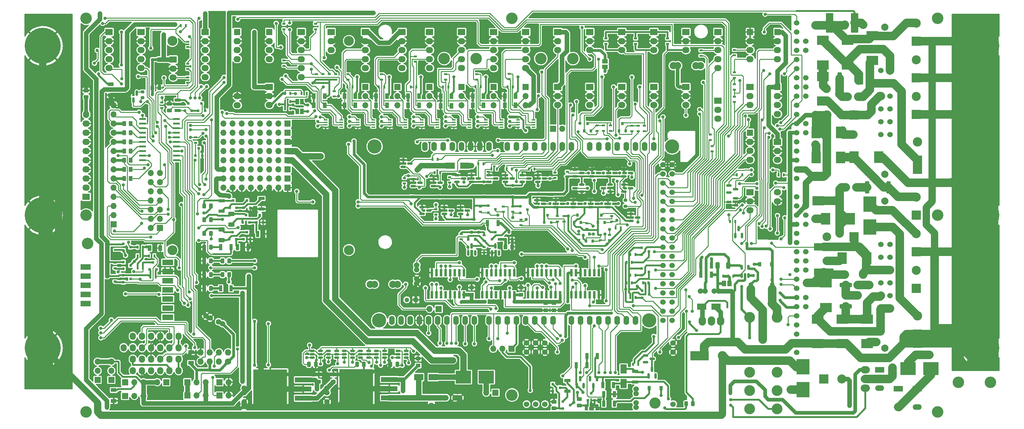
<source format=gbr>
G04 #@! TF.GenerationSoftware,KiCad,Pcbnew,(5.99.0-7935-g797175e0f2)*
G04 #@! TF.CreationDate,2021-01-18T22:07:49+01:00*
G04 #@! TF.ProjectId,ardumower mega shield svn,61726475-6d6f-4776-9572-206d65676120,1.4*
G04 #@! TF.SameCoordinates,PXc1c960PY8a12ae0*
G04 #@! TF.FileFunction,Copper,L1,Top*
G04 #@! TF.FilePolarity,Positive*
%FSLAX46Y46*%
G04 Gerber Fmt 4.6, Leading zero omitted, Abs format (unit mm)*
G04 Created by KiCad (PCBNEW (5.99.0-7935-g797175e0f2)) date 2021-01-18 22:07:49*
%MOMM*%
%LPD*%
G01*
G04 APERTURE LIST*
G04 Aperture macros list*
%AMRoundRect*
0 Rectangle with rounded corners*
0 $1 Rounding radius*
0 $2 $3 $4 $5 $6 $7 $8 $9 X,Y pos of 4 corners*
0 Add a 4 corners polygon primitive as box body*
4,1,4,$2,$3,$4,$5,$6,$7,$8,$9,$2,$3,0*
0 Add four circle primitives for the rounded corners*
1,1,$1+$1,$2,$3,0*
1,1,$1+$1,$4,$5,0*
1,1,$1+$1,$6,$7,0*
1,1,$1+$1,$8,$9,0*
0 Add four rect primitives between the rounded corners*
20,1,$1+$1,$2,$3,$4,$5,0*
20,1,$1+$1,$4,$5,$6,$7,0*
20,1,$1+$1,$6,$7,$8,$9,0*
20,1,$1+$1,$8,$9,$2,$3,0*%
G04 Aperture macros list end*
G04 #@! TA.AperFunction,ComponentPad*
%ADD10R,1.700000X1.700000*%
G04 #@! TD*
G04 #@! TA.AperFunction,ComponentPad*
%ADD11O,1.700000X1.700000*%
G04 #@! TD*
G04 #@! TA.AperFunction,ComponentPad*
%ADD12R,2.499360X1.501140*%
G04 #@! TD*
G04 #@! TA.AperFunction,ComponentPad*
%ADD13O,2.499360X1.501140*%
G04 #@! TD*
G04 #@! TA.AperFunction,ComponentPad*
%ADD14R,1.300000X1.300000*%
G04 #@! TD*
G04 #@! TA.AperFunction,ComponentPad*
%ADD15C,1.300000*%
G04 #@! TD*
G04 #@! TA.AperFunction,ComponentPad*
%ADD16C,1.524000*%
G04 #@! TD*
G04 #@! TA.AperFunction,ComponentPad*
%ADD17C,2.000000*%
G04 #@! TD*
G04 #@! TA.AperFunction,SMDPad,CuDef*
%ADD18RoundRect,0.250000X0.325000X0.650000X-0.325000X0.650000X-0.325000X-0.650000X0.325000X-0.650000X0*%
G04 #@! TD*
G04 #@! TA.AperFunction,SMDPad,CuDef*
%ADD19RoundRect,0.250000X-0.650000X0.325000X-0.650000X-0.325000X0.650000X-0.325000X0.650000X0.325000X0*%
G04 #@! TD*
G04 #@! TA.AperFunction,SMDPad,CuDef*
%ADD20RoundRect,0.250000X-0.325000X-0.650000X0.325000X-0.650000X0.325000X0.650000X-0.325000X0.650000X0*%
G04 #@! TD*
G04 #@! TA.AperFunction,SMDPad,CuDef*
%ADD21RoundRect,0.250000X-0.362500X-1.425000X0.362500X-1.425000X0.362500X1.425000X-0.362500X1.425000X0*%
G04 #@! TD*
G04 #@! TA.AperFunction,SMDPad,CuDef*
%ADD22RoundRect,0.250000X-1.425000X0.362500X-1.425000X-0.362500X1.425000X-0.362500X1.425000X0.362500X0*%
G04 #@! TD*
G04 #@! TA.AperFunction,ComponentPad*
%ADD23C,3.200000*%
G04 #@! TD*
G04 #@! TA.AperFunction,ComponentPad*
%ADD24C,10.000000*%
G04 #@! TD*
G04 #@! TA.AperFunction,ComponentPad*
%ADD25C,1.501140*%
G04 #@! TD*
G04 #@! TA.AperFunction,SMDPad,CuDef*
%ADD26R,0.800100X0.800100*%
G04 #@! TD*
G04 #@! TA.AperFunction,ComponentPad*
%ADD27R,2.500000X2.500000*%
G04 #@! TD*
G04 #@! TA.AperFunction,ComponentPad*
%ADD28C,2.500000*%
G04 #@! TD*
G04 #@! TA.AperFunction,ComponentPad*
%ADD29R,2.600000X2.600000*%
G04 #@! TD*
G04 #@! TA.AperFunction,ComponentPad*
%ADD30C,2.600000*%
G04 #@! TD*
G04 #@! TA.AperFunction,ComponentPad*
%ADD31C,3.100000*%
G04 #@! TD*
G04 #@! TA.AperFunction,ComponentPad*
%ADD32C,2.999740*%
G04 #@! TD*
G04 #@! TA.AperFunction,SMDPad,CuDef*
%ADD33R,1.250000X1.000000*%
G04 #@! TD*
G04 #@! TA.AperFunction,SMDPad,CuDef*
%ADD34RoundRect,0.243750X-0.243750X-0.456250X0.243750X-0.456250X0.243750X0.456250X-0.243750X0.456250X0*%
G04 #@! TD*
G04 #@! TA.AperFunction,SMDPad,CuDef*
%ADD35R,4.191000X3.556000*%
G04 #@! TD*
G04 #@! TA.AperFunction,SMDPad,CuDef*
%ADD36R,1.100000X0.400000*%
G04 #@! TD*
G04 #@! TA.AperFunction,SMDPad,CuDef*
%ADD37R,1.800000X2.500000*%
G04 #@! TD*
G04 #@! TA.AperFunction,SMDPad,CuDef*
%ADD38R,4.600000X1.390000*%
G04 #@! TD*
G04 #@! TA.AperFunction,SMDPad,CuDef*
%ADD39R,9.400000X10.800000*%
G04 #@! TD*
G04 #@! TA.AperFunction,ComponentPad*
%ADD40O,2.032000X2.540000*%
G04 #@! TD*
G04 #@! TA.AperFunction,ComponentPad*
%ADD41O,2.540000X2.032000*%
G04 #@! TD*
G04 #@! TA.AperFunction,ComponentPad*
%ADD42R,2.032000X1.720000*%
G04 #@! TD*
G04 #@! TA.AperFunction,ComponentPad*
%ADD43O,2.032000X1.720000*%
G04 #@! TD*
G04 #@! TA.AperFunction,ComponentPad*
%ADD44O,2.032000X1.710000*%
G04 #@! TD*
G04 #@! TA.AperFunction,ComponentPad*
%ADD45R,2.032000X1.727200*%
G04 #@! TD*
G04 #@! TA.AperFunction,ComponentPad*
%ADD46O,2.032000X1.727200*%
G04 #@! TD*
G04 #@! TA.AperFunction,ComponentPad*
%ADD47R,1.720000X1.720000*%
G04 #@! TD*
G04 #@! TA.AperFunction,ComponentPad*
%ADD48O,2.023000X1.720000*%
G04 #@! TD*
G04 #@! TA.AperFunction,ComponentPad*
%ADD49R,2.032000X1.700000*%
G04 #@! TD*
G04 #@! TA.AperFunction,ComponentPad*
%ADD50R,2.032000X1.710000*%
G04 #@! TD*
G04 #@! TA.AperFunction,SMDPad,CuDef*
%ADD51R,0.660400X2.032000*%
G04 #@! TD*
G04 #@! TA.AperFunction,SMDPad,CuDef*
%ADD52R,2.500000X1.800000*%
G04 #@! TD*
G04 #@! TA.AperFunction,SMDPad,CuDef*
%ADD53R,1.000000X1.250000*%
G04 #@! TD*
G04 #@! TA.AperFunction,SMDPad,CuDef*
%ADD54R,3.300000X2.500000*%
G04 #@! TD*
G04 #@! TA.AperFunction,SMDPad,CuDef*
%ADD55R,2.500000X3.300000*%
G04 #@! TD*
G04 #@! TA.AperFunction,ComponentPad*
%ADD56C,1.998980*%
G04 #@! TD*
G04 #@! TA.AperFunction,SMDPad,CuDef*
%ADD57R,1.600200X1.168400*%
G04 #@! TD*
G04 #@! TA.AperFunction,ComponentPad*
%ADD58O,1.727200X2.032000*%
G04 #@! TD*
G04 #@! TA.AperFunction,SMDPad,CuDef*
%ADD59R,1.000000X1.600000*%
G04 #@! TD*
G04 #@! TA.AperFunction,ComponentPad*
%ADD60C,2.750000*%
G04 #@! TD*
G04 #@! TA.AperFunction,SMDPad,CuDef*
%ADD61R,1.600000X1.000000*%
G04 #@! TD*
G04 #@! TA.AperFunction,SMDPad,CuDef*
%ADD62R,3.556000X4.191000*%
G04 #@! TD*
G04 #@! TA.AperFunction,SMDPad,CuDef*
%ADD63R,1.950000X0.600000*%
G04 #@! TD*
G04 #@! TA.AperFunction,SMDPad,CuDef*
%ADD64R,0.500000X0.900000*%
G04 #@! TD*
G04 #@! TA.AperFunction,SMDPad,CuDef*
%ADD65R,0.900000X0.500000*%
G04 #@! TD*
G04 #@! TA.AperFunction,SMDPad,CuDef*
%ADD66R,0.800000X0.900000*%
G04 #@! TD*
G04 #@! TA.AperFunction,SMDPad,CuDef*
%ADD67R,0.900000X1.700000*%
G04 #@! TD*
G04 #@! TA.AperFunction,SMDPad,CuDef*
%ADD68RoundRect,0.250000X0.262500X0.450000X-0.262500X0.450000X-0.262500X-0.450000X0.262500X-0.450000X0*%
G04 #@! TD*
G04 #@! TA.AperFunction,SMDPad,CuDef*
%ADD69RoundRect,0.250000X-0.262500X-0.450000X0.262500X-0.450000X0.262500X0.450000X-0.262500X0.450000X0*%
G04 #@! TD*
G04 #@! TA.AperFunction,SMDPad,CuDef*
%ADD70RoundRect,0.250000X-0.625000X0.312500X-0.625000X-0.312500X0.625000X-0.312500X0.625000X0.312500X0*%
G04 #@! TD*
G04 #@! TA.AperFunction,SMDPad,CuDef*
%ADD71R,1.700000X0.900000*%
G04 #@! TD*
G04 #@! TA.AperFunction,SMDPad,CuDef*
%ADD72RoundRect,0.250000X0.450000X-0.262500X0.450000X0.262500X-0.450000X0.262500X-0.450000X-0.262500X0*%
G04 #@! TD*
G04 #@! TA.AperFunction,ComponentPad*
%ADD73R,1.524000X1.524000*%
G04 #@! TD*
G04 #@! TA.AperFunction,ComponentPad*
%ADD74O,1.727200X1.727200*%
G04 #@! TD*
G04 #@! TA.AperFunction,ComponentPad*
%ADD75C,1.727200*%
G04 #@! TD*
G04 #@! TA.AperFunction,SMDPad,CuDef*
%ADD76R,0.900000X1.200000*%
G04 #@! TD*
G04 #@! TA.AperFunction,SMDPad,CuDef*
%ADD77RoundRect,0.150000X-0.587500X-0.150000X0.587500X-0.150000X0.587500X0.150000X-0.587500X0.150000X0*%
G04 #@! TD*
G04 #@! TA.AperFunction,SMDPad,CuDef*
%ADD78RoundRect,0.150000X0.150000X-0.512500X0.150000X0.512500X-0.150000X0.512500X-0.150000X-0.512500X0*%
G04 #@! TD*
G04 #@! TA.AperFunction,SMDPad,CuDef*
%ADD79RoundRect,0.150000X0.587500X0.150000X-0.587500X0.150000X-0.587500X-0.150000X0.587500X-0.150000X0*%
G04 #@! TD*
G04 #@! TA.AperFunction,SMDPad,CuDef*
%ADD80RoundRect,0.150000X-0.512500X-0.150000X0.512500X-0.150000X0.512500X0.150000X-0.512500X0.150000X0*%
G04 #@! TD*
G04 #@! TA.AperFunction,SMDPad,CuDef*
%ADD81RoundRect,0.250000X-0.250000X-0.475000X0.250000X-0.475000X0.250000X0.475000X-0.250000X0.475000X0*%
G04 #@! TD*
G04 #@! TA.AperFunction,SMDPad,CuDef*
%ADD82RoundRect,0.150000X0.150000X-0.587500X0.150000X0.587500X-0.150000X0.587500X-0.150000X-0.587500X0*%
G04 #@! TD*
G04 #@! TA.AperFunction,SMDPad,CuDef*
%ADD83R,1.000000X1.500000*%
G04 #@! TD*
G04 #@! TA.AperFunction,SMDPad,CuDef*
%ADD84RoundRect,0.250000X0.250000X0.475000X-0.250000X0.475000X-0.250000X-0.475000X0.250000X-0.475000X0*%
G04 #@! TD*
G04 #@! TA.AperFunction,SMDPad,CuDef*
%ADD85RoundRect,0.150000X-0.150000X0.587500X-0.150000X-0.587500X0.150000X-0.587500X0.150000X0.587500X0*%
G04 #@! TD*
G04 #@! TA.AperFunction,SMDPad,CuDef*
%ADD86RoundRect,0.200000X0.275000X-0.200000X0.275000X0.200000X-0.275000X0.200000X-0.275000X-0.200000X0*%
G04 #@! TD*
G04 #@! TA.AperFunction,SMDPad,CuDef*
%ADD87R,1.168400X1.600200*%
G04 #@! TD*
G04 #@! TA.AperFunction,SMDPad,CuDef*
%ADD88RoundRect,0.250001X0.799999X2.474999X-0.799999X2.474999X-0.799999X-2.474999X0.799999X-2.474999X0*%
G04 #@! TD*
G04 #@! TA.AperFunction,SMDPad,CuDef*
%ADD89RoundRect,0.250001X-2.474999X0.799999X-2.474999X-0.799999X2.474999X-0.799999X2.474999X0.799999X0*%
G04 #@! TD*
G04 #@! TA.AperFunction,SMDPad,CuDef*
%ADD90RoundRect,0.250000X0.362500X1.425000X-0.362500X1.425000X-0.362500X-1.425000X0.362500X-1.425000X0*%
G04 #@! TD*
G04 #@! TA.AperFunction,ComponentPad*
%ADD91C,2.400000*%
G04 #@! TD*
G04 #@! TA.AperFunction,ComponentPad*
%ADD92C,3.937000*%
G04 #@! TD*
G04 #@! TA.AperFunction,ComponentPad*
%ADD93O,1.524000X2.540000*%
G04 #@! TD*
G04 #@! TA.AperFunction,ViaPad*
%ADD94C,0.889000*%
G04 #@! TD*
G04 #@! TA.AperFunction,ViaPad*
%ADD95C,1.300000*%
G04 #@! TD*
G04 #@! TA.AperFunction,ViaPad*
%ADD96C,1.600000*%
G04 #@! TD*
G04 #@! TA.AperFunction,Conductor*
%ADD97C,0.254000*%
G04 #@! TD*
G04 #@! TA.AperFunction,Conductor*
%ADD98C,0.508000*%
G04 #@! TD*
G04 #@! TA.AperFunction,Conductor*
%ADD99C,0.480000*%
G04 #@! TD*
G04 #@! TA.AperFunction,Conductor*
%ADD100C,2.358000*%
G04 #@! TD*
G04 #@! TA.AperFunction,Conductor*
%ADD101C,1.270000*%
G04 #@! TD*
G04 #@! TA.AperFunction,Conductor*
%ADD102C,0.500000*%
G04 #@! TD*
G04 #@! TA.AperFunction,Conductor*
%ADD103C,0.762000*%
G04 #@! TD*
G04 #@! TA.AperFunction,Conductor*
%ADD104C,0.635000*%
G04 #@! TD*
G04 #@! TA.AperFunction,Conductor*
%ADD105C,2.032000*%
G04 #@! TD*
G04 #@! TA.AperFunction,Conductor*
%ADD106C,1.778000*%
G04 #@! TD*
G04 #@! TA.AperFunction,Conductor*
%ADD107C,1.524000*%
G04 #@! TD*
G04 #@! TA.AperFunction,Conductor*
%ADD108C,1.016000*%
G04 #@! TD*
G04 #@! TA.AperFunction,Conductor*
%ADD109C,0.304800*%
G04 #@! TD*
G04 APERTURE END LIST*
D10*
X40005000Y10795000D03*
D11*
X37465000Y10795000D03*
D12*
X248285000Y9017000D03*
D13*
X248285000Y3937000D03*
D10*
X73660000Y74930000D03*
D11*
X71120000Y74930000D03*
X68580000Y74930000D03*
X66040000Y74930000D03*
X63500000Y74930000D03*
X60960000Y74930000D03*
X58420000Y74930000D03*
X55880000Y74930000D03*
D14*
X109220000Y33655000D03*
D15*
X106720000Y33655000D03*
D12*
X243078000Y9017000D03*
D13*
X243078000Y3937000D03*
D16*
X214884000Y67310000D03*
X214884000Y69850000D03*
X214884000Y72390000D03*
X214884000Y74930000D03*
X214884000Y77470000D03*
X214884000Y80010000D03*
X214884000Y82550000D03*
X214884000Y85090000D03*
X214884000Y87630000D03*
X214884000Y90170000D03*
X214884000Y92710000D03*
X214884000Y95250000D03*
X214884000Y97790000D03*
X214884000Y100330000D03*
X214884000Y102870000D03*
X214884000Y105410000D03*
X214884000Y107950000D03*
X214884000Y110490000D03*
X238252000Y79502000D03*
X240792000Y79502000D03*
X238252000Y83058000D03*
X240792000Y83058000D03*
X240792000Y86614000D03*
X238252000Y86614000D03*
X240792000Y90170000D03*
X238252000Y90170000D03*
X238252000Y93726000D03*
X240792000Y93726000D03*
X240792000Y97282000D03*
X238252000Y97282000D03*
X217424000Y80010000D03*
X217424000Y82550000D03*
X217424000Y90170000D03*
X217424000Y92710000D03*
X217424000Y95250000D03*
X217424000Y102870000D03*
X217424000Y105410000D03*
D17*
X239331500Y109283500D03*
X239331500Y68516500D03*
D16*
X214884000Y19050000D03*
X214884000Y21590000D03*
X214884000Y24130000D03*
X214884000Y26670000D03*
X214884000Y29210000D03*
X214884000Y31750000D03*
X214884000Y34290000D03*
X214884000Y36830000D03*
X214884000Y39370000D03*
X214884000Y41910000D03*
X214884000Y44450000D03*
X214884000Y46990000D03*
X214884000Y49530000D03*
X214884000Y52070000D03*
X214884000Y54610000D03*
X214884000Y57150000D03*
X214884000Y59690000D03*
X214884000Y62230000D03*
X238252000Y31242000D03*
X240792000Y31242000D03*
X240792000Y34798000D03*
X238252000Y34798000D03*
X238252000Y38354000D03*
X240792000Y38354000D03*
X238252000Y41910000D03*
X240792000Y41910000D03*
X240792000Y45466000D03*
X238252000Y45466000D03*
X240792000Y49022000D03*
X238252000Y49022000D03*
X217424000Y31750000D03*
X217424000Y34290000D03*
X217424000Y41910000D03*
X217424000Y44450000D03*
X217424000Y46990000D03*
X217424000Y54610000D03*
X217424000Y57150000D03*
D17*
X239331500Y20256500D03*
X239331500Y61023500D03*
D18*
X231980000Y90043000D03*
X229030000Y90043000D03*
D19*
X231775000Y37797000D03*
X231775000Y34847000D03*
D20*
X228522000Y64897000D03*
X231472000Y64897000D03*
D21*
X226780500Y95123000D03*
X232705500Y95123000D03*
D22*
X228473000Y37760500D03*
X228473000Y31835500D03*
D21*
X234400500Y64897000D03*
X240325500Y64897000D03*
D23*
X17780000Y57150000D03*
X17780000Y2540000D03*
X135890000Y111760000D03*
X135890000Y7239000D03*
X254000000Y111760000D03*
X254000000Y57150000D03*
X254000000Y2540000D03*
D24*
X5715000Y104140000D03*
X5715000Y57150000D03*
X5715000Y20320000D03*
X266065000Y104140000D03*
X266065000Y57150000D03*
X266065000Y20320000D03*
D23*
X259715000Y10795000D03*
X268605000Y10795000D03*
D10*
X73660000Y77470000D03*
D11*
X71120000Y77470000D03*
X68580000Y77470000D03*
X66040000Y77470000D03*
X63500000Y77470000D03*
X60960000Y77470000D03*
X58420000Y77470000D03*
X55880000Y77470000D03*
D10*
X73660000Y80010000D03*
D11*
X71120000Y80010000D03*
X68580000Y80010000D03*
X66040000Y80010000D03*
X63500000Y80010000D03*
X60960000Y80010000D03*
X58420000Y80010000D03*
X55880000Y80010000D03*
D10*
X73660000Y82550000D03*
D11*
X71120000Y82550000D03*
X68580000Y82550000D03*
X66040000Y82550000D03*
X63500000Y82550000D03*
X60960000Y82550000D03*
X58420000Y82550000D03*
X55880000Y82550000D03*
D25*
X170307000Y7620000D03*
D16*
X170307000Y8890000D03*
D25*
X170307000Y5080000D03*
D16*
X170307000Y3810000D03*
D26*
X156911000Y5730240D03*
X158811000Y5730240D03*
X157861000Y7729220D03*
D27*
X248031000Y36830000D03*
D28*
X248031000Y41830000D03*
D27*
X248031000Y46990000D03*
D28*
X248031000Y51990000D03*
D27*
X248031000Y57150000D03*
D28*
X248031000Y62150000D03*
D27*
X248031000Y85090000D03*
D28*
X248031000Y90090000D03*
D27*
X248031000Y95250000D03*
D28*
X248031000Y100250000D03*
D27*
X248031000Y105410000D03*
D28*
X248031000Y110410000D03*
D29*
X248412000Y24130000D03*
X248412000Y21590000D03*
X248412000Y21590000D03*
D30*
X248412000Y29210000D03*
D29*
X189230000Y18161000D03*
X186690000Y18161000D03*
X186690000Y18161000D03*
D30*
X194310000Y18161000D03*
D29*
X248412000Y72390000D03*
X248412000Y69850000D03*
X248412000Y69850000D03*
D30*
X248412000Y77470000D03*
D16*
X142494000Y21717000D03*
X145034000Y21717000D03*
X145034000Y19177000D03*
X139954000Y21717000D03*
X139954000Y19177000D03*
X142494000Y19177000D03*
X145034000Y4699000D03*
X139954000Y4699000D03*
X142494000Y4699000D03*
X180594000Y4699000D03*
X180594000Y21717000D03*
X180594000Y19177000D03*
D31*
X175524000Y4963000D03*
D32*
X201803000Y3429000D03*
X201803000Y13589000D03*
X201803000Y8509000D03*
X209423000Y28829000D03*
X201803000Y28829000D03*
X209423000Y8509000D03*
X209423000Y13589000D03*
X209423000Y3429000D03*
D25*
X189484000Y36068000D03*
D16*
X188214000Y36068000D03*
D25*
X192024000Y36068000D03*
D16*
X193294000Y36068000D03*
D33*
X113538000Y6461000D03*
X113538000Y4461000D03*
X86360000Y10938000D03*
X86360000Y12938000D03*
X82296000Y10938000D03*
X82296000Y12938000D03*
X109855000Y15383000D03*
X109855000Y17383000D03*
D34*
X184228500Y4826000D03*
X186103500Y4826000D03*
D35*
X128778000Y12192000D03*
X122428000Y12192000D03*
D10*
X95250000Y92710000D03*
D11*
X95250000Y90170000D03*
X95250000Y87630000D03*
D10*
X104140000Y92710000D03*
D11*
X104140000Y90170000D03*
X104140000Y87630000D03*
D10*
X113030000Y92710000D03*
D11*
X113030000Y90170000D03*
X113030000Y87630000D03*
D10*
X121920000Y92710000D03*
D11*
X121920000Y90170000D03*
X121920000Y87630000D03*
D10*
X130810000Y92710000D03*
D11*
X130810000Y90170000D03*
X130810000Y87630000D03*
D10*
X139700000Y92710000D03*
D11*
X139700000Y90170000D03*
X139700000Y87630000D03*
D36*
X84210000Y83525000D03*
X84210000Y82875000D03*
X84210000Y82225000D03*
X84210000Y81575000D03*
X88510000Y81575000D03*
X88510000Y82225000D03*
X88510000Y82875000D03*
X88510000Y83525000D03*
X93100000Y83525000D03*
X93100000Y82875000D03*
X93100000Y82225000D03*
X93100000Y81575000D03*
X97400000Y81575000D03*
X97400000Y82225000D03*
X97400000Y82875000D03*
X97400000Y83525000D03*
X101990000Y83525000D03*
X101990000Y82875000D03*
X101990000Y82225000D03*
X101990000Y81575000D03*
X106290000Y81575000D03*
X106290000Y82225000D03*
X106290000Y82875000D03*
X106290000Y83525000D03*
X110880000Y83525000D03*
X110880000Y82875000D03*
X110880000Y82225000D03*
X110880000Y81575000D03*
X115180000Y81575000D03*
X115180000Y82225000D03*
X115180000Y82875000D03*
X115180000Y83525000D03*
X119770000Y83525000D03*
X119770000Y82875000D03*
X119770000Y82225000D03*
X119770000Y81575000D03*
X124070000Y81575000D03*
X124070000Y82225000D03*
X124070000Y82875000D03*
X124070000Y83525000D03*
X128660000Y83525000D03*
X128660000Y82875000D03*
X128660000Y82225000D03*
X128660000Y81575000D03*
X132960000Y81575000D03*
X132960000Y82225000D03*
X132960000Y82875000D03*
X132960000Y83525000D03*
X137550000Y83525000D03*
X137550000Y82875000D03*
X137550000Y82225000D03*
X137550000Y81575000D03*
X141850000Y81575000D03*
X141850000Y82225000D03*
X141850000Y82875000D03*
X141850000Y83525000D03*
D26*
X171973240Y36129000D03*
X171973240Y34229000D03*
X173972220Y35179000D03*
X171846240Y42352000D03*
X171846240Y40452000D03*
X173845220Y41402000D03*
X171846240Y48067000D03*
X171846240Y46167000D03*
X173845220Y47117000D03*
X35372000Y42052240D03*
X37272000Y42052240D03*
X36322000Y44051220D03*
X28082240Y49210000D03*
X28082240Y47310000D03*
X30081220Y48260000D03*
X28082240Y44130000D03*
X28082240Y42230000D03*
X30081220Y43180000D03*
X28082240Y40447000D03*
X28082240Y38547000D03*
X30081220Y39497000D03*
D37*
X166878000Y14446000D03*
X166878000Y10446000D03*
D10*
X28575000Y10795000D03*
D11*
X31115000Y10795000D03*
X33655000Y10795000D03*
D38*
X101854000Y6477000D03*
X101854000Y9017000D03*
X101854000Y11557000D03*
D39*
X92704000Y9017000D03*
D38*
X77978000Y6350000D03*
X77978000Y8890000D03*
X77978000Y11430000D03*
D39*
X68828000Y8890000D03*
D40*
X188722000Y27813000D03*
X191262000Y27813000D03*
X193802000Y27813000D03*
D41*
X233934000Y9144000D03*
X233934000Y11684000D03*
X233934000Y14224000D03*
D34*
X50497500Y40640000D03*
X52372500Y40640000D03*
X50497500Y36830000D03*
X52372500Y36830000D03*
X50497500Y48260000D03*
X52372500Y48260000D03*
X50497500Y59690000D03*
X52372500Y59690000D03*
X50497500Y44450000D03*
X52372500Y44450000D03*
X50497500Y55880000D03*
X52372500Y55880000D03*
X50497500Y52070000D03*
X52372500Y52070000D03*
D10*
X73660000Y69850000D03*
D11*
X71120000Y69850000D03*
X68580000Y69850000D03*
X66040000Y69850000D03*
X63500000Y69850000D03*
X60960000Y69850000D03*
X58420000Y69850000D03*
X55880000Y69850000D03*
D10*
X73660000Y67310000D03*
D11*
X71120000Y67310000D03*
X68580000Y67310000D03*
X66040000Y67310000D03*
X63500000Y67310000D03*
X60960000Y67310000D03*
X58420000Y67310000D03*
X55880000Y67310000D03*
D10*
X73660000Y64770000D03*
D11*
X71120000Y64770000D03*
X68580000Y64770000D03*
X66040000Y64770000D03*
X63500000Y64770000D03*
X60960000Y64770000D03*
X58420000Y64770000D03*
X55880000Y64770000D03*
D26*
X147208240Y10221000D03*
X147208240Y8321000D03*
X149207220Y9271000D03*
X150002240Y5395000D03*
X150002240Y3495000D03*
X152001220Y4445000D03*
X48072000Y73675240D03*
X49972000Y73675240D03*
X49022000Y75674220D03*
D42*
X209550000Y77470000D03*
D43*
X209550000Y74970000D03*
X209550000Y72470000D03*
D42*
X201930000Y63500000D03*
D44*
X201930000Y61000000D03*
X201930000Y58500000D03*
X209550000Y63500000D03*
X209550000Y61000000D03*
X59690000Y87630000D03*
X59690000Y90130000D03*
D45*
X68580000Y92710000D03*
D46*
X68580000Y90210000D03*
X68580000Y87710000D03*
D42*
X193040000Y107950000D03*
D43*
X193040000Y105450000D03*
X193040000Y102950000D03*
X193040000Y100450000D03*
X193040000Y97950000D03*
D47*
X209550000Y107950000D03*
D43*
X209550000Y105450000D03*
D48*
X209550000Y102950000D03*
D43*
X209550000Y100450000D03*
D47*
X201930000Y107950000D03*
D43*
X201930000Y105450000D03*
D48*
X201930000Y102950000D03*
D43*
X201930000Y100450000D03*
D42*
X95250000Y107950000D03*
D43*
X95250000Y105450000D03*
X95250000Y102950000D03*
X95250000Y100450000D03*
X95250000Y97950000D03*
D42*
X105410000Y107950000D03*
D43*
X105410000Y105450000D03*
X105410000Y102950000D03*
X105410000Y100450000D03*
X105410000Y97950000D03*
D42*
X113030000Y107950000D03*
D43*
X113030000Y105450000D03*
X113030000Y102950000D03*
X113030000Y100450000D03*
X113030000Y97950000D03*
D42*
X121920000Y107950000D03*
D43*
X121920000Y105450000D03*
X121920000Y102950000D03*
X121920000Y100450000D03*
X121920000Y97950000D03*
D49*
X130810000Y107950000D03*
D43*
X130810000Y105450000D03*
X130810000Y102950000D03*
X130810000Y100450000D03*
X130810000Y97950000D03*
D42*
X139700000Y107950000D03*
D43*
X139700000Y105450000D03*
X139700000Y102950000D03*
X139700000Y100450000D03*
X139700000Y97950000D03*
D47*
X201930000Y80010000D03*
D43*
X201930000Y77510000D03*
D48*
X201930000Y75010000D03*
D43*
X201930000Y72510000D03*
D47*
X209550000Y92710000D03*
D43*
X209550000Y90210000D03*
D48*
X209550000Y87710000D03*
D43*
X209550000Y85210000D03*
D42*
X41910000Y100330000D03*
D43*
X41910000Y97830000D03*
X41910000Y95330000D03*
D42*
X85725000Y107950000D03*
D43*
X85725000Y105450000D03*
X85725000Y102950000D03*
D42*
X166370000Y107950000D03*
D43*
X166370000Y105450000D03*
X166370000Y102950000D03*
D42*
X148590000Y92710000D03*
D43*
X148590000Y90210000D03*
X148590000Y87710000D03*
D42*
X157480000Y92710000D03*
D43*
X157480000Y90210000D03*
X157480000Y87710000D03*
D42*
X157480000Y107950000D03*
D43*
X157480000Y105450000D03*
X157480000Y102950000D03*
D42*
X166370000Y92710000D03*
D43*
X166370000Y90210000D03*
X166370000Y87710000D03*
D42*
X148590000Y107950000D03*
D43*
X148590000Y105450000D03*
X148590000Y102950000D03*
D50*
X50800000Y107950000D03*
D44*
X50800000Y105450000D03*
X50800000Y102950000D03*
X50800000Y100450000D03*
X50800000Y97950000D03*
X50800000Y95450000D03*
D50*
X77470000Y107950000D03*
D44*
X77470000Y105450000D03*
X77470000Y102950000D03*
X77470000Y100450000D03*
X77470000Y97950000D03*
X77470000Y95450000D03*
D50*
X201930000Y92710000D03*
D44*
X201930000Y90210000D03*
X201930000Y87710000D03*
D50*
X193040000Y88900000D03*
D44*
X193040000Y86400000D03*
X193040000Y83900000D03*
D23*
X17780000Y111760000D03*
D51*
X152400000Y35026600D03*
X153670000Y35026600D03*
X154940000Y35026600D03*
X156210000Y35026600D03*
X157480000Y35026600D03*
X158750000Y35026600D03*
X160020000Y35026600D03*
X160020000Y41173400D03*
X158750000Y41173400D03*
X157480000Y41173400D03*
X156210000Y41173400D03*
X154940000Y41173400D03*
X153670000Y41173400D03*
X152400000Y41173400D03*
X149225000Y41173400D03*
X147955000Y41173400D03*
X146685000Y41173400D03*
X145415000Y41173400D03*
X144145000Y41173400D03*
X142875000Y41173400D03*
X141605000Y41173400D03*
X140335000Y41173400D03*
X140335000Y35026600D03*
X141605000Y35026600D03*
X142875000Y35026600D03*
X144145000Y35026600D03*
X145415000Y35026600D03*
X146685000Y35026600D03*
X147955000Y35026600D03*
X149225000Y35026600D03*
X122555000Y41173400D03*
X121285000Y41173400D03*
X120015000Y41173400D03*
X118745000Y41173400D03*
X117475000Y41173400D03*
X116205000Y41173400D03*
X114935000Y41173400D03*
X113665000Y41173400D03*
X113665000Y35026600D03*
X114935000Y35026600D03*
X116205000Y35026600D03*
X117475000Y35026600D03*
X118745000Y35026600D03*
X120015000Y35026600D03*
X121285000Y35026600D03*
X122555000Y35026600D03*
X136525000Y41173400D03*
X135255000Y41173400D03*
X133985000Y41173400D03*
X132715000Y41173400D03*
X131445000Y41173400D03*
X130175000Y41173400D03*
X128905000Y41173400D03*
X127635000Y41173400D03*
X127635000Y35026600D03*
X128905000Y35026600D03*
X130175000Y35026600D03*
X131445000Y35026600D03*
X132715000Y35026600D03*
X133985000Y35026600D03*
X135255000Y35026600D03*
X136525000Y35026600D03*
D50*
X184150000Y107950000D03*
D44*
X184150000Y105450000D03*
X184150000Y102950000D03*
D50*
X175260000Y107950000D03*
D44*
X175260000Y105450000D03*
X175260000Y102950000D03*
D50*
X184150000Y92710000D03*
D44*
X184150000Y90210000D03*
X184150000Y87710000D03*
D50*
X175260000Y92710000D03*
D44*
X175260000Y90210000D03*
X175260000Y87710000D03*
D33*
X147574000Y32750000D03*
X147574000Y30750000D03*
X124714000Y35068000D03*
X124714000Y37068000D03*
X138430000Y35068000D03*
X138430000Y37068000D03*
X145288000Y32750000D03*
X145288000Y30750000D03*
D52*
X192500000Y31750000D03*
X188500000Y31750000D03*
D53*
X36084000Y92456000D03*
X38084000Y92456000D03*
D26*
X61407000Y50434240D03*
X63307000Y50434240D03*
X62357000Y52433220D03*
X57470000Y50434240D03*
X59370000Y50434240D03*
X58420000Y52433220D03*
X64963000Y55133240D03*
X66863000Y55133240D03*
X65913000Y57132220D03*
X61153000Y55133240D03*
X63053000Y55133240D03*
X62103000Y57132220D03*
X61407000Y59197240D03*
X63307000Y59197240D03*
X62357000Y61196220D03*
X57597000Y59197240D03*
X59497000Y59197240D03*
X58547000Y61196220D03*
X130368000Y50434240D03*
X132268000Y50434240D03*
X131318000Y52433220D03*
X134051000Y50434240D03*
X135951000Y50434240D03*
X135001000Y52433220D03*
X45151000Y86121240D03*
X47051000Y86121240D03*
X46101000Y88120220D03*
X48834000Y86121240D03*
X50734000Y86121240D03*
X49784000Y88120220D03*
D54*
X235839000Y106905000D03*
X235839000Y100105000D03*
D55*
X227047000Y80137000D03*
X220247000Y80137000D03*
D54*
X228981000Y105635000D03*
X228981000Y98835000D03*
X222123000Y105635000D03*
X222123000Y98835000D03*
X223012000Y38325000D03*
X223012000Y31525000D03*
X220726000Y28292000D03*
X220726000Y21492000D03*
X234442000Y21492000D03*
X234442000Y28292000D03*
X227584000Y28292000D03*
X227584000Y21492000D03*
D55*
X222914000Y56134000D03*
X229714000Y56134000D03*
D54*
X220853000Y61116000D03*
X220853000Y67916000D03*
D55*
X220247000Y73152000D03*
X227047000Y73152000D03*
X230788000Y73279000D03*
X237588000Y73279000D03*
X234286000Y45212000D03*
X227486000Y45212000D03*
D54*
X222123000Y88802000D03*
X222123000Y95602000D03*
D56*
X233299000Y40609520D03*
X228219000Y40609520D03*
X233299000Y109951520D03*
X228219000Y109951520D03*
D10*
X54737000Y7112000D03*
D11*
X57277000Y7112000D03*
D10*
X45847000Y10795000D03*
D11*
X48387000Y10795000D03*
X50927000Y10795000D03*
D10*
X24765000Y11430000D03*
D11*
X24765000Y13970000D03*
X24765000Y16510000D03*
D42*
X33020000Y107950000D03*
D43*
X33020000Y105450000D03*
X33020000Y102950000D03*
X33020000Y100450000D03*
X33020000Y97950000D03*
D27*
X222377000Y11684000D03*
D28*
X227377000Y11684000D03*
D42*
X24130000Y107950000D03*
D43*
X24130000Y105450000D03*
X24130000Y102950000D03*
X24130000Y100450000D03*
X24130000Y97950000D03*
D26*
X138191240Y59624000D03*
X138191240Y57724000D03*
X140190220Y58674000D03*
X144846000Y55133240D03*
X146746000Y55133240D03*
X145796000Y57132220D03*
X129301240Y59751000D03*
X129301240Y57851000D03*
X131300220Y58801000D03*
D10*
X54737000Y10795000D03*
D11*
X57277000Y10795000D03*
D10*
X131318000Y7874000D03*
D11*
X128778000Y7874000D03*
D57*
X161671000Y99822000D03*
X161671000Y98298000D03*
D10*
X135763000Y20066000D03*
D11*
X133223000Y20066000D03*
X130683000Y20066000D03*
D45*
X17780000Y62230000D03*
D46*
X17780000Y64770000D03*
X17780000Y67310000D03*
X17780000Y69850000D03*
X17780000Y72390000D03*
X17780000Y74930000D03*
X17780000Y77470000D03*
X17780000Y80010000D03*
X17780000Y82550000D03*
D58*
X17780000Y85090000D03*
D59*
X101195000Y90170000D03*
X98195000Y90170000D03*
X92432000Y87630000D03*
X89432000Y87630000D03*
X101195000Y87630000D03*
X98195000Y87630000D03*
X110085000Y87630000D03*
X107085000Y87630000D03*
X83923000Y87630000D03*
X80923000Y87630000D03*
X119102000Y87503000D03*
X116102000Y87503000D03*
X127992000Y87630000D03*
X124992000Y87630000D03*
X136882000Y87630000D03*
X133882000Y87630000D03*
X110085000Y90170000D03*
X107085000Y90170000D03*
X119102000Y90170000D03*
X116102000Y90170000D03*
X127992000Y90170000D03*
X124992000Y90170000D03*
X136882000Y90170000D03*
X133882000Y90170000D03*
X92432000Y90170000D03*
X89432000Y90170000D03*
X83923000Y90170000D03*
X80923000Y90170000D03*
D60*
X41667000Y47454000D03*
X90667000Y47454000D03*
X90667000Y105454000D03*
X41667000Y105454000D03*
D23*
X125984000Y100584000D03*
X143891000Y100584000D03*
D59*
X35330000Y48006000D03*
X38330000Y48006000D03*
D61*
X25400000Y8612000D03*
X25400000Y5612000D03*
X46863000Y16153000D03*
X46863000Y19153000D03*
X24638000Y93448000D03*
X24638000Y90448000D03*
D23*
X152781000Y100584000D03*
X117094000Y100584000D03*
D62*
X235204000Y53848000D03*
X235204000Y60198000D03*
D47*
X59690000Y107950000D03*
D43*
X59690000Y105450000D03*
D48*
X59690000Y102950000D03*
D43*
X59690000Y100450000D03*
D63*
X42800000Y72390000D03*
X42800000Y73660000D03*
X42800000Y74930000D03*
X42800000Y76200000D03*
X42800000Y77470000D03*
X42800000Y78740000D03*
X42800000Y80010000D03*
X42800000Y81280000D03*
X42800000Y82550000D03*
X42800000Y83820000D03*
X33400000Y83820000D03*
X33400000Y82550000D03*
X33400000Y81280000D03*
X33400000Y80010000D03*
X33400000Y78740000D03*
X33400000Y77470000D03*
X33400000Y76200000D03*
X33400000Y74930000D03*
X33400000Y73660000D03*
X33400000Y72390000D03*
D47*
X68580000Y107950000D03*
D43*
X68580000Y105450000D03*
D48*
X68580000Y102950000D03*
D43*
X68580000Y100450000D03*
D64*
X135878000Y69977000D03*
X134378000Y69977000D03*
D65*
X86614000Y91555000D03*
X86614000Y90055000D03*
D64*
X114439000Y68961000D03*
X115939000Y68961000D03*
D65*
X72644000Y98564000D03*
X72644000Y100064000D03*
X170878500Y81966500D03*
X170878500Y80466500D03*
X197612000Y102985000D03*
X197612000Y101485000D03*
X114808000Y57289000D03*
X114808000Y58789000D03*
X106045000Y65925000D03*
X106045000Y67425000D03*
D64*
X115304000Y72644000D03*
X113804000Y72644000D03*
X199759000Y68326000D03*
X198259000Y68326000D03*
X197854000Y55372000D03*
X196354000Y55372000D03*
D65*
X197612000Y96762000D03*
X197612000Y95262000D03*
X191389000Y76315000D03*
X191389000Y74815000D03*
X188341000Y102858000D03*
X188341000Y101358000D03*
X190881000Y79490000D03*
X190881000Y77990000D03*
D64*
X72910000Y90932000D03*
X74410000Y90932000D03*
D65*
X161226500Y82030000D03*
X161226500Y80530000D03*
X45974000Y95365000D03*
X45974000Y93865000D03*
D64*
X45454000Y109728000D03*
X43954000Y109728000D03*
X131687000Y69977000D03*
X130187000Y69977000D03*
X128004000Y71374000D03*
X126504000Y71374000D03*
X142101000Y69977000D03*
X140601000Y69977000D03*
D65*
X147828000Y68949000D03*
X147828000Y67449000D03*
X72644000Y108724000D03*
X72644000Y110224000D03*
D64*
X78982000Y90932000D03*
X77482000Y90932000D03*
D65*
X38735000Y88380000D03*
X38735000Y86880000D03*
X118618000Y66179000D03*
X118618000Y67679000D03*
X81407000Y108724000D03*
X81407000Y110224000D03*
X127127000Y59551000D03*
X127127000Y58051000D03*
X133477000Y59551000D03*
X133477000Y58051000D03*
X136144000Y59551000D03*
X136144000Y58051000D03*
X138430000Y55868000D03*
X138430000Y54368000D03*
X148463000Y56884000D03*
X148463000Y55384000D03*
X150368000Y56884000D03*
X150368000Y55384000D03*
D64*
X168668000Y34290000D03*
X170168000Y34290000D03*
X172224000Y38354000D03*
X173724000Y38354000D03*
X168668000Y40513000D03*
X170168000Y40513000D03*
D65*
X117475000Y96254000D03*
X117475000Y94754000D03*
D64*
X167652000Y38354000D03*
X169152000Y38354000D03*
X168668000Y46228000D03*
X170168000Y46228000D03*
X167652000Y44069000D03*
X169152000Y44069000D03*
X195592000Y31750000D03*
X197092000Y31750000D03*
D65*
X151257000Y69203000D03*
X151257000Y67703000D03*
D64*
X209816000Y68326000D03*
X211316000Y68326000D03*
X35572000Y40005000D03*
X37072000Y40005000D03*
X32016000Y42545000D03*
X33516000Y42545000D03*
D65*
X25908000Y49010000D03*
X25908000Y47510000D03*
X25781000Y43930000D03*
X25781000Y42430000D03*
X25781000Y40247000D03*
X25781000Y38747000D03*
D64*
X33516000Y48260000D03*
X32016000Y48260000D03*
X33516000Y45847000D03*
X32016000Y45847000D03*
X35191000Y45847000D03*
X36691000Y45847000D03*
D65*
X48133000Y78728000D03*
X48133000Y77228000D03*
D64*
X72910000Y86741000D03*
X74410000Y86741000D03*
X72910000Y88646000D03*
X74410000Y88646000D03*
D66*
X159705000Y55134000D03*
X161605000Y55134000D03*
X160655000Y57134000D03*
D65*
X163576000Y56884000D03*
X163576000Y55384000D03*
D64*
X166104000Y53594000D03*
X164604000Y53594000D03*
D66*
X153101000Y55134000D03*
X155001000Y55134000D03*
X154051000Y57134000D03*
D65*
X156718000Y53352000D03*
X156718000Y54852000D03*
X154432000Y50304000D03*
X154432000Y51804000D03*
D66*
X156403000Y49927000D03*
X158303000Y49927000D03*
X157353000Y51927000D03*
D65*
X160401000Y51677000D03*
X160401000Y50177000D03*
X162941000Y50177000D03*
X162941000Y51677000D03*
D64*
X100445000Y92710000D03*
X98945000Y92710000D03*
D65*
X99695000Y96254000D03*
X99695000Y94754000D03*
X109093000Y99707000D03*
X109093000Y101207000D03*
D64*
X109335000Y92710000D03*
X107835000Y92710000D03*
D65*
X126111000Y96254000D03*
X126111000Y94754000D03*
D64*
X118225000Y92710000D03*
X116725000Y92710000D03*
X127242000Y92837000D03*
X125742000Y92837000D03*
D65*
X135128000Y96381000D03*
X135128000Y94881000D03*
D64*
X136132000Y92710000D03*
X134632000Y92710000D03*
D65*
X179070000Y104660000D03*
X179070000Y106160000D03*
X170180000Y104660000D03*
X170180000Y106160000D03*
X161925000Y106160000D03*
X161925000Y104660000D03*
D64*
X91682000Y92710000D03*
X90182000Y92710000D03*
D65*
X90424000Y96254000D03*
X90424000Y94754000D03*
D67*
X164264000Y4826000D03*
X161364000Y4826000D03*
X161364000Y7493000D03*
X164264000Y7493000D03*
X191188000Y43180000D03*
X188288000Y43180000D03*
X188288000Y40640000D03*
X191188000Y40640000D03*
D10*
X73660000Y72390000D03*
D11*
X71120000Y72390000D03*
X68580000Y72390000D03*
X66040000Y72390000D03*
X63500000Y72390000D03*
X60960000Y72390000D03*
X58420000Y72390000D03*
X55880000Y72390000D03*
D68*
X30122500Y74930000D03*
X28297500Y74930000D03*
X30122500Y72390000D03*
X28297500Y72390000D03*
X30122500Y80010000D03*
X28297500Y80010000D03*
X30122500Y69850000D03*
X28297500Y69850000D03*
X30122500Y67310000D03*
X28297500Y67310000D03*
X30122500Y77470000D03*
X28297500Y77470000D03*
X30122500Y82550000D03*
X28297500Y82550000D03*
X57427500Y44450000D03*
X55602500Y44450000D03*
D69*
X134088500Y48387000D03*
X135913500Y48387000D03*
D70*
X55372000Y53151500D03*
X55372000Y50226500D03*
D67*
X57965000Y48260000D03*
X55065000Y48260000D03*
X59764000Y48260000D03*
X62664000Y48260000D03*
D70*
X58039000Y57469500D03*
X58039000Y54544500D03*
D67*
X129106000Y54991000D03*
X132006000Y54991000D03*
X65352000Y51943000D03*
X68252000Y51943000D03*
D71*
X55372000Y61140000D03*
X55372000Y58240000D03*
D68*
X57427500Y40640000D03*
X55602500Y40640000D03*
D67*
X57965000Y36830000D03*
X55065000Y36830000D03*
D72*
X40830500Y86209500D03*
X40830500Y88034500D03*
D71*
X66421000Y61775000D03*
X66421000Y58875000D03*
X43180000Y89080000D03*
X43180000Y86180000D03*
X151257000Y11229000D03*
X151257000Y8329000D03*
D72*
X147574000Y3532500D03*
X147574000Y5357500D03*
D10*
X28575000Y6985000D03*
D11*
X31115000Y6985000D03*
X33655000Y6985000D03*
D10*
X45847000Y7112000D03*
D11*
X48387000Y7112000D03*
X50927000Y7112000D03*
D10*
X20955000Y11430000D03*
D11*
X20955000Y13970000D03*
X20955000Y16510000D03*
D67*
X161110000Y10033000D03*
X164010000Y10033000D03*
X156665000Y18034000D03*
X159565000Y18034000D03*
X153744000Y15494000D03*
X156644000Y15494000D03*
X156538000Y3810000D03*
X159438000Y3810000D03*
D72*
X154559000Y4294500D03*
X154559000Y6119500D03*
D71*
X170053000Y13769000D03*
X170053000Y10869000D03*
D73*
X39648000Y44069000D03*
X41148000Y44069000D03*
X39648000Y41529000D03*
X41148000Y41529000D03*
X41148000Y38989000D03*
X39648000Y38989000D03*
X41148000Y36449000D03*
X39648000Y36449000D03*
X39648000Y33909000D03*
X41148000Y33909000D03*
X39648000Y31369000D03*
X41148000Y31369000D03*
X41148000Y28829000D03*
X39648000Y28829000D03*
X17018000Y42799000D03*
X18288000Y42799000D03*
X17018000Y40259000D03*
X18288000Y40259000D03*
X18288000Y37719000D03*
X17018000Y37719000D03*
X17018000Y35179000D03*
X18288000Y35179000D03*
X17018000Y32639000D03*
X18288000Y32639000D03*
D23*
X18148000Y49259000D03*
D74*
X52070000Y16510000D03*
X49530000Y19050000D03*
X54610000Y19050000D03*
X52070000Y19050000D03*
X57150000Y19050000D03*
X54610000Y16510000D03*
X49530000Y16510000D03*
D75*
X57150000Y16510000D03*
D66*
X165547000Y80534000D03*
X167447000Y80534000D03*
X166497000Y82534000D03*
D65*
X169164000Y80466500D03*
X169164000Y81966500D03*
X172593000Y80466500D03*
X172593000Y81966500D03*
D66*
X155895000Y80534000D03*
X157795000Y80534000D03*
X156845000Y82534000D03*
D65*
X159512000Y80530000D03*
X159512000Y82030000D03*
X163195000Y80530000D03*
X163195000Y82030000D03*
X86995000Y96254000D03*
X86995000Y94754000D03*
X85217000Y96254000D03*
X85217000Y94754000D03*
X83439000Y96254000D03*
X83439000Y94754000D03*
X81661000Y96254000D03*
X81661000Y94754000D03*
D62*
X216662000Y15113000D03*
X216662000Y8763000D03*
D35*
X252095000Y14605000D03*
X245745000Y14605000D03*
D65*
X45974000Y97675000D03*
X45974000Y99175000D03*
X45974000Y105271000D03*
X45974000Y103771000D03*
D12*
X237871000Y14224000D03*
D13*
X237871000Y9144000D03*
D10*
X25400000Y54610000D03*
D11*
X25400000Y57150000D03*
X25400000Y59690000D03*
X25400000Y62230000D03*
X25400000Y64770000D03*
X25400000Y67310000D03*
X25400000Y69850000D03*
X25400000Y72390000D03*
X25400000Y74930000D03*
X25400000Y77470000D03*
X25400000Y80010000D03*
X25400000Y82550000D03*
X25400000Y85090000D03*
X25400000Y87630000D03*
D10*
X38227000Y53594000D03*
D11*
X35687000Y53594000D03*
X38227000Y56134000D03*
X35687000Y56134000D03*
X38227000Y58674000D03*
X35687000Y58674000D03*
X38227000Y61214000D03*
X35687000Y61214000D03*
X38227000Y63754000D03*
X35687000Y63754000D03*
X38227000Y66294000D03*
X35687000Y66294000D03*
X38227000Y68834000D03*
X35687000Y68834000D03*
D65*
X197612000Y93460000D03*
X197612000Y91960000D03*
X197612000Y88531000D03*
X197612000Y90031000D03*
D52*
X110014000Y12192000D03*
X114014000Y12192000D03*
X122777000Y70866000D03*
X118777000Y70866000D03*
D64*
X170930000Y15748000D03*
X169430000Y15748000D03*
D72*
X17780000Y89892500D03*
X17780000Y91717500D03*
D16*
X116332000Y6477000D03*
D25*
X117602000Y6477000D03*
X120142000Y6477000D03*
D16*
X121412000Y6477000D03*
D25*
X84582000Y7874000D03*
D16*
X84582000Y9144000D03*
X84582000Y4064000D03*
D25*
X84582000Y5334000D03*
D16*
X61595000Y9144000D03*
D25*
X61595000Y7874000D03*
D16*
X61595000Y4064000D03*
D25*
X61595000Y5334000D03*
D66*
X123764000Y50435000D03*
X125664000Y50435000D03*
X124714000Y52435000D03*
D65*
X128143000Y51550000D03*
X128143000Y50050000D03*
X128143000Y48248000D03*
X128143000Y46748000D03*
D76*
X207898000Y43561000D03*
X204598000Y43561000D03*
D10*
X147320000Y81153000D03*
D11*
X149860000Y81153000D03*
D65*
X121793000Y50431000D03*
X121793000Y51931000D03*
D77*
X157685500Y61275000D03*
X157685500Y59375000D03*
X159560500Y60325000D03*
X152859500Y61275000D03*
X152859500Y59375000D03*
X154734500Y60325000D03*
D78*
X199583000Y40391500D03*
X200533000Y40391500D03*
X201483000Y40391500D03*
X201483000Y42666500D03*
X199583000Y42666500D03*
D79*
X155242500Y63693000D03*
X155242500Y65593000D03*
X153367500Y64643000D03*
D77*
X114124500Y67117000D03*
X114124500Y65217000D03*
X115999500Y66167000D03*
X172925500Y18222000D03*
X172925500Y16322000D03*
X174800500Y17272000D03*
X121617500Y59370000D03*
X121617500Y57470000D03*
X123492500Y58420000D03*
X110949500Y59370000D03*
X110949500Y57470000D03*
X112824500Y58420000D03*
D79*
X197914500Y59883000D03*
X197914500Y61783000D03*
X196039500Y60833000D03*
D77*
X120601500Y68260000D03*
X120601500Y66360000D03*
X122476500Y67310000D03*
X134063500Y68260000D03*
X134063500Y66360000D03*
X135938500Y67310000D03*
D80*
X84968500Y19492000D03*
X84968500Y18542000D03*
X84968500Y17592000D03*
X87243500Y17592000D03*
X87243500Y18542000D03*
X87243500Y19492000D03*
D77*
X105742500Y72451000D03*
X105742500Y70551000D03*
X107617500Y71501000D03*
D64*
X197346000Y40259000D03*
X195846000Y40259000D03*
D77*
X158066500Y69784000D03*
X158066500Y67884000D03*
X159941500Y68834000D03*
D80*
X104272500Y19492000D03*
X104272500Y18542000D03*
X104272500Y17592000D03*
X106547500Y17592000D03*
X106547500Y18542000D03*
X106547500Y19492000D03*
D77*
X142826500Y61275000D03*
X142826500Y59375000D03*
X144701500Y60325000D03*
X117124000Y59370000D03*
X117124000Y57470000D03*
X118999000Y58420000D03*
D64*
X194552000Y40259000D03*
X193052000Y40259000D03*
D77*
X168861500Y57465000D03*
X168861500Y55565000D03*
X170736500Y56515000D03*
D80*
X98303500Y19492000D03*
X98303500Y18542000D03*
X98303500Y17592000D03*
X100578500Y17592000D03*
X100578500Y18542000D03*
X100578500Y19492000D03*
D81*
X79568000Y15748000D03*
X81468000Y15748000D03*
D77*
X162511500Y61275000D03*
X162511500Y59375000D03*
X164386500Y60325000D03*
X143080500Y68260000D03*
X143080500Y66360000D03*
X144955500Y67310000D03*
X124665500Y68260000D03*
X124665500Y66360000D03*
X126540500Y67310000D03*
D82*
X123764000Y46687500D03*
X125664000Y46687500D03*
X124714000Y48562500D03*
D77*
X153367500Y69784000D03*
X153367500Y67884000D03*
X155242500Y68834000D03*
D83*
X77612000Y88646000D03*
X76312000Y88646000D03*
D84*
X104074000Y15748000D03*
X102174000Y15748000D03*
D77*
X108536500Y67117000D03*
X108536500Y65217000D03*
X110411500Y66167000D03*
X148033500Y61275000D03*
X148033500Y59375000D03*
X149908500Y60325000D03*
D80*
X93858500Y19492000D03*
X93858500Y18542000D03*
X93858500Y17592000D03*
X96133500Y17592000D03*
X96133500Y18542000D03*
X96133500Y19492000D03*
D85*
X31811000Y90980500D03*
X29911000Y90980500D03*
X30861000Y89105500D03*
D81*
X92903000Y15748000D03*
X94803000Y15748000D03*
D86*
X33401000Y89726000D03*
X33401000Y91376000D03*
D82*
X197805000Y51513500D03*
X199705000Y51513500D03*
X198755000Y53388500D03*
D86*
X167386000Y59627000D03*
X167386000Y61277000D03*
D77*
X166956500Y69784000D03*
X166956500Y67884000D03*
X168831500Y68834000D03*
D82*
X130368000Y46687500D03*
X132268000Y46687500D03*
X131318000Y48562500D03*
D25*
X54483000Y27559000D03*
D16*
X55634011Y27022275D03*
D25*
X52180978Y28632450D03*
D16*
X51029967Y29169176D03*
D77*
X129491500Y68260000D03*
X129491500Y66360000D03*
X131366500Y67310000D03*
X162638500Y69784000D03*
X162638500Y67884000D03*
X164513500Y68834000D03*
D85*
X159446000Y11732500D03*
X157546000Y11732500D03*
X158496000Y9857500D03*
D76*
X173991000Y9144000D03*
X177291000Y9144000D03*
D79*
X163116500Y63693000D03*
X163116500Y65593000D03*
X161241500Y64643000D03*
D87*
X196215000Y38227000D03*
X194691000Y38227000D03*
D82*
X153863000Y9857500D03*
X155763000Y9857500D03*
X154813000Y11732500D03*
D80*
X80523500Y19492000D03*
X80523500Y18542000D03*
X80523500Y17592000D03*
X82798500Y17592000D03*
X82798500Y18542000D03*
X82798500Y19492000D03*
D77*
X166956500Y65593000D03*
X166956500Y63693000D03*
X168831500Y64643000D03*
D82*
X173802000Y12524500D03*
X175702000Y12524500D03*
X174752000Y14399500D03*
D77*
X138762500Y68260000D03*
X138762500Y66360000D03*
X140637500Y67310000D03*
X196039500Y65339000D03*
X196039500Y63439000D03*
X197914500Y64389000D03*
D88*
X230932000Y110490000D03*
X223982000Y110490000D03*
D83*
X77612000Y85979000D03*
X76312000Y85979000D03*
D89*
X222377000Y48306000D03*
X222377000Y41356000D03*
D18*
X195912000Y43180000D03*
X192962000Y43180000D03*
D90*
X208067500Y36703000D03*
X202142500Y36703000D03*
D80*
X89413500Y19492000D03*
X89413500Y18542000D03*
X89413500Y17592000D03*
X91688500Y17592000D03*
X91688500Y18542000D03*
X91688500Y19492000D03*
D29*
X230759000Y51181000D03*
D91*
X223259000Y51181000D03*
D29*
X230759000Y84963000D03*
D30*
X223259000Y84963000D03*
D58*
X30708600Y23520400D03*
X30708600Y20345400D03*
X35788600Y17170400D03*
X35788600Y20345400D03*
X33248600Y13995400D03*
X38328600Y23520400D03*
X40868600Y13995400D03*
X30708600Y17170400D03*
X28168600Y20345400D03*
X43408600Y23520400D03*
X43408600Y13995400D03*
X43408600Y20345400D03*
X43408600Y13995400D03*
X43408600Y17170400D03*
X43408600Y13995400D03*
X40868600Y17170400D03*
X33248600Y23520400D03*
X40868600Y20345400D03*
X38328600Y13995400D03*
X35788600Y13995400D03*
X38328600Y17170400D03*
X35788600Y23520400D03*
X38328600Y20345400D03*
X40868600Y23520400D03*
X33248600Y20345400D03*
X30708600Y13995400D03*
X33248600Y17170400D03*
D17*
X188203840Y98602800D03*
X186944000Y98602800D03*
X181864000Y98602800D03*
X180604160Y98602800D03*
D92*
X173990000Y27940000D03*
X97790000Y76200000D03*
X180340000Y76200000D03*
X99060000Y27940000D03*
D93*
X147320000Y27940000D03*
X144780000Y27940000D03*
X142240000Y27940000D03*
X139700000Y27940000D03*
X119380000Y76200000D03*
X137160000Y27940000D03*
X134620000Y27940000D03*
X121920000Y76200000D03*
D16*
X177800000Y27940000D03*
X180340000Y27940000D03*
D93*
X132080000Y27940000D03*
X129540000Y27940000D03*
X125476000Y27940000D03*
X122936000Y27940000D03*
X120396000Y27940000D03*
X117856000Y27940000D03*
X115316000Y27940000D03*
X112776000Y27940000D03*
X152400000Y27940000D03*
X154940000Y27940000D03*
X157480000Y27940000D03*
X160020000Y27940000D03*
X162560000Y27940000D03*
X165100000Y27940000D03*
X167640000Y27940000D03*
X170180000Y27940000D03*
D16*
X177800000Y30480000D03*
X180340000Y30480000D03*
X177800000Y33020000D03*
X180340000Y33020000D03*
X177800000Y35560000D03*
X180340000Y35560000D03*
X177800000Y38100000D03*
X180340000Y38100000D03*
X177800000Y40640000D03*
X180340000Y40640000D03*
X177800000Y43180000D03*
X180340000Y43180000D03*
X177800000Y45720000D03*
X180340000Y45720000D03*
X177800000Y48260000D03*
X180340000Y48260000D03*
X177800000Y50800000D03*
X180340000Y50800000D03*
X177800000Y53340000D03*
X180340000Y53340000D03*
X177800000Y55880000D03*
X180340000Y55880000D03*
X177800000Y58420000D03*
X180340000Y58420000D03*
X177800000Y60960000D03*
X180340000Y60960000D03*
X177800000Y63500000D03*
X180340000Y63500000D03*
X177800000Y66040000D03*
X180340000Y66040000D03*
X177800000Y68580000D03*
X180340000Y68580000D03*
D93*
X134620000Y76200000D03*
X137160000Y76200000D03*
X139700000Y76200000D03*
X142240000Y76200000D03*
X144780000Y76200000D03*
X147320000Y76200000D03*
X149860000Y76200000D03*
X152400000Y76200000D03*
X157480000Y76200000D03*
X160020000Y76200000D03*
X162560000Y76200000D03*
X165100000Y76200000D03*
X167640000Y76200000D03*
X170180000Y76200000D03*
X172720000Y76200000D03*
X175260000Y76200000D03*
X107696000Y27940000D03*
X111760000Y76200000D03*
X124460000Y76200000D03*
X127000000Y76200000D03*
X110236000Y27940000D03*
D16*
X177800000Y71120000D03*
X180340000Y71120000D03*
D93*
X114300000Y76200000D03*
X116840000Y76200000D03*
X102616000Y27940000D03*
X105156000Y27940000D03*
X129540000Y76200000D03*
D17*
X104129840Y37973000D03*
X102870000Y37973000D03*
X97790000Y37973000D03*
X96530160Y37973000D03*
D16*
X109474000Y43307000D03*
D25*
X109474000Y42037000D03*
X109474000Y39497000D03*
D16*
X109474000Y38227000D03*
D10*
X115570000Y31115000D03*
D11*
X113030000Y31115000D03*
D94*
X185928012Y30480012D03*
X212471000Y26797000D03*
X185039000Y34544000D03*
X134620000Y24384000D03*
X210566000Y37973000D03*
X162306000Y78359000D03*
X210566000Y39370000D03*
X154241500Y80264000D03*
X211582000Y56388000D03*
X210566000Y50546000D03*
X184150000Y36449000D03*
X176911000Y19177000D03*
X209550000Y57023000D03*
X209486490Y52197000D03*
X148463000Y19177000D03*
X211328000Y64770000D03*
X207518000Y53340000D03*
X203835000Y65913000D03*
X199009000Y65913000D03*
X205867000Y81407000D03*
X209520638Y81956107D03*
X204434230Y54797218D03*
X210439000Y82781617D03*
X205259926Y54006837D03*
X207264000Y79883000D03*
X202311000Y49276000D03*
X149860000Y22479000D03*
X184277000Y30480000D03*
X207391000Y96393000D03*
X211455000Y96393000D03*
X182118000Y23241000D03*
X205295510Y83578451D03*
X206402371Y54081507D03*
X207137000Y78740000D03*
X210185000Y81026000D03*
X155321000Y109220000D03*
X154749500Y82613500D03*
X157480000Y100457000D03*
X159893000Y100457000D03*
X206121000Y112903000D03*
X161671000Y51943000D03*
X158364939Y54067214D03*
X164973000Y55753000D03*
X49276000Y64389000D03*
X44323000Y74930000D03*
X48006000Y72390000D03*
X112776000Y24384000D03*
X131953000Y57150000D03*
X154828105Y13501553D03*
X107199263Y16142186D03*
X100562382Y16319510D03*
X149987000Y12573000D03*
X45004878Y32683490D03*
X115951000Y21590000D03*
X28702000Y35306000D03*
X117856000Y21590000D03*
X37973000Y35179000D03*
X28702000Y45974000D03*
X26670000Y41402000D03*
X120396000Y21590000D03*
X68326000Y15621000D03*
X43180000Y36322000D03*
X68326000Y27051000D03*
X164592000Y13462000D03*
D95*
X236982000Y21971000D03*
D96*
X220091000Y109855000D03*
D95*
X229489000Y4318000D03*
D94*
X50419000Y57785000D03*
X64516000Y27686000D03*
X44196000Y60071000D03*
D96*
X220060000Y56165000D03*
X220060000Y76677000D03*
D94*
X46017700Y32153708D03*
X64516000Y15494000D03*
D96*
X217707000Y38325000D03*
D95*
X241427000Y14859000D03*
D94*
X156591000Y13462000D03*
X96901000Y15240000D03*
X106045000Y64897000D03*
X199644000Y49276000D03*
X188595000Y45466000D03*
X200152000Y57785000D03*
X46736000Y78740000D03*
X50165000Y79883000D03*
X40894000Y78740000D03*
X81153000Y86106000D03*
X187960000Y86423500D03*
X56769000Y85344000D03*
X112268000Y67945000D03*
X111887000Y36957000D03*
X130048000Y31115000D03*
X158750000Y26416000D03*
X199312206Y58624794D03*
X130421951Y73723510D03*
X55499000Y85725000D03*
X187960000Y85217000D03*
X32893000Y88646000D03*
X39624000Y83439000D03*
X50165000Y84772500D03*
X81534021Y84508943D03*
X202311000Y68453000D03*
X46355000Y35814000D03*
X129540000Y22860000D03*
X163195000Y13462000D03*
X82804000Y15875000D03*
X87544480Y15929400D03*
X161671000Y13462000D03*
X46609000Y33909000D03*
X131953000Y22860000D03*
X70485000Y110363000D03*
X71755000Y103759000D03*
X43942000Y108077000D03*
X91694000Y16383000D03*
X160020000Y13462000D03*
D95*
X251714000Y18415000D03*
D94*
X201810792Y23086728D03*
X187071000Y25146000D03*
X49276000Y65659000D03*
X203073000Y43561000D03*
X199644000Y37338000D03*
X185102510Y27508046D03*
X205867000Y107950000D03*
X161671000Y97028000D03*
X136144000Y56515000D03*
X137147776Y69608224D03*
X137121473Y66459527D03*
X64516000Y44450000D03*
X122428000Y14732000D03*
X82804000Y73533000D03*
X109601000Y69723000D03*
X46736000Y80899000D03*
X51054000Y80899000D03*
X49022000Y50165000D03*
X155575000Y8001000D03*
X196596000Y4445000D03*
X179303642Y6159490D03*
X199771000Y59944000D03*
X151384000Y47752000D03*
X80645000Y60833000D03*
X162052000Y42037000D03*
X93218000Y60833000D03*
X76200000Y63754000D03*
X49022000Y53594000D03*
X59944000Y53721000D03*
X162052000Y33401000D03*
X169545000Y32004000D03*
X146431000Y67310000D03*
X114808000Y56134000D03*
X164719000Y79375000D03*
X108585000Y81915000D03*
X79248000Y85979000D03*
X126365000Y81915000D03*
X90805000Y81915000D03*
X135255000Y81915000D03*
X176911000Y83312000D03*
X117475000Y81915000D03*
X82042000Y81915000D03*
X99695000Y81915000D03*
X135255000Y83185000D03*
X117475000Y83185000D03*
X126365000Y83185000D03*
X90805000Y83185000D03*
X79248000Y87757000D03*
X177800000Y84391500D03*
X108585000Y83185000D03*
X99695000Y83185000D03*
X82042000Y83185000D03*
X47625000Y24130000D03*
X84963000Y16446510D03*
X21844000Y23114000D03*
X47879000Y20447000D03*
X111123508Y63348510D03*
X126946595Y45085000D03*
X57277000Y3429000D03*
X43307000Y62293500D03*
X186182000Y101092000D03*
X43688000Y7112000D03*
X79502000Y88900000D03*
X144018000Y88900000D03*
D96*
X223266000Y44450000D03*
D94*
X43180000Y51308000D03*
X146342989Y61506989D03*
X49911000Y69850000D03*
X93853000Y75184000D03*
X43180000Y54864000D03*
X41402000Y89408000D03*
X30734000Y105410000D03*
X107061000Y89027000D03*
D96*
X223139000Y92202000D03*
D94*
X120396000Y60706000D03*
X43688000Y3429000D03*
X87757000Y88900000D03*
X111127019Y61114920D03*
X116102000Y89003000D03*
X62230000Y105410000D03*
X120377968Y63348510D03*
X34290000Y87503000D03*
X54102000Y105410000D03*
X25400000Y3683000D03*
X210312000Y35560000D03*
X49022000Y48260000D03*
X98171000Y89027000D03*
X166050000Y6924000D03*
X50038000Y38608000D03*
X146304000Y64102510D03*
X166624000Y20828000D03*
X17780000Y94615000D03*
D96*
X223237000Y21492000D03*
D94*
X43180000Y49276000D03*
X139446000Y45085000D03*
X144272000Y81915000D03*
X133858000Y89027000D03*
X144018000Y6924000D03*
X124992000Y89027000D03*
X43053000Y69850000D03*
D96*
X223266000Y78740000D03*
D94*
X186563000Y90210000D03*
X55626000Y56007000D03*
X207899000Y49403000D03*
X27686000Y94996000D03*
X32258000Y95631000D03*
X41084510Y77479616D03*
X36322000Y78994000D03*
X73152000Y95758000D03*
X72136000Y94869000D03*
X126365000Y84455000D03*
X117475000Y84455000D03*
X136144000Y65405000D03*
X150749000Y23495000D03*
X108585000Y19431000D03*
X119761000Y95504000D03*
X199136000Y94488000D03*
X203835000Y64643000D03*
X155702000Y51562000D03*
X46482000Y106680000D03*
X115915430Y62194430D03*
X212979000Y40640000D03*
X92964000Y95504000D03*
X108585000Y84455000D03*
X108422108Y62263000D03*
X92075000Y77724000D03*
X170688000Y37465000D03*
X80645000Y93853000D03*
X101854000Y95504000D03*
X110617000Y95504000D03*
X82667432Y84361112D03*
X209042000Y66040000D03*
X143129000Y65278000D03*
X125349000Y56007000D03*
X71374000Y87884000D03*
X169164000Y95440500D03*
X90805000Y84455000D03*
X212979000Y80010000D03*
X139700000Y80581510D03*
X136151736Y62194430D03*
X110236000Y64897000D03*
X128055938Y62194430D03*
X42418000Y110109000D03*
X135255000Y84455000D03*
X99695000Y84455000D03*
X160845500Y95504000D03*
X210312000Y33528000D03*
X143225000Y63023000D03*
X64389000Y107950000D03*
X128082000Y66360000D03*
X175260000Y23495000D03*
X128651000Y95504000D03*
X115951000Y64897000D03*
X137541000Y95504000D03*
X163449000Y29972000D03*
X126606301Y52451000D03*
X212979000Y49530000D03*
X119126000Y21590000D03*
X21590000Y113157000D03*
X105664000Y8382000D03*
X38862000Y89789000D03*
X151511000Y56896000D03*
X171323000Y92710000D03*
X23495000Y3810000D03*
X61087000Y11049000D03*
X162306000Y49149000D03*
X57404000Y38608000D03*
X149225000Y33147000D03*
X121920000Y33020002D03*
X136525000Y33147000D03*
X57404000Y62420500D03*
X139827000Y56007000D03*
X36080224Y90563224D03*
X50800000Y113157000D03*
X39243000Y107315000D03*
X164084000Y92710000D03*
X34480500Y48323500D03*
X61087000Y35560000D03*
X52578000Y34798000D03*
X83566000Y92710000D03*
X167452000Y36576000D03*
X128397000Y33147000D03*
X151384000Y33147000D03*
X33401000Y84836000D03*
X62865000Y40259000D03*
X97409000Y113284000D03*
X81788000Y8890000D03*
X178308000Y3683000D03*
X153035000Y5207000D03*
X107950000Y60325000D03*
X106426000Y37973000D03*
X90551000Y76835000D03*
X149225000Y38227000D03*
X153670000Y38227000D03*
X146304000Y38354000D03*
X144399000Y37084000D03*
X145415000Y43053000D03*
X144145000Y43053000D03*
X142875000Y43053000D03*
X140335000Y37719000D03*
X142875000Y36957000D03*
X121285000Y37211000D03*
X118745000Y39243000D03*
X121285000Y43942000D03*
X114935000Y37973000D03*
X118745000Y43053000D03*
X117475000Y43053000D03*
X116205000Y43053000D03*
X113665000Y37973000D03*
X116205000Y36957000D03*
X147955000Y38100000D03*
X147320000Y39243000D03*
X130175000Y36957000D03*
X128651000Y38608000D03*
X130175000Y43053000D03*
X131445000Y43053000D03*
X133985000Y43053000D03*
X133985000Y39116000D03*
X132461000Y38989000D03*
X135255000Y36957000D03*
X136525000Y43942000D03*
X126238000Y39370000D03*
X158496000Y33020000D03*
X138493500Y39560500D03*
X158750000Y45466000D03*
X156210000Y45466000D03*
X138557000Y46355000D03*
X122555000Y66294000D03*
X123571000Y57277000D03*
X125476000Y21463000D03*
X35687000Y103505000D03*
X152146000Y87693500D03*
X205740000Y97282000D03*
X40513000Y57404000D03*
X109601000Y77470000D03*
X48641000Y57531000D03*
X144145000Y96901000D03*
X202819000Y40386000D03*
X208026000Y39243000D03*
X118110000Y77914490D03*
X191262000Y45085000D03*
X132085689Y77914490D03*
X201041000Y49276000D03*
X52578000Y83566000D03*
X39370000Y95250000D03*
X122936000Y21463000D03*
X118999000Y57277000D03*
X22987000Y111760000D03*
X35687000Y51054000D03*
X37465000Y82931000D03*
X42037031Y55880031D03*
X93218000Y59690000D03*
X64516000Y42545000D03*
X22352000Y110363000D03*
X52324000Y42545000D03*
X39878000Y81788000D03*
X43561000Y42545000D03*
X52895500Y12128500D03*
X53340000Y15240000D03*
X21844000Y24511000D03*
X20828000Y102870000D03*
X78994000Y17653000D03*
X20066000Y99314000D03*
X98361510Y16319505D03*
X102701520Y17633310D03*
X24765000Y28067000D03*
X21844000Y25781000D03*
X37084000Y80010000D03*
X40894000Y80010000D03*
X154051000Y8001000D03*
X140970000Y8509000D03*
X27559000Y93599000D03*
X21209000Y96393000D03*
X27559000Y98806000D03*
X27559000Y107950000D03*
X196469000Y7747000D03*
X172085000Y13589000D03*
D96*
X205486000Y22606000D03*
D94*
X48006000Y89662000D03*
X50546000Y77216000D03*
X50673000Y65659000D03*
X49657000Y92837000D03*
X51054000Y67183000D03*
X51054000Y79121000D03*
X49276000Y89662000D03*
X51181000Y92837000D03*
X35306000Y73660000D03*
X33909000Y70231000D03*
X148463000Y22860000D03*
X48387000Y38481000D03*
X56007000Y95377000D03*
X56007000Y93980000D03*
X149352000Y23749000D03*
X48958500Y63055500D03*
X184150000Y84836000D03*
X152781000Y84963000D03*
X118618000Y65024000D03*
X175260000Y78359000D03*
X158750000Y63754000D03*
X157099000Y68836510D03*
X196087990Y57277000D03*
X158750000Y66802000D03*
X171958000Y62674500D03*
X161290000Y63246000D03*
X165327002Y62804877D03*
X165026393Y66547913D03*
X83820000Y100838000D03*
X161290000Y68836510D03*
X80264000Y99187000D03*
X168529000Y71374000D03*
X143256000Y90297000D03*
X142875000Y86487000D03*
X169672000Y61849000D03*
X80264000Y97663000D03*
X153797000Y88646000D03*
X165735000Y68836510D03*
X87376000Y98171000D03*
X87757000Y90170000D03*
X160782000Y60327510D03*
X170053000Y60706000D03*
X151384000Y60327510D03*
X188976000Y93980000D03*
X169164000Y67691000D03*
X75809592Y90868480D03*
X170815000Y55245000D03*
X165417490Y60332705D03*
X156210000Y60327510D03*
X74206100Y110464600D03*
X74218800Y108610400D03*
X156845000Y64643000D03*
X146430985Y60327510D03*
X107188000Y68072000D03*
X114808000Y60071000D03*
X208280000Y69723000D03*
X202311000Y69723000D03*
X131953000Y75057000D03*
D95*
X213233000Y8763000D03*
D94*
X119507000Y16891000D03*
X99441000Y15494000D03*
X105410000Y15494000D03*
X79756000Y21082000D03*
X59728111Y19966275D03*
X85217000Y14144510D03*
X37465000Y81788000D03*
X32512000Y85725000D03*
X39497000Y71120000D03*
X26670000Y73660000D03*
X34925000Y71120000D03*
X33237742Y58229510D03*
X40513000Y58801000D03*
X33147000Y54864000D03*
X25590500Y52768510D03*
X28067000Y65532000D03*
X124714000Y70866000D03*
X154432000Y52705000D03*
X175768000Y41910000D03*
X200660000Y84645500D03*
X201485500Y83629500D03*
X165735000Y78486000D03*
X195961000Y79057500D03*
X170053000Y87947500D03*
X167894000Y54483000D03*
X175387000Y46990000D03*
X160020000Y43053000D03*
X153670000Y43053000D03*
X152781000Y37211000D03*
X146685000Y37211000D03*
X131445000Y31242000D03*
X157480000Y32004000D03*
X32766000Y39370000D03*
X29504439Y49593490D03*
X31115000Y44323000D03*
X30988000Y41529000D03*
X158496000Y51943000D03*
X175768000Y36830000D03*
X162941000Y53213000D03*
X156210000Y37592000D03*
X160909000Y47625000D03*
X152654000Y39116000D03*
X152654000Y47371000D03*
X96266000Y16256000D03*
X45466000Y20828000D03*
X89408000Y16383000D03*
X46736000Y89662000D03*
X49085500Y111760000D03*
X50419000Y62865000D03*
X52451000Y50546000D03*
X46736000Y82042000D03*
X59817000Y111506000D03*
D96*
X230632000Y79502000D03*
D95*
X235077000Y37719000D03*
D96*
X226822000Y52070000D03*
D94*
X34798000Y88646000D03*
X36333263Y77737186D03*
X123698000Y48260000D03*
X177292000Y7112000D03*
X196596000Y5969000D03*
D97*
X185039000Y34544000D02*
X185928012Y33654988D01*
X212471000Y28829000D02*
X212852000Y29210000D01*
X214503000Y29210000D02*
X214884000Y29210000D01*
X212471000Y26797000D02*
X212471000Y28829000D01*
X212852000Y29210000D02*
X214884000Y29210000D01*
X134620000Y24384000D02*
X134620000Y27940000D01*
X185928012Y30480012D02*
X185928012Y33654988D01*
X210566000Y37973000D02*
X210693000Y37846000D01*
X213868000Y37846000D02*
X214884000Y36830000D01*
X210693000Y37846000D02*
X213868000Y37846000D01*
X137033000Y76073000D02*
X137160000Y76200000D01*
X154241500Y79883000D02*
X155765500Y78359000D01*
X211582000Y56388000D02*
X211582000Y51562000D01*
X214884000Y39370000D02*
X210566000Y39370000D01*
X154241500Y80264000D02*
X154241500Y79883000D01*
X211582000Y51562000D02*
X210566000Y50546000D01*
X162306000Y78359000D02*
X155765500Y78359000D01*
X137160000Y76200000D02*
X137160000Y75819000D01*
X142494000Y24892000D02*
X139700000Y27686000D01*
X142494000Y24892000D02*
X144018000Y24892000D01*
X144018000Y24892000D02*
X148463000Y20447000D01*
X148463000Y20447000D02*
X148463000Y19177000D01*
X209550000Y52070000D02*
X209550000Y52133490D01*
X182625990Y25907990D02*
X176911000Y20193000D01*
X184150000Y31574742D02*
X182625990Y30050732D01*
X139700000Y27940000D02*
X139700000Y27686000D01*
X176911000Y20193000D02*
X176911000Y19177000D01*
X209550000Y52133490D02*
X209486490Y52197000D01*
X184150000Y36449000D02*
X184150000Y31574742D01*
X182625990Y30050732D02*
X182625990Y25907990D01*
X209550000Y52260510D02*
X209486490Y52197000D01*
X209550000Y57023000D02*
X209550000Y52260510D01*
X214884000Y59690000D02*
X214757000Y59690000D01*
X210595505Y65024000D02*
X208788000Y65024000D01*
X211328000Y64770000D02*
X210595505Y65024000D01*
X208788000Y65024000D02*
X207518000Y63754000D01*
X207518000Y63754000D02*
X207518000Y53340000D01*
X203224448Y65913000D02*
X199009000Y65913000D01*
X134620000Y76200000D02*
X134620000Y75692000D01*
X203835000Y65913000D02*
X203224448Y65913000D01*
X214376000Y90170000D02*
X214884000Y90170000D01*
X211115107Y81956107D02*
X209520638Y81956107D01*
X205867000Y81407000D02*
X205613020Y81153020D01*
X205720497Y67384617D02*
X205720497Y56083485D01*
X205613020Y67492094D02*
X205720497Y67384617D01*
X213360000Y88646000D02*
X213360000Y84201000D01*
X205720497Y56083485D02*
X204434230Y54797218D01*
X213360000Y84201000D02*
X211115107Y81956107D01*
X205613020Y81153020D02*
X205613020Y67492094D01*
X214884000Y90170000D02*
X213360000Y88646000D01*
X215392000Y97790000D02*
X214884000Y97790000D01*
X212598000Y84940617D02*
X210439000Y82781617D01*
X212598000Y95504000D02*
X212598000Y84940617D01*
X206163987Y67659563D02*
X206163987Y79925987D01*
X205259926Y54006837D02*
X205259926Y54635454D01*
X207221013Y79925987D02*
X207264000Y79883000D01*
X206228507Y55604035D02*
X206228507Y67595043D01*
X214884000Y97790000D02*
X212598000Y95504000D01*
X205259926Y54635454D02*
X206228507Y55604035D01*
X206163987Y79925987D02*
X207221013Y79925987D01*
X206228507Y67595043D02*
X206163987Y67659563D01*
X149860000Y22479000D02*
X148971000Y21590000D01*
X148971000Y21590000D02*
X148336000Y21590000D01*
X204978000Y67408678D02*
X205212486Y67174192D01*
X212090000Y97028000D02*
X211455000Y96393000D01*
X204978000Y68466266D02*
X204978000Y68072000D01*
X205212486Y67174192D02*
X205212486Y57130486D01*
X212090000Y97917000D02*
X214503000Y100330000D01*
X205697647Y94699647D02*
X205697647Y83980588D01*
X184277000Y30480000D02*
X184277000Y25400000D01*
X203581000Y55499000D02*
X203581000Y49276000D01*
X205212486Y57130486D02*
X203581000Y55499000D01*
X142240000Y27686000D02*
X148336000Y21590000D01*
X203581000Y49276000D02*
X202311000Y49276000D01*
X204978000Y68072000D02*
X204978000Y83260941D01*
X204978000Y83260941D02*
X205295510Y83578451D01*
X207391000Y96393000D02*
X205697647Y94699647D01*
X214884000Y100330000D02*
X214503000Y100330000D01*
X205697647Y83980588D02*
X205295510Y83578451D01*
X204978000Y68072000D02*
X204978000Y67408678D01*
X184277000Y25400000D02*
X182118000Y23241000D01*
X212090000Y97917000D02*
X212090000Y97028000D01*
X142240000Y27940000D02*
X142240000Y27686000D01*
X214947500Y107950000D02*
X214884000Y107950000D01*
X206883000Y65985260D02*
X206883000Y78105000D01*
X206846870Y54526006D02*
X206402371Y54081507D01*
X206846870Y66134562D02*
X206846870Y65949130D01*
X206883000Y78105000D02*
X206883000Y78486000D01*
X206883000Y78486000D02*
X207137000Y78740000D01*
X214884000Y84665436D02*
X212238782Y82020218D01*
X206846870Y65949130D02*
X206846870Y54526006D01*
X211540282Y81321718D02*
X211222782Y81004218D01*
X210206782Y81004218D02*
X210185000Y81026000D01*
X212238782Y82020218D02*
X211540282Y81321718D01*
X211222782Y81004218D02*
X210206782Y81004218D01*
X214884000Y85090000D02*
X214884000Y84665436D01*
X206846870Y65949130D02*
X206883000Y65985260D01*
X155321000Y102616000D02*
X157480000Y100457000D01*
X214376000Y112903000D02*
X214884000Y112395000D01*
X214884000Y112395000D02*
X214884000Y110490000D01*
X159893000Y87503000D02*
X159893000Y100457000D01*
X159893000Y87503000D02*
X157924500Y85534500D01*
X154749500Y82613500D02*
X154749500Y84963000D01*
X154749500Y84963000D02*
X155321000Y85534500D01*
X155321000Y85534500D02*
X157924500Y85534500D01*
X214884000Y110490000D02*
X214884000Y110845600D01*
X142240000Y76200000D02*
X142240000Y75819000D01*
X206121000Y112903000D02*
X214376000Y112903000D01*
X155321000Y102616000D02*
X155321000Y109220000D01*
X159227500Y82030000D02*
X157795000Y80534000D01*
X161226500Y82030000D02*
X159512000Y82030000D01*
X159512000Y82030000D02*
X159227500Y82030000D01*
X176403000Y29210000D02*
X174879000Y30734000D01*
X179070000Y67310000D02*
X180340000Y66040000D01*
X176403000Y67310000D02*
X179070000Y67310000D01*
X176403000Y50800000D02*
X175133000Y49530000D01*
X175133000Y49530000D02*
X170053000Y49530000D01*
X166751000Y35941000D02*
X166624000Y36068000D01*
X166624000Y36068000D02*
X166624000Y46101000D01*
X166624000Y46101000D02*
X170053000Y49530000D01*
X166751000Y31750000D02*
X166878000Y31623000D01*
X166878000Y31623000D02*
X168656000Y31623000D01*
X168656000Y31623000D02*
X169545000Y30734000D01*
X169545000Y30734000D02*
X174879000Y30734000D01*
D98*
X170930000Y15748000D02*
X170942000Y15760000D01*
X170942000Y16637000D02*
X172527000Y18222000D01*
D97*
X176403000Y29210000D02*
X176403000Y25400000D01*
X176403000Y25400000D02*
X176403000Y25019000D01*
X166751000Y35941000D02*
X166751000Y31750000D01*
X176403000Y67310000D02*
X176403000Y50800000D01*
X180340000Y66040000D02*
X179832000Y66040000D01*
D98*
X170942000Y15760000D02*
X170942000Y16637000D01*
D97*
X176403000Y25400000D02*
X176403000Y21463000D01*
X173162000Y18222000D02*
X172925500Y18222000D01*
D98*
X172527000Y18222000D02*
X172925500Y18222000D01*
D97*
X176403000Y21463000D02*
X173162000Y18222000D01*
X160151000Y49927000D02*
X160401000Y50177000D01*
X161671000Y51943000D02*
X161671000Y50165000D01*
X161671000Y50165000D02*
X161659000Y50177000D01*
X161659000Y50177000D02*
X160401000Y50177000D01*
X158303000Y49927000D02*
X160151000Y49927000D01*
D99*
X170429000Y34229000D02*
X170368000Y34290000D01*
X171973240Y34229000D02*
X170429000Y34229000D01*
D97*
X172928240Y33274000D02*
X175006000Y33274000D01*
X171973240Y34229000D02*
X172928240Y33274000D01*
X175006000Y33274000D02*
X177800000Y30480000D01*
X156436000Y55134000D02*
X156718000Y54852000D01*
X157580153Y54852000D02*
X158364939Y54067214D01*
X158330153Y54102000D02*
X158364939Y54067214D01*
X155001000Y55134000D02*
X156436000Y55134000D01*
X156718000Y54852000D02*
X157580153Y54852000D01*
X171897000Y40452000D02*
X171846240Y40452000D01*
D99*
X170229000Y40452000D02*
X170168000Y40513000D01*
X172151000Y40452000D02*
X172847000Y41148000D01*
X172847000Y41148000D02*
X172847000Y42799000D01*
X172847000Y42799000D02*
X173228000Y43180000D01*
X173228000Y43180000D02*
X177800000Y43180000D01*
X171846240Y40452000D02*
X170229000Y40452000D01*
X171846240Y40452000D02*
X172151000Y40452000D01*
D97*
X163560000Y55134000D02*
X163576000Y55150000D01*
X163576000Y55150000D02*
X163576000Y55384000D01*
X163449000Y55134000D02*
X163576000Y55384000D01*
X161605000Y55134000D02*
X163560000Y55134000D01*
X164604000Y55384000D02*
X164973000Y55753000D01*
X163576000Y55384000D02*
X164604000Y55384000D01*
D99*
X170429000Y46167000D02*
X170368000Y46228000D01*
X173355000Y48260000D02*
X172847000Y47752000D01*
X172847000Y47752000D02*
X172847000Y47167760D01*
X172847000Y47167760D02*
X171846240Y46167000D01*
X177800000Y48260000D02*
X173355000Y48260000D01*
X171846240Y46167000D02*
X170429000Y46167000D01*
D97*
X47752000Y72009000D02*
X48006000Y72390000D01*
X112776000Y24384000D02*
X112776000Y27940000D01*
X49276000Y64389000D02*
X47752000Y65913000D01*
X47752000Y72009000D02*
X47752000Y65913000D01*
X112776000Y27940000D02*
X112776000Y28448000D01*
X44323000Y74930000D02*
X42800000Y74930000D01*
X127327000Y57851000D02*
X127127000Y58051000D01*
X131953000Y57150000D02*
X130002240Y57150000D01*
X130002240Y57150000D02*
X129301240Y57851000D01*
X129301240Y57851000D02*
X127327000Y57851000D01*
X148593240Y55133240D02*
X148463000Y55384000D01*
X169037000Y73406000D02*
X167640000Y74803000D01*
X167640000Y74803000D02*
X167640000Y76200000D01*
X171100750Y63150750D02*
X171704000Y63754000D01*
X146746000Y55133240D02*
X148593240Y55133240D01*
X155067000Y47244000D02*
X159638998Y47244000D01*
X171100750Y62261750D02*
X171100750Y63150750D01*
X168656000Y53975000D02*
X171958000Y53975000D01*
X167640000Y76200000D02*
X167640000Y77216000D01*
X171704000Y72644000D02*
X170942000Y73406000D01*
X167640000Y76200000D02*
X167640000Y75311000D01*
X160273998Y46609000D02*
X161290000Y46609000D01*
X148463000Y55384000D02*
X148463000Y53848000D01*
X171704000Y63754000D02*
X171704000Y72644000D01*
X172275500Y54292500D02*
X172275500Y61087000D01*
X148463000Y53848000D02*
X155067000Y47244000D01*
X159638998Y47244000D02*
X160273998Y46609000D01*
X171958000Y53975000D02*
X172275500Y54292500D01*
X161290000Y46609000D02*
X168656000Y53975000D01*
X170942000Y73406000D02*
X169037000Y73406000D01*
X172275500Y61087000D02*
X171100750Y62261750D01*
X155448000Y27432000D02*
X154940000Y27940000D01*
X154940000Y13613448D02*
X154828105Y13501553D01*
X154940000Y27940000D02*
X154940000Y13613448D01*
X107199263Y16940237D02*
X107199263Y16142186D01*
X106547500Y17592000D02*
X107199263Y16940237D01*
X154940000Y27940000D02*
X154940000Y27432000D01*
X100584000Y17586500D02*
X100578500Y17592000D01*
X152400000Y27940000D02*
X152400000Y27432000D01*
X152400000Y27940000D02*
X152400000Y27686000D01*
X152400000Y14986000D02*
X149987000Y12573000D01*
X152400000Y27940000D02*
X152400000Y14986000D01*
X100578500Y17592000D02*
X100578500Y16335628D01*
X100578500Y16335628D02*
X100562382Y16319510D01*
X201895000Y102985000D02*
X201930000Y102950000D01*
X197612000Y102985000D02*
X201895000Y102985000D01*
X197612000Y100330000D02*
X197732000Y100450000D01*
X197732000Y100450000D02*
X201930000Y100450000D01*
X197612000Y96762000D02*
X197612000Y100330000D01*
X145865042Y72332042D02*
X146558000Y73025000D01*
X145865042Y72332042D02*
X148590000Y75057000D01*
X134239000Y71628000D02*
X139065000Y71628000D01*
X133870000Y71628000D02*
X134239000Y71628000D01*
X131687000Y70092000D02*
X131687000Y69977000D01*
X148590000Y75057000D02*
X148590000Y87710000D01*
X134239000Y71628000D02*
X133223000Y71628000D01*
X139065000Y71628000D02*
X139769042Y72332042D01*
X139769042Y72332042D02*
X145865042Y72332042D01*
X133223000Y71628000D02*
X131687000Y70092000D01*
D99*
X37072000Y41852240D02*
X37272000Y42052240D01*
D97*
X115951000Y21590000D02*
X115951000Y25654000D01*
X115951000Y25654000D02*
X115316000Y26289000D01*
X115316000Y26289000D02*
X115316000Y27940000D01*
X37072000Y40005000D02*
X37326000Y40259000D01*
X43180000Y39624000D02*
X43180000Y37592000D01*
X43180000Y37592000D02*
X44069000Y36703000D01*
X42545000Y40259000D02*
X43180000Y39624000D01*
D99*
X37072000Y40005000D02*
X37072000Y41852240D01*
D97*
X44069000Y36703000D02*
X44069000Y33619368D01*
X37326000Y40259000D02*
X42545000Y40259000D01*
X44069000Y33619368D02*
X45004878Y32683490D01*
X117856000Y29083000D02*
X117856000Y27940000D01*
X117856000Y27940000D02*
X117856000Y21590000D01*
X28382000Y47310000D02*
X28082240Y47310000D01*
D98*
X28702000Y46118740D02*
X28082240Y47310000D01*
X27882240Y47510000D02*
X28082240Y47310000D01*
D97*
X37973000Y35179000D02*
X37846000Y35306000D01*
X37846000Y35306000D02*
X28702000Y35306000D01*
D98*
X28702000Y45974000D02*
X28702000Y46118740D01*
X25908000Y47510000D02*
X27882240Y47510000D01*
D97*
X120396000Y27940000D02*
X120396000Y21590000D01*
X26670000Y41402000D02*
X26924000Y41656000D01*
X26924000Y41656000D02*
X26924000Y42230000D01*
D99*
X26924000Y42230000D02*
X25781000Y42230000D01*
X28082240Y42230000D02*
X26924000Y42230000D01*
D97*
X174879000Y50165000D02*
X169926000Y50165000D01*
X174879000Y50165000D02*
X175768000Y51054000D01*
X175768000Y51054000D02*
X175768000Y67818000D01*
X175768000Y67818000D02*
X176530000Y68580000D01*
X176530000Y68580000D02*
X177800000Y68580000D01*
X165608000Y45847000D02*
X169926000Y50165000D01*
X164592000Y13462000D02*
X164592000Y23749000D01*
X164592000Y23749000D02*
X165989000Y25146000D01*
X165989000Y25146000D02*
X171577000Y25146000D01*
X171577000Y25146000D02*
X171577000Y29210000D01*
X68326000Y18288000D02*
X68326000Y19812000D01*
X43180000Y36322000D02*
X42672000Y36830000D01*
X42672000Y36830000D02*
X42672000Y37211000D01*
X42672000Y37211000D02*
X42164000Y37719000D01*
X42164000Y37719000D02*
X38354000Y37719000D01*
X169291000Y30099000D02*
X170688000Y30099000D01*
X168338500Y31051500D02*
X169291000Y30099000D01*
X165798500Y31051500D02*
X165608000Y31242000D01*
X165608000Y31242000D02*
X165608000Y45847000D01*
X31938000Y38547000D02*
X32131000Y38354000D01*
X32131000Y38354000D02*
X37719000Y38354000D01*
X37719000Y38354000D02*
X38354000Y37719000D01*
X68326000Y15621000D02*
X68326000Y27051000D01*
X171577000Y29210000D02*
X170688000Y30099000D01*
D99*
X28082240Y38547000D02*
X25781000Y38547000D01*
D97*
X168338500Y31051500D02*
X165798500Y31051500D01*
X177800000Y68580000D02*
X177038000Y68580000D01*
X28082240Y38547000D02*
X31938000Y38547000D01*
X193040000Y97950000D02*
X191389000Y96299000D01*
X191440498Y76315000D02*
X191960500Y76835002D01*
X191960500Y76835002D02*
X191960500Y80962500D01*
X191960500Y80962500D02*
X191389000Y81534000D01*
X191389000Y76315000D02*
X191440498Y76315000D01*
X191389000Y96299000D02*
X191389000Y81534000D01*
X190500000Y79807500D02*
X190500000Y98552000D01*
X190500000Y98552000D02*
X192398000Y100450000D01*
X192398000Y100450000D02*
X193040000Y100450000D01*
X190500000Y79807500D02*
X190881000Y79490000D01*
X192948000Y102858000D02*
X193040000Y102950000D01*
X188341000Y102858000D02*
X192948000Y102858000D01*
D100*
X235893501Y106850499D02*
X241724499Y106850499D01*
X219554000Y38325000D02*
X221107000Y39878000D01*
X222914000Y56134000D02*
X220091000Y56134000D01*
D101*
X229489000Y11303000D02*
X229108000Y11684000D01*
D100*
X220091000Y56134000D02*
X220060000Y56165000D01*
D102*
X51054000Y57785000D02*
X52372500Y59103500D01*
D100*
X220247000Y76490000D02*
X220060000Y76677000D01*
X234979000Y106045000D02*
X229391000Y106045000D01*
X241427000Y14859000D02*
X241427000Y12446000D01*
D97*
X38100000Y58674000D02*
X38227000Y58674000D01*
D100*
X241724499Y106850499D02*
X245364000Y110490000D01*
D97*
X44831000Y34417000D02*
X44831000Y36957000D01*
D102*
X50419000Y57785000D02*
X51054000Y57785000D01*
D100*
X241427000Y12446000D02*
X240665000Y11684000D01*
X234921000Y21971000D02*
X234442000Y21492000D01*
X236982000Y21971000D02*
X234921000Y21971000D01*
X248031000Y110410000D02*
X247951000Y110490000D01*
X228219000Y40609520D02*
X223123480Y40609520D01*
D98*
X64516000Y15494000D02*
X64516000Y27686000D01*
D100*
X223012000Y38325000D02*
X223012000Y40721000D01*
D97*
X44831000Y36957000D02*
X44450000Y37338000D01*
D100*
X235839000Y106905000D02*
X235893501Y106850499D01*
D97*
X32766000Y57404000D02*
X36830000Y57404000D01*
D100*
X223012000Y38325000D02*
X217707000Y38325000D01*
D97*
X44450000Y59817000D02*
X44196000Y60071000D01*
X25400000Y64770000D02*
X32766000Y57404000D01*
D100*
X223123480Y40609520D02*
X222377000Y41356000D01*
X220091000Y109855000D02*
X228122480Y109855000D01*
X247951000Y110490000D02*
X245364000Y110490000D01*
D101*
X229108000Y11684000D02*
X227377000Y11684000D01*
D97*
X44450000Y37338000D02*
X44450000Y59817000D01*
X46017700Y32153708D02*
X46017700Y33230300D01*
X46017700Y33230300D02*
X44831000Y34417000D01*
D100*
X217707000Y38325000D02*
X219554000Y38325000D01*
X228981000Y105635000D02*
X228837000Y105635000D01*
D102*
X52372500Y59103500D02*
X52372500Y59690000D01*
D100*
X223012000Y40721000D02*
X222377000Y41356000D01*
D97*
X32766000Y57404000D02*
X34417000Y57404000D01*
X36830000Y57404000D02*
X38100000Y58674000D01*
D100*
X229391000Y106045000D02*
X228981000Y105635000D01*
X220247000Y73152000D02*
X220247000Y76490000D01*
D101*
X229489000Y4318000D02*
X229489000Y11303000D01*
D100*
X240665000Y11684000D02*
X233934000Y11684000D01*
X228837000Y105635000D02*
X223982000Y110490000D01*
X228122480Y109855000D02*
X228219000Y109951520D01*
X235839000Y106905000D02*
X234979000Y106045000D01*
D97*
X38227000Y58674000D02*
X37846000Y58674000D01*
X157734000Y27686000D02*
X157480000Y27940000D01*
X157734000Y14605000D02*
X156591000Y13462000D01*
X97282000Y15875000D02*
X97282000Y17200036D01*
X157734000Y15748000D02*
X157734000Y27686000D01*
X97282000Y17200036D02*
X96890036Y17592000D01*
X157734000Y15748000D02*
X157734000Y14605000D01*
X96901000Y15494000D02*
X97282000Y15875000D01*
X157480000Y27940000D02*
X157480000Y27432000D01*
X96901000Y15240000D02*
X96901000Y15494000D01*
X96890036Y17592000D02*
X96133500Y17592000D01*
X200660000Y54102000D02*
X200660000Y50292000D01*
X203835000Y57276998D02*
X200660000Y54102000D01*
X106045000Y64897000D02*
X106045000Y65925000D01*
D103*
X188288000Y43180000D02*
X188288000Y45159000D01*
D97*
X200152000Y58801000D02*
X201114990Y59763990D01*
D103*
X188288000Y45159000D02*
X188595000Y45466000D01*
D97*
X203253010Y59763990D02*
X203835000Y59182000D01*
D103*
X188288000Y40640000D02*
X188288000Y43180000D01*
D97*
X200660000Y50292000D02*
X199644000Y49276000D01*
X200152000Y57785000D02*
X200152000Y58801000D01*
X203835000Y59182000D02*
X203835000Y57276998D01*
X201114990Y59763990D02*
X203253010Y59763990D01*
X178054000Y66040000D02*
X179324000Y64770000D01*
X42165000Y78740000D02*
X40894000Y78740000D01*
X46748000Y78728000D02*
X46736000Y78740000D01*
X188213998Y86423500D02*
X188848998Y85852000D01*
X188848998Y73235422D02*
X188848998Y85852000D01*
X184404000Y64770000D02*
X184658000Y65024000D01*
X184658000Y65024000D02*
X184658000Y69088000D01*
X184701576Y69088000D02*
X188848998Y73235422D01*
X49010000Y78728000D02*
X50165000Y79883000D01*
X58674000Y85344000D02*
X58928000Y85090000D01*
X78994000Y84582000D02*
X79629000Y84582000D01*
X179324000Y64770000D02*
X184404000Y64770000D01*
X78105000Y84582000D02*
X77851000Y84582000D01*
X177800000Y66040000D02*
X178054000Y66040000D01*
X79629000Y84582000D02*
X81153000Y86106000D01*
X177800000Y66040000D02*
X177927000Y66040000D01*
X184658000Y69088000D02*
X184701576Y69088000D01*
X77851000Y84582000D02*
X78994000Y84582000D01*
X56769000Y85344000D02*
X58674000Y85344000D01*
X187960000Y86423500D02*
X188213998Y86423500D01*
X73152000Y85090000D02*
X58928000Y85090000D01*
X48133000Y78728000D02*
X46748000Y78728000D01*
X77851000Y84582000D02*
X73660000Y84582000D01*
X73660000Y84582000D02*
X73152000Y85090000D01*
X48133000Y78728000D02*
X49010000Y78728000D01*
X111887000Y33655000D02*
X111887000Y36957000D01*
X129984500Y31115000D02*
X129527300Y31572200D01*
X129527300Y31572200D02*
X119303800Y31572200D01*
X112077500Y33464500D02*
X111887000Y33655000D01*
X117411500Y33464500D02*
X119303800Y31572200D01*
X113284000Y68961000D02*
X114439000Y68961000D01*
X156718000Y12392962D02*
X156718000Y7239000D01*
X156718000Y7239000D02*
X157226000Y6731000D01*
X157226000Y6731000D02*
X161036000Y6731000D01*
X161364000Y7493000D02*
X161364000Y7673000D01*
X130048000Y31115000D02*
X129984500Y31115000D01*
X158242000Y25781000D02*
X158242000Y13916962D01*
X112077500Y33464500D02*
X117411500Y33464500D01*
X158750000Y26416000D02*
X158242000Y25781000D01*
D98*
X161364000Y4826000D02*
X161364000Y6403000D01*
D97*
X112268000Y67945000D02*
X113284000Y68961000D01*
X156718000Y12392962D02*
X158242000Y13916962D01*
X161036000Y6731000D02*
X161364000Y6403000D01*
D98*
X161364000Y6403000D02*
X161364000Y7493000D01*
D97*
X158242000Y13916962D02*
X158242000Y14224000D01*
X197104000Y50038000D02*
X198628000Y48514000D01*
D104*
X199583000Y40391500D02*
X197478500Y40391500D01*
D97*
X118681490Y73723510D02*
X130421951Y73723510D01*
X200533000Y42037000D02*
X199583000Y41087000D01*
X199583000Y41087000D02*
X199583000Y40391500D01*
X117411510Y73723510D02*
X116332000Y72644000D01*
X118681490Y73723510D02*
X117411510Y73723510D01*
X116332000Y72644000D02*
X115304000Y72644000D01*
X197358000Y40271000D02*
X197346000Y40259000D01*
X200533000Y46609000D02*
X200533000Y42037000D01*
X197104000Y56416588D02*
X199312206Y58624794D01*
X197104000Y50038000D02*
X200533000Y46609000D01*
D104*
X197478500Y40391500D02*
X197346000Y40259000D01*
D97*
X200533000Y46609000D02*
X200533000Y46355000D01*
X197104000Y50038000D02*
X197104000Y56416588D01*
X187960000Y85217000D02*
X188214000Y84963000D01*
X188214000Y73469500D02*
X183324500Y68580000D01*
X44513500Y81280000D02*
X44450000Y81343500D01*
X44450000Y81343500D02*
X44450000Y83375500D01*
X44450000Y83375500D02*
X45847000Y84772500D01*
X45847000Y84772500D02*
X50165000Y84772500D01*
X32893000Y88646000D02*
X32893000Y89218000D01*
X55499000Y84709000D02*
X56143557Y84064443D01*
X42800000Y81280000D02*
X44513500Y81280000D01*
X180340000Y68580000D02*
X183324500Y68580000D01*
X55499000Y85725000D02*
X55499000Y84709000D01*
X41783000Y81280000D02*
X40767000Y82296000D01*
X81089522Y84064444D02*
X81534021Y84508943D01*
X188214000Y84963000D02*
X188214000Y73469500D01*
X42800000Y81280000D02*
X41783000Y81280000D01*
X56143557Y84064443D02*
X81089522Y84064444D01*
X40767000Y82296000D02*
X39624000Y83439000D01*
X32893000Y89218000D02*
X33401000Y89726000D01*
X201930000Y58500000D02*
X201596000Y58500000D01*
X199057500Y53388500D02*
X198755000Y53388500D01*
X201930000Y58500000D02*
X201930000Y56261000D01*
X201930000Y56261000D02*
X199057500Y53388500D01*
X202311000Y68453000D02*
X201676000Y68453000D01*
X197914500Y66596500D02*
X197914500Y64389000D01*
X200025000Y66802000D02*
X198120000Y66802000D01*
X201676000Y68453000D02*
X200025000Y66802000D01*
X198120000Y66802000D02*
X197914500Y66596500D01*
X129540000Y22860000D02*
X129540000Y27940000D01*
X45720000Y40259000D02*
X45720000Y62611000D01*
X46355000Y35814000D02*
X46164500Y36004500D01*
X44577000Y63754000D02*
X44577000Y73533000D01*
X44577000Y73533000D02*
X44450000Y73660000D01*
X42165000Y73660000D02*
X43053000Y73660000D01*
X46164500Y36004500D02*
X46164500Y39814500D01*
X46164500Y39814500D02*
X45720000Y40259000D01*
X45720000Y62611000D02*
X44577000Y63754000D01*
X44450000Y73660000D02*
X42165000Y73660000D01*
X163195000Y24638000D02*
X165100000Y26543000D01*
X165100000Y27940000D02*
X165100000Y26543000D01*
X82804000Y15875000D02*
X82804000Y17586500D01*
X82804000Y17586500D02*
X82798500Y17592000D01*
X165100000Y27940000D02*
X165100000Y27178000D01*
X163195000Y13462000D02*
X163195000Y24638000D01*
X144780000Y73533000D02*
X145986500Y74739500D01*
X146050000Y89408000D02*
X145097500Y90360500D01*
X139192000Y73533000D02*
X144780000Y73533000D01*
X128650990Y71881990D02*
X131952990Y71881990D01*
X148590000Y101092000D02*
X148590000Y102950000D01*
X138557000Y72898000D02*
X139192000Y73533000D01*
X132969000Y72898000D02*
X138557000Y72898000D01*
X146050000Y74803000D02*
X146050000Y89408000D01*
X145097500Y90360500D02*
X145097500Y97599500D01*
X145097500Y97599500D02*
X148590000Y101092000D01*
X144780000Y73533000D02*
X146050000Y74803000D01*
X131952990Y71881990D02*
X132969000Y72898000D01*
X128004000Y71374000D02*
X128143000Y71374000D01*
X128143000Y71374000D02*
X128650990Y71881990D01*
X161671000Y25019000D02*
X162560000Y25908000D01*
X162560000Y25908000D02*
X162560000Y27940000D01*
X161671000Y13462000D02*
X161671000Y25019000D01*
X87544480Y17291020D02*
X87544480Y15929400D01*
X87243500Y17592000D02*
X87544480Y17291020D01*
X170843000Y81931000D02*
X170878500Y81966500D01*
X169164000Y81966500D02*
X169152000Y81978500D01*
X169152000Y81978500D02*
X167957500Y81978500D01*
X167447000Y81468000D02*
X167957500Y81978500D01*
X170878500Y81966500D02*
X169164000Y81966500D01*
X167447000Y80534000D02*
X167447000Y81468000D01*
X42799000Y72390000D02*
X42165000Y72390000D01*
X43942000Y72390000D02*
X42165000Y72390000D01*
X132080000Y22987000D02*
X131953000Y22860000D01*
X45085000Y39751000D02*
X45085000Y62230000D01*
X45085000Y62230000D02*
X43942000Y63373000D01*
X43942000Y63373000D02*
X43942000Y72390000D01*
X46609000Y33909000D02*
X45466000Y35052000D01*
X45466000Y35052000D02*
X45466000Y39370000D01*
X132080000Y27940000D02*
X132080000Y22987000D01*
X45466000Y39370000D02*
X45085000Y39751000D01*
X132080000Y27940000D02*
X132080000Y27051000D01*
X45939000Y95330000D02*
X45974000Y95365000D01*
X41910000Y95330000D02*
X45939000Y95330000D01*
X70485000Y110363000D02*
X70485000Y103759000D01*
X70485000Y103759000D02*
X70535800Y103708200D01*
X70535800Y103708200D02*
X71755000Y103759000D01*
X85737000Y102938000D02*
X85725000Y102950000D01*
X43942000Y108077000D02*
X45454000Y109589000D01*
X45454000Y109589000D02*
X45454000Y109728000D01*
X152273000Y97409000D02*
X158242000Y97409000D01*
X159004000Y101426000D02*
X157480000Y102950000D01*
X148590000Y73152000D02*
X149479000Y73152000D01*
X139402425Y70484991D02*
X139402416Y70485000D01*
X149479000Y73152000D02*
X151130000Y74803000D01*
X151130000Y74803000D02*
X151130000Y96266000D01*
D103*
X161671000Y101600000D02*
X161671000Y99822000D01*
D97*
X140233456Y71316022D02*
X139402425Y70484991D01*
D103*
X157480000Y102950000D02*
X157560000Y102870000D01*
D97*
X140773979Y71316021D02*
X146754021Y71316021D01*
X158242000Y97409000D02*
X159004000Y98171000D01*
X159004000Y98171000D02*
X159004000Y98679000D01*
X139402416Y70485000D02*
X136386000Y70485000D01*
X146754021Y71316021D02*
X147193000Y71755000D01*
X146754021Y71316021D02*
X148590000Y73152000D01*
X136386000Y70485000D02*
X135878000Y69977000D01*
X140773979Y71316021D02*
X140233456Y71316022D01*
X159004000Y98171000D02*
X159004000Y101426000D01*
D103*
X157560000Y102870000D02*
X160401000Y102870000D01*
D97*
X140773978Y71316022D02*
X140773979Y71316021D01*
X151130000Y96266000D02*
X152273000Y97409000D01*
D103*
X160401000Y102870000D02*
X161671000Y101600000D01*
D97*
X160909000Y25146000D02*
X160020000Y26035000D01*
X160020000Y26035000D02*
X160020000Y27940000D01*
X160020000Y15621000D02*
X160909000Y16510000D01*
X160909000Y16510000D02*
X160909000Y25146000D01*
X91694000Y16383000D02*
X91688500Y16261500D01*
X160020000Y13462000D02*
X160020000Y15621000D01*
X91688500Y16261500D02*
X91688500Y17592000D01*
D100*
X243459000Y49657000D02*
X243459000Y34163000D01*
X243459000Y34163000D02*
X248412000Y29210000D01*
X243332000Y52070000D02*
X243459000Y51943000D01*
X243459000Y49657000D02*
X243459000Y51943000D01*
X241554000Y53848000D02*
X235204000Y53848000D01*
X243332000Y52070000D02*
X241554000Y53848000D01*
X247904000Y18415000D02*
X245745000Y16256000D01*
X251714000Y18415000D02*
X247904000Y18415000D01*
X245745000Y16256000D02*
X245745000Y14605000D01*
D97*
X49022000Y65913000D02*
X49276000Y65659000D01*
D104*
X204598000Y43561000D02*
X203073000Y43561000D01*
D98*
X185102510Y27114490D02*
X185102510Y27508046D01*
D97*
X49022000Y75674220D02*
X49022000Y65913000D01*
D104*
X199644000Y30988000D02*
X201803000Y28829000D01*
X201803000Y23094520D02*
X201810792Y23086728D01*
D98*
X187071000Y25146000D02*
X185102510Y27114490D01*
D104*
X199644000Y37338000D02*
X199644000Y30988000D01*
X201803000Y28829000D02*
X201803000Y23094520D01*
D97*
X207340200Y110439200D02*
X205867000Y108966000D01*
X205867000Y108966000D02*
X205867000Y107950000D01*
X210413600Y110439200D02*
X207340200Y110439200D01*
D103*
X161671000Y97028000D02*
X161671000Y98298000D01*
D97*
X216281000Y89027000D02*
X216281000Y100838000D01*
X214884000Y87630000D02*
X216281000Y89027000D01*
X213360000Y101600000D02*
X213360000Y107492800D01*
X216281000Y100838000D02*
X216281000Y101473000D01*
X213360000Y107492800D02*
X210413600Y110439200D01*
X216281000Y101473000D02*
X216154000Y101600000D01*
X216154000Y101600000D02*
X213360000Y101600000D01*
X136332000Y57724000D02*
X136144000Y57912000D01*
X136144000Y57912000D02*
X136144000Y58051000D01*
X136144000Y56515000D02*
X136144000Y58051000D01*
X137121473Y69581921D02*
X137121473Y66459527D01*
X137147776Y69608224D02*
X137121473Y69581921D01*
X138191240Y57724000D02*
X136332000Y57724000D01*
D105*
X5715000Y23495000D02*
X7620000Y25400000D01*
X2540000Y25400000D02*
X2540000Y13970000D01*
X3810000Y25400000D02*
X2540000Y25400000D01*
D100*
X5715000Y50800000D02*
X5715000Y57150000D01*
D105*
X10160000Y50800000D02*
X10160000Y62230000D01*
X7620000Y102235000D02*
X5715000Y104140000D01*
X194310000Y1905000D02*
X194056000Y1651000D01*
D100*
X195707000Y16764000D02*
X194310000Y18161000D01*
D105*
X7493000Y55372000D02*
X5715000Y57150000D01*
X21844000Y1651000D02*
X20955000Y2540000D01*
X20955000Y2540000D02*
X20955000Y4953000D01*
D106*
X20955000Y5207000D02*
X5842000Y20320000D01*
X5842000Y20320000D02*
X5715000Y20320000D01*
X4191000Y13970000D02*
X2540000Y13970000D01*
X4191000Y25019000D02*
X3810000Y25400000D01*
X5715000Y13970000D02*
X4191000Y13970000D01*
D105*
X7366000Y62230000D02*
X10160000Y62230000D01*
D106*
X7366000Y58801000D02*
X5715000Y57150000D01*
X4191000Y13970000D02*
X4191000Y25019000D01*
D105*
X7493000Y50800000D02*
X7493000Y55372000D01*
D100*
X212979000Y16764000D02*
X214757000Y14986000D01*
D106*
X7620000Y13970000D02*
X5715000Y13970000D01*
D105*
X5715000Y20320000D02*
X5715000Y23495000D01*
D100*
X216535000Y14986000D02*
X216662000Y15113000D01*
D105*
X5715000Y50800000D02*
X7493000Y50800000D01*
D106*
X7366000Y62230000D02*
X7366000Y58801000D01*
D105*
X5715000Y57150000D02*
X5715000Y104140000D01*
X194056000Y1651000D02*
X21844000Y1651000D01*
D100*
X212471000Y16764000D02*
X212979000Y16764000D01*
X214757000Y14986000D02*
X216535000Y14986000D01*
D106*
X5715000Y13970000D02*
X5715000Y20320000D01*
D105*
X7620000Y13970000D02*
X7620000Y25400000D01*
D100*
X195707000Y16764000D02*
X212471000Y16764000D01*
X5715000Y20320000D02*
X5715000Y50800000D01*
D106*
X20955000Y4953000D02*
X20955000Y5207000D01*
D105*
X10160000Y50800000D02*
X7493000Y50800000D01*
X194310000Y18161000D02*
X194310000Y1905000D01*
D98*
X64516000Y44450000D02*
X57427500Y44450000D01*
D106*
X96266000Y24511000D02*
X86868000Y33909000D01*
X109474000Y24511000D02*
X96266000Y24511000D01*
X109474000Y24511000D02*
X114427000Y19558000D01*
X122428000Y18288000D02*
X121158000Y19558000D01*
X121158000Y19558000D02*
X114427000Y19558000D01*
X122428000Y14732000D02*
X122428000Y18288000D01*
X75946000Y74930000D02*
X77343000Y73533000D01*
X86868000Y64008000D02*
X86868000Y33909000D01*
X82804000Y73533000D02*
X77343000Y73533000D01*
X77343000Y73533000D02*
X86868000Y64008000D01*
X73660000Y74930000D02*
X75946000Y74930000D01*
D107*
X122428000Y12192000D02*
X122428000Y11684000D01*
X109601000Y69723000D02*
X110744000Y70866000D01*
X110744000Y70866000D02*
X118777000Y70866000D01*
X122428000Y12192000D02*
X114014000Y12192000D01*
D106*
X122428000Y12192000D02*
X122428000Y14732000D01*
D98*
X57785000Y46355000D02*
X57965000Y46535000D01*
X57965000Y46535000D02*
X57965000Y48260000D01*
D97*
X46736000Y80899000D02*
X51054000Y80899000D01*
X51435000Y50038000D02*
X51435000Y47117000D01*
X51308000Y50165000D02*
X51435000Y50038000D01*
D98*
X52959000Y46355000D02*
X57785000Y46355000D01*
D97*
X49022000Y50165000D02*
X51308000Y50165000D01*
X52197000Y46355000D02*
X52959000Y46355000D01*
X51435000Y47117000D02*
X52197000Y46355000D01*
D100*
X227457000Y90043000D02*
X229030000Y90043000D01*
X226780500Y90890500D02*
X226695000Y90805000D01*
X226695000Y90805000D02*
X227457000Y90043000D01*
X226780500Y95123000D02*
X226780500Y90890500D01*
X228551000Y34847000D02*
X228473000Y34925000D01*
X231775000Y34847000D02*
X228551000Y34847000D01*
X228473000Y34925000D02*
X228473000Y37760500D01*
X231472000Y64897000D02*
X234400500Y64897000D01*
D98*
X153924000Y15314000D02*
X153744000Y15494000D01*
X153863000Y9857500D02*
X155575000Y8145500D01*
X155575000Y8145500D02*
X155575000Y8001000D01*
X153744000Y15494000D02*
X153744000Y9976500D01*
X153744000Y9976500D02*
X153863000Y9857500D01*
X197231000Y3810000D02*
X196596000Y4445000D01*
X167301000Y10869000D02*
X166878000Y10446000D01*
X233934000Y3556000D02*
X231521000Y1143000D01*
X179197000Y9779000D02*
X179197000Y9525000D01*
X231521000Y1143000D02*
X228219000Y1143000D01*
X178054000Y10922000D02*
X179197000Y9779000D01*
X170106000Y10922000D02*
X178054000Y10922000D01*
X170053000Y10869000D02*
X167301000Y10869000D01*
X166878000Y10446000D02*
X164423000Y10446000D01*
X164423000Y10446000D02*
X164010000Y10033000D01*
X170053000Y10869000D02*
X170106000Y10922000D01*
X179197000Y9779000D02*
X179197000Y6266132D01*
X179197000Y6266132D02*
X179303642Y6159490D01*
X228219000Y1143000D02*
X197231000Y1143000D01*
X229362000Y1143000D02*
X228219000Y1143000D01*
X233934000Y9144000D02*
X233934000Y3556000D01*
X197231000Y1143000D02*
X197231000Y3810000D01*
D97*
X161456000Y10379000D02*
X161110000Y10033000D01*
D98*
X159004000Y12192000D02*
X160208998Y12192000D01*
X159565000Y18034000D02*
X159004000Y17473000D01*
X173502001Y12224501D02*
X161830501Y12224501D01*
X160241499Y12224501D02*
X159938001Y12224501D01*
X161830501Y12224501D02*
X161195501Y12224501D01*
X161110000Y12139000D02*
X161110000Y10033000D01*
X159938001Y12224501D02*
X159446000Y11732500D01*
X159004000Y17473000D02*
X159004000Y12192000D01*
X161195501Y12224501D02*
X161110000Y12139000D01*
X173802000Y12524500D02*
X173502001Y12224501D01*
X161830501Y12224501D02*
X160241499Y12224501D01*
X160208998Y12192000D02*
X160241499Y12224501D01*
D97*
X179197000Y29210000D02*
X179070000Y29083000D01*
X179832000Y29210000D02*
X179197000Y29210000D01*
X49022000Y53594000D02*
X49784000Y54356000D01*
X37338000Y51943000D02*
X25019000Y51943000D01*
X182499021Y36369277D02*
X182499021Y30988021D01*
X111379000Y55118000D02*
X105664000Y60833000D01*
D98*
X174752000Y14399500D02*
X174752000Y17223500D01*
D97*
X190322001Y48564999D02*
X186817072Y45060070D01*
X50800000Y54356000D02*
X51054000Y54356000D01*
X96012000Y60833000D02*
X93218000Y60833000D01*
X151384000Y47752000D02*
X145923000Y53213000D01*
X133096000Y56261000D02*
X128016000Y56261000D01*
D98*
X174752000Y17223500D02*
X174800500Y17272000D01*
D97*
X76200000Y61087000D02*
X76200000Y63754000D01*
X197939964Y58420000D02*
X197104000Y58420000D01*
X186817072Y45060070D02*
X186817072Y44957928D01*
X180721000Y29210000D02*
X179832000Y29210000D01*
X57150000Y53467000D02*
X59182000Y53467000D01*
X25019000Y51943000D02*
X24638000Y52324000D01*
X186817041Y43695427D02*
X186817041Y40687297D01*
X186817072Y45060070D02*
X186817072Y43695460D01*
X105664000Y60833000D02*
X104775000Y60833000D01*
X182499021Y30988021D02*
X180721000Y29210000D01*
X169545000Y32004000D02*
X174498000Y32004000D01*
X199463964Y59944000D02*
X197939964Y58420000D01*
X194373500Y57848500D02*
X190322001Y53797001D01*
X174498000Y32004000D02*
X175704500Y30797500D01*
X59436000Y53721000D02*
X59944000Y53721000D01*
X59182000Y53467000D02*
X59436000Y53721000D01*
X128016000Y56261000D02*
X126873000Y55118000D01*
X24765000Y52197000D02*
X24638000Y52324000D01*
X199771000Y59944000D02*
X199463964Y59944000D01*
X179070000Y29083000D02*
X179070000Y24892000D01*
X179070000Y24892000D02*
X179070000Y24384000D01*
X145923000Y53213000D02*
X136144000Y53213000D01*
X104775000Y60833000D02*
X104648000Y60833000D01*
X24638000Y53848000D02*
X25400000Y54610000D01*
X177292000Y29210000D02*
X179832000Y29210000D01*
X133096000Y56261000D02*
X133223000Y56134000D01*
X197231000Y58420000D02*
X197104000Y58420000D01*
X136144000Y53213000D02*
X133096000Y56261000D01*
X162052000Y42037000D02*
X162052000Y33401000D01*
X197104000Y58420000D02*
X194945000Y58420000D01*
X24638000Y52324000D02*
X24638000Y53848000D01*
X174800500Y18844500D02*
X174800500Y17272000D01*
X126873000Y55118000D02*
X111379000Y55118000D01*
X49784000Y54356000D02*
X51054000Y54356000D01*
X194945000Y58420000D02*
X194373500Y57848500D01*
X179070000Y24892000D02*
X179070000Y23114000D01*
X80645000Y60833000D02*
X76454000Y60833000D01*
X174498000Y32004000D02*
X177292000Y29210000D01*
X136144000Y53213000D02*
X136017000Y53340000D01*
X106235500Y60261500D02*
X105664000Y60833000D01*
X179070000Y23114000D02*
X174800500Y18844500D01*
X51054000Y54356000D02*
X56261000Y54356000D01*
X38227000Y52959000D02*
X37338000Y51943000D01*
X186817072Y43695460D02*
X186817041Y43695427D01*
X56261000Y54356000D02*
X57150000Y53467000D01*
X104775000Y60833000D02*
X93218000Y60833000D01*
X76454000Y60833000D02*
X76200000Y61087000D01*
X38227000Y53594000D02*
X38227000Y52959000D01*
X186817041Y40687297D02*
X182499021Y36369277D01*
X190322001Y53797001D02*
X190322001Y48564999D01*
X144955500Y67310000D02*
X146431000Y67310000D01*
X148094000Y67449000D02*
X147828000Y67449000D01*
X147689000Y67310000D02*
X147828000Y67449000D01*
X146431000Y67310000D02*
X147689000Y67310000D01*
X147713000Y67564000D02*
X147828000Y67449000D01*
D98*
X137160000Y21463000D02*
X135763000Y20066000D01*
X137160000Y27940000D02*
X137160000Y21463000D01*
D97*
X164655500Y86296500D02*
X166069000Y87710000D01*
X166069000Y87710000D02*
X166370000Y87710000D01*
X164655500Y79438500D02*
X164719000Y79375000D01*
X114808000Y56134000D02*
X114808000Y57289000D01*
X164655500Y86296500D02*
X164655500Y79438500D01*
X164338000Y30734000D02*
X164338000Y46101000D01*
X177165000Y73660000D02*
X177165000Y83058000D01*
X177165000Y83058000D02*
X176911000Y83312000D01*
X164338000Y46101000D02*
X169672000Y51435000D01*
X174561500Y51625502D02*
X174370998Y51435000D01*
X166243000Y29845000D02*
X167640000Y28448000D01*
X174561500Y71056500D02*
X177165000Y73660000D01*
X165227000Y29845000D02*
X164338000Y30734000D01*
X126675000Y82225000D02*
X126365000Y81915000D01*
X135565000Y82225000D02*
X135255000Y81915000D01*
X91115000Y82225000D02*
X93100000Y82225000D01*
X166243000Y29845000D02*
X165227000Y29845000D01*
X128660000Y82225000D02*
X126675000Y82225000D01*
X119770000Y82225000D02*
X117785000Y82225000D01*
X99695000Y81915000D02*
X100005000Y82225000D01*
X117785000Y82225000D02*
X117475000Y81915000D01*
X82352000Y82225000D02*
X84210000Y82225000D01*
X82042000Y81915000D02*
X82352000Y82225000D01*
X108895000Y82225000D02*
X108585000Y81915000D01*
X137550000Y82225000D02*
X135565000Y82225000D01*
X110880000Y82225000D02*
X108895000Y82225000D01*
X167640000Y27940000D02*
X167640000Y28448000D01*
X169672000Y51435000D02*
X174370998Y51435000D01*
D98*
X90805000Y81915000D02*
X90932000Y82042000D01*
D97*
X90805000Y81915000D02*
X91115000Y82225000D01*
X100005000Y82225000D02*
X101990000Y82225000D01*
D98*
X79248000Y85979000D02*
X77612000Y85979000D01*
D97*
X174561500Y71056500D02*
X174561500Y51625502D01*
X164973000Y30861000D02*
X164973000Y45974000D01*
X174625000Y50800000D02*
X175133000Y51308000D01*
X175133000Y51308000D02*
X175133000Y70739000D01*
X164973000Y45974000D02*
X169799000Y50800000D01*
X170180000Y28067000D02*
X167830500Y30416500D01*
X175133000Y70739000D02*
X177800000Y73406000D01*
X165417500Y30416500D02*
X164973000Y30861000D01*
D98*
X79248000Y87757000D02*
X78501000Y87757000D01*
D97*
X137550000Y82875000D02*
X135565000Y82875000D01*
X91186000Y83185000D02*
X91496000Y82875000D01*
X170180000Y27940000D02*
X170180000Y28067000D01*
X167830500Y30416500D02*
X165417500Y30416500D01*
X100005000Y82875000D02*
X99695000Y83185000D01*
X91496000Y82875000D02*
X93100000Y82875000D01*
X108895000Y82875000D02*
X108585000Y83185000D01*
X126675000Y82875000D02*
X126365000Y83185000D01*
X169799000Y50800000D02*
X174625000Y50800000D01*
X110880000Y82875000D02*
X108895000Y82875000D01*
X101990000Y82875000D02*
X100005000Y82875000D01*
X82042000Y83185000D02*
X82352000Y82875000D01*
X128660000Y82875000D02*
X126675000Y82875000D01*
D98*
X78501000Y87757000D02*
X77612000Y88646000D01*
D97*
X177800000Y73406000D02*
X177800000Y84391500D01*
X82352000Y82875000D02*
X84210000Y82875000D01*
X117785000Y82875000D02*
X117475000Y83185000D01*
X119770000Y82875000D02*
X117785000Y82875000D01*
X135565000Y82875000D02*
X135255000Y83185000D01*
X90805000Y83185000D02*
X91186000Y83185000D01*
X45212000Y64051576D02*
X46482000Y62781576D01*
X46482000Y62781576D02*
X46482000Y40386000D01*
X46482000Y40386000D02*
X46799500Y40068500D01*
X45085000Y76200000D02*
X45212000Y76073000D01*
X46799500Y36766500D02*
X47625000Y35941000D01*
X47625000Y35941000D02*
X47625000Y24130000D01*
X45212000Y76073000D02*
X45212000Y64051576D01*
D98*
X43434000Y23622000D02*
X43434000Y20447000D01*
D97*
X46799500Y40068500D02*
X46799500Y36766500D01*
X42800000Y76200000D02*
X45085000Y76200000D01*
D98*
X43434000Y17272000D02*
X43434000Y14097000D01*
D97*
X45148500Y26796998D02*
X45097698Y26847800D01*
X45097698Y26847800D02*
X37668200Y26847800D01*
X37668200Y26847800D02*
X36703000Y27813000D01*
X22733000Y23114000D02*
X27432000Y27813000D01*
X27432000Y27813000D02*
X36703000Y27813000D01*
X84968500Y16452010D02*
X84963000Y16446510D01*
X21844000Y23114000D02*
X22733000Y23114000D01*
X47879000Y21590000D02*
X45148500Y24320500D01*
X45148500Y24701500D02*
X45148500Y26796998D01*
X47879000Y20447000D02*
X47879000Y21590000D01*
X45148500Y24320500D02*
X45148500Y24701500D01*
X84968500Y17592000D02*
X84968500Y16452010D01*
D100*
X259334000Y21590000D02*
X259842000Y22098000D01*
X259842000Y22098000D02*
X259842000Y24130000D01*
X259842000Y103886000D02*
X260096000Y104140000D01*
X260096000Y104140000D02*
X266065000Y104140000D01*
X259842000Y95250000D02*
X259842000Y99060000D01*
X258318000Y105410000D02*
X259715000Y104013000D01*
X259842000Y46990000D02*
X259842000Y51689000D01*
X259842000Y57150000D02*
X259842000Y59182000D01*
X260604000Y20320000D02*
X259334000Y21590000D01*
X259842000Y24130000D02*
X259842000Y25908000D01*
D107*
X70104000Y8890000D02*
X68828000Y8890000D01*
D103*
X64510000Y13208000D02*
X68828000Y8890000D01*
X97784000Y14097000D02*
X92704000Y9017000D01*
X68828000Y8896000D02*
X68828000Y8890000D01*
D101*
X101676200Y79248000D02*
X93853000Y79248000D01*
D108*
X119456200Y79248000D02*
X110566200Y79248000D01*
X128346200Y79248000D02*
X127000000Y79248000D01*
X137236200Y79248000D02*
X136398000Y79248000D01*
X127000000Y79248000D02*
X124460000Y79248000D01*
X124460000Y79248000D02*
X119456200Y79248000D01*
D101*
X62230000Y90170000D02*
X59690000Y90170000D01*
D103*
X90291000Y11430000D02*
X92704000Y9017000D01*
D98*
X64383000Y13335000D02*
X68828000Y8890000D01*
D97*
X145100000Y19111000D02*
X145034000Y19177000D01*
D100*
X266192000Y62738000D02*
X266065000Y62611000D01*
X259842000Y51689000D02*
X259842000Y55118000D01*
X265684000Y51689000D02*
X262128000Y51689000D01*
X269621000Y62357000D02*
X269240000Y62738000D01*
X269240000Y62738000D02*
X267716000Y62738000D01*
X267716000Y62738000D02*
X266192000Y62738000D01*
X267716000Y58801000D02*
X266065000Y57150000D01*
X267970000Y51689000D02*
X269621000Y51689000D01*
X267970000Y55245000D02*
X266065000Y57150000D01*
X266065000Y57531000D02*
X260985000Y62611000D01*
X260985000Y62611000D02*
X259842000Y62611000D01*
X262128000Y51689000D02*
X259842000Y51689000D01*
X259842000Y55118000D02*
X259842000Y57150000D01*
X264033000Y55118000D02*
X266065000Y57150000D01*
X259842000Y59182000D02*
X259842000Y61214000D01*
X264033000Y59182000D02*
X266065000Y57150000D01*
X259842000Y61214000D02*
X259842000Y62611000D01*
X262001000Y61214000D02*
X266065000Y57150000D01*
X262128000Y53213000D02*
X266065000Y57150000D01*
X259334000Y24130000D02*
X259842000Y24130000D01*
X262255000Y24130000D02*
X266065000Y20320000D01*
X259842000Y25908000D02*
X259842000Y46990000D01*
X269748000Y25146000D02*
X269748000Y24003000D01*
X269748000Y24003000D02*
X266065000Y20320000D01*
X260096000Y24130000D02*
X262255000Y24130000D01*
X260096000Y15494000D02*
X263398000Y15494000D01*
X263398000Y15494000D02*
X270002000Y15494000D01*
X270002000Y15494000D02*
X269494000Y16002000D01*
X266065000Y19431000D02*
X266065000Y25908000D01*
X266065000Y25908000D02*
X268224000Y25908000D01*
X260096000Y22352000D02*
X260096000Y20320000D01*
X264033000Y22352000D02*
X266065000Y20320000D01*
X260096000Y20320000D02*
X260096000Y15494000D01*
X260731000Y20320000D02*
X263398000Y17653000D01*
X263398000Y17653000D02*
X266065000Y20320000D01*
X269494000Y16002000D02*
X266065000Y19431000D01*
D97*
X269494000Y16764000D02*
X270764000Y18034000D01*
X270764000Y18034000D02*
X270764000Y22352000D01*
X270764000Y22352000D02*
X270510000Y22606000D01*
X270510000Y22606000D02*
X270510000Y23241000D01*
X270510000Y23241000D02*
X269748000Y24003000D01*
D101*
X262636000Y24130000D02*
X264414000Y25908000D01*
D100*
X264414000Y25908000D02*
X266065000Y25908000D01*
X268224000Y25908000D02*
X268986000Y25908000D01*
D101*
X268224000Y22479000D02*
X266065000Y20320000D01*
X269748000Y15748000D02*
X270002000Y15494000D01*
D100*
X269748000Y25146000D02*
X268986000Y25908000D01*
X259715000Y104013000D02*
X259842000Y103886000D01*
X265938000Y104013000D02*
X266065000Y104140000D01*
X259842000Y99060000D02*
X259842000Y103886000D01*
X269748000Y109220000D02*
X267716000Y109220000D01*
X259080000Y109220000D02*
X259334000Y108966000D01*
X259334000Y108966000D02*
X259334000Y106934000D01*
X260858000Y99060000D02*
X265430000Y99060000D01*
X260985000Y99060000D02*
X266065000Y104140000D01*
X265684000Y109220000D02*
X261366000Y109220000D01*
X267716000Y109220000D02*
X265684000Y109220000D01*
X267716000Y105791000D02*
X266065000Y104140000D01*
X268224000Y99060000D02*
X269748000Y99060000D01*
X268224000Y101981000D02*
X266065000Y104140000D01*
X265430000Y99060000D02*
X268224000Y99060000D01*
X265430000Y103505000D02*
X266065000Y104140000D01*
X261810500Y99060000D02*
X260985000Y99060000D01*
X261810500Y101917500D02*
X259715000Y104013000D01*
X263271000Y106934000D02*
X266065000Y104140000D01*
X266065000Y101219000D02*
X268224000Y99060000D01*
X261366000Y109220000D02*
X259080000Y109220000D01*
X261366000Y105664000D02*
X259715000Y104013000D01*
X265684000Y104521000D02*
X266065000Y104140000D01*
D97*
X66421000Y11297000D02*
X68828000Y8890000D01*
X110109000Y27813000D02*
X110236000Y27940000D01*
X88132000Y13589000D02*
X92704000Y9017000D01*
X71120000Y11182000D02*
X68828000Y8890000D01*
D98*
X154940000Y39243000D02*
X154940000Y41173400D01*
D101*
X92786200Y79248000D02*
X87376000Y79248000D01*
D103*
X84074000Y79248000D02*
X83896200Y79248000D01*
D98*
X156845000Y39243000D02*
X160020000Y36068000D01*
X133080000Y30750000D02*
X132715000Y31115000D01*
X132715000Y31115000D02*
X132715000Y35026600D01*
X145415000Y37846000D02*
X144526000Y38735000D01*
X144526000Y38735000D02*
X140335000Y38735000D01*
X139065000Y38735000D02*
X138430000Y38100000D01*
X134112000Y38100000D02*
X132715000Y36703000D01*
X132715000Y36703000D02*
X132715000Y35026600D01*
X154940000Y44704000D02*
X154940000Y41173400D01*
X140335000Y38735000D02*
X139065000Y38735000D01*
X95250000Y11563000D02*
X92704000Y9017000D01*
X92704000Y9150000D02*
X92704000Y9017000D01*
D100*
X213487000Y21590000D02*
X211836000Y19939000D01*
X190373000Y21971000D02*
X189230000Y20828000D01*
X189230000Y20828000D02*
X189230000Y18161000D01*
D101*
X214884000Y57277000D02*
X217177000Y59570000D01*
D98*
X118745000Y38227000D02*
X118745000Y35026600D01*
D101*
X96099000Y105450000D02*
X98679000Y102870000D01*
X98679000Y102870000D02*
X102362000Y102870000D01*
X102362000Y102870000D02*
X104902000Y105410000D01*
X104902000Y105410000D02*
X105410000Y105450000D01*
X186563000Y84963000D02*
X186563000Y90170000D01*
D98*
X187452000Y84074000D02*
X186563000Y84963000D01*
X186563000Y90210000D02*
X186563000Y90170000D01*
D97*
X98171000Y88924000D02*
X98195000Y90170000D01*
D98*
X88011000Y87630000D02*
X87757000Y87884000D01*
X87757000Y87884000D02*
X87757000Y88900000D01*
X80772000Y87630000D02*
X79502000Y88900000D01*
D97*
X107061000Y89027000D02*
X107085000Y90170000D01*
X116102000Y88900000D02*
X116102000Y87503000D01*
X124992000Y89027000D02*
X124992000Y87630000D01*
X133882000Y88900000D02*
X133882000Y87630000D01*
X133882000Y89003000D02*
X133858000Y89027000D01*
D101*
X86400000Y105450000D02*
X89662000Y108077000D01*
X89662000Y108077000D02*
X91948000Y108077000D01*
X94575000Y105450000D02*
X91948000Y108077000D01*
D103*
X38084000Y97774000D02*
X38100000Y97790000D01*
X38100000Y97790000D02*
X41870000Y97790000D01*
D101*
X41870000Y97790000D02*
X41910000Y97830000D01*
D103*
X41124000Y41632000D02*
X41021000Y41529000D01*
D100*
X244602000Y21590000D02*
X248412000Y21590000D01*
X244602000Y23368000D02*
X245364000Y24130000D01*
X245364000Y24130000D02*
X248412000Y24130000D01*
X240538000Y17526000D02*
X241808000Y18796000D01*
X241808000Y18796000D02*
X244602000Y21590000D01*
D108*
X136398000Y79248000D02*
X128346200Y79248000D01*
X144272000Y79502000D02*
X144272000Y81915000D01*
D98*
X147193000Y8305760D02*
X147208240Y8321000D01*
X162941000Y7239000D02*
X162941000Y3556000D01*
X162941000Y3556000D02*
X162687000Y3302000D01*
X162687000Y3302000D02*
X159893000Y3302000D01*
X159893000Y3429000D02*
X159893000Y3302000D01*
X159512000Y3810000D02*
X159893000Y3429000D01*
D103*
X154940000Y45085000D02*
X154940000Y44704000D01*
X140335000Y45085000D02*
X154940000Y45085000D01*
D98*
X126619000Y38227000D02*
X127635000Y39243000D01*
X127635000Y39243000D02*
X127635000Y41173400D01*
X124714000Y38227000D02*
X126619000Y38227000D01*
D103*
X139446000Y45085000D02*
X140335000Y45085000D01*
D100*
X253111000Y46990000D02*
X259842000Y46990000D01*
D105*
X253111000Y52197000D02*
X250825000Y54483000D01*
X250825000Y54483000D02*
X250825000Y59309000D01*
X250825000Y59309000D02*
X252476000Y60960000D01*
D100*
X252476000Y85090000D02*
X259842000Y85090000D01*
X252476000Y95250000D02*
X259842000Y95250000D01*
X252476000Y105410000D02*
X258318000Y105410000D01*
D98*
X166050000Y6924000D02*
X165481000Y7493000D01*
X165481000Y7493000D02*
X164264000Y7493000D01*
X63307000Y48903000D02*
X62664000Y48260000D01*
X68252000Y52631000D02*
X68580000Y52959000D01*
D107*
X68580000Y52959000D02*
X68580000Y50419000D01*
X68580000Y55133240D02*
X68580000Y52959000D01*
X68580000Y58875000D02*
X68580000Y55133240D01*
D98*
X63629240Y58875000D02*
X63307000Y59197240D01*
X97663000Y13976000D02*
X92704000Y9017000D01*
D97*
X89027000Y12694000D02*
X92704000Y9017000D01*
X90424000Y11297000D02*
X92704000Y9017000D01*
X67425000Y10293000D02*
X68828000Y8890000D01*
D106*
X87624000Y3937000D02*
X92704000Y9017000D01*
D107*
X136652000Y3937000D02*
X139700000Y6985000D01*
X142499000Y19172000D02*
X142494000Y19177000D01*
D106*
X136652000Y3937000D02*
X121412000Y3937000D01*
D98*
X158811000Y4437000D02*
X159438000Y3810000D01*
X162941000Y7239000D02*
X163195000Y7493000D01*
X163195000Y7493000D02*
X164264000Y7493000D01*
D97*
X67449000Y10269000D02*
X68828000Y8890000D01*
D107*
X66294000Y11424000D02*
X68828000Y8890000D01*
D101*
X66542000Y6604000D02*
X68828000Y8890000D01*
D103*
X60960000Y3937000D02*
X60452000Y3429000D01*
X60452000Y3429000D02*
X57277000Y3429000D01*
X57277000Y3429000D02*
X43688000Y3429000D01*
X49530000Y19050000D02*
X47244000Y19050000D01*
D107*
X66294000Y48133000D02*
X68580000Y50419000D01*
D103*
X66167000Y48260000D02*
X66294000Y48133000D01*
D98*
X47220000Y19026000D02*
X47244000Y19050000D01*
X184848500Y71120000D02*
X187452000Y73723500D01*
X187452000Y73723500D02*
X187452000Y84074000D01*
D107*
X142494000Y6985000D02*
X139700000Y6985000D01*
D98*
X120269000Y38227000D02*
X124714000Y38227000D01*
X116332000Y38227000D02*
X115443000Y39116000D01*
X115443000Y39116000D02*
X114046000Y39116000D01*
X114046000Y39116000D02*
X113665000Y39497000D01*
X113665000Y39497000D02*
X113665000Y41173400D01*
X25654000Y3429000D02*
X25400000Y3683000D01*
X25400000Y3683000D02*
X25400000Y5612000D01*
D103*
X43688000Y11557000D02*
X44450000Y12319000D01*
D98*
X33274000Y13589000D02*
X34544000Y12319000D01*
X34544000Y12319000D02*
X44450000Y12319000D01*
D103*
X44450000Y12319000D02*
X45212000Y13081000D01*
D98*
X35788600Y20624800D02*
X38328600Y23164800D01*
X38328600Y23164800D02*
X38328600Y23520400D01*
X49972000Y69911000D02*
X49911000Y69850000D01*
D97*
X38330000Y41632000D02*
X38433000Y41529000D01*
X38433000Y41529000D02*
X39648000Y41529000D01*
D98*
X50038000Y38608000D02*
X50015140Y38608000D01*
D97*
X43307000Y62293500D02*
X43180000Y62293500D01*
D98*
X24638000Y90551000D02*
X24765000Y90678000D01*
D97*
X50734000Y87056000D02*
X51435000Y87757000D01*
X51435000Y87757000D02*
X51435000Y91694000D01*
X51435000Y91694000D02*
X54102000Y94361000D01*
X54102000Y94361000D02*
X54102000Y105410000D01*
D103*
X109220000Y37973000D02*
X109474000Y38227000D01*
X111379000Y40132000D02*
X109474000Y38227000D01*
X96266000Y71628000D02*
X93853000Y74041000D01*
X93853000Y74041000D02*
X93853000Y75184000D01*
D101*
X93853000Y79248000D02*
X92786200Y79248000D01*
D103*
X93853000Y75184000D02*
X93853000Y79248000D01*
D101*
X87376000Y79248000D02*
X84074000Y79248000D01*
X82169000Y79248000D02*
X80923000Y79248000D01*
X77343000Y79248000D02*
X75565000Y77470000D01*
D98*
X43180000Y62166500D02*
X43307000Y62293500D01*
X43180000Y60071000D02*
X43180000Y62166500D01*
D106*
X121412000Y3937000D02*
X113538000Y3937000D01*
D101*
X81915000Y4064000D02*
X81788000Y3937000D01*
D106*
X81788000Y3937000D02*
X63373000Y3937000D01*
D107*
X63246000Y4064000D02*
X63373000Y3937000D01*
D103*
X98679000Y14097000D02*
X97784000Y14097000D01*
D98*
X106807000Y14097000D02*
X108204000Y15494000D01*
X108204000Y15494000D02*
X108204000Y17383000D01*
X43180000Y54864000D02*
X43180000Y51308000D01*
D103*
X111379000Y45085000D02*
X111379000Y40132000D01*
D100*
X252476000Y66167000D02*
X245745000Y66167000D01*
X260096000Y20320000D02*
X260731000Y20320000D01*
D103*
X122809000Y45085000D02*
X127635000Y45085000D01*
D97*
X119761000Y81566000D02*
X119761000Y79552800D01*
D98*
X141764490Y66712058D02*
X141764490Y64102510D01*
D97*
X201930000Y61000000D02*
X199031500Y61000000D01*
D98*
X104418499Y63221501D02*
X107925501Y63221501D01*
X109855000Y17383000D02*
X108204000Y17383000D01*
X43180000Y62293500D02*
X43180000Y60071000D01*
D100*
X220247000Y84800000D02*
X221898000Y83149000D01*
D98*
X46863000Y19153000D02*
X47220000Y19026000D01*
D104*
X200533000Y40391500D02*
X200533000Y39243000D01*
D98*
X138430000Y38100000D02*
X134112000Y38100000D01*
D100*
X223096000Y84800000D02*
X220247000Y84800000D01*
D98*
X214884000Y34290000D02*
X215011000Y34290000D01*
D100*
X261366000Y109220000D02*
X261366000Y105664000D01*
X240538000Y17526000D02*
X232664000Y17526000D01*
D101*
X186563000Y90170000D02*
X186563000Y94742000D01*
D97*
X110871000Y81566000D02*
X110871000Y79552800D01*
X201930000Y61000000D02*
X201930000Y60579000D01*
D100*
X259842000Y62611000D02*
X259842000Y66167000D01*
D98*
X141793000Y68260000D02*
X143080500Y68260000D01*
D103*
X149479000Y67056000D02*
X149479000Y64389000D01*
D100*
X221869000Y80137000D02*
X223266000Y78740000D01*
D103*
X135951000Y50434240D02*
X135951000Y48424500D01*
X194691000Y38227000D02*
X194613000Y38149000D01*
D97*
X133882000Y90170000D02*
X133882000Y88900000D01*
D98*
X63307000Y50434240D02*
X63307000Y50353000D01*
D100*
X266065000Y57150000D02*
X266065000Y57531000D01*
X222250000Y93091000D02*
X223139000Y92202000D01*
D98*
X145072989Y61506989D02*
X146342989Y61506989D01*
D108*
X88783000Y12938000D02*
X92704000Y9017000D01*
D107*
X66294000Y11424000D02*
X66294000Y48133000D01*
D100*
X259842000Y61214000D02*
X262001000Y61214000D01*
D97*
X81661000Y18034000D02*
X81153000Y18542000D01*
D103*
X192962000Y40337000D02*
X192962000Y38149000D01*
D107*
X120142000Y6477000D02*
X121412000Y6477000D01*
D97*
X199031500Y61000000D02*
X197914500Y59883000D01*
D98*
X40830500Y88034500D02*
X40830500Y88836500D01*
D103*
X135913500Y45442500D02*
X136271000Y45085000D01*
D98*
X98679000Y14097000D02*
X101854000Y14097000D01*
D101*
X196723000Y36068000D02*
X197104000Y35687000D01*
D98*
X31496000Y86360000D02*
X31877000Y86741000D01*
X31877000Y86741000D02*
X33655000Y86741000D01*
X72272436Y92719436D02*
X69763000Y90210000D01*
D100*
X257937000Y66294000D02*
X259715000Y66294000D01*
D103*
X46839000Y19153000D02*
X45212000Y17526000D01*
X141764490Y64102510D02*
X146304000Y64102510D01*
D108*
X50497500Y44450000D02*
X50497500Y48260000D01*
D103*
X104267000Y63373000D02*
X96901000Y63373000D01*
D97*
X137541000Y81566000D02*
X137541000Y79552800D01*
D100*
X259842000Y85090000D02*
X259842000Y95250000D01*
D101*
X95250000Y105450000D02*
X96099000Y105450000D01*
D107*
X68580000Y64770000D02*
X68580000Y58875000D01*
D101*
X84582000Y4064000D02*
X81915000Y4064000D01*
D98*
X113689499Y63221501D02*
X112497501Y63221501D01*
X132715000Y67818000D02*
X132715000Y63174880D01*
D101*
X62230000Y90170000D02*
X68580000Y90170000D01*
X144272000Y88646000D02*
X144018000Y88900000D01*
X24638000Y90448000D02*
X24724979Y90534979D01*
D100*
X266065000Y57150000D02*
X259842000Y57150000D01*
D97*
X124992000Y90170000D02*
X124992000Y89027000D01*
D103*
X62664000Y48260000D02*
X66167000Y48260000D01*
D98*
X158730000Y70084000D02*
X158750000Y70104000D01*
D100*
X197358000Y21971000D02*
X198501000Y21971000D01*
X223266000Y84956000D02*
X223259000Y84963000D01*
D98*
X214884000Y82550000D02*
X213741000Y82550000D01*
D97*
X84968500Y18542000D02*
X84201000Y18542000D01*
X93091000Y81566000D02*
X93091000Y79552800D01*
D98*
X177800000Y71120000D02*
X180340000Y71120000D01*
X162211500Y61575000D02*
X161016000Y61575000D01*
X130368000Y46687500D02*
X130368000Y45278000D01*
D105*
X252476000Y66167000D02*
X252476000Y85090000D01*
D101*
X109728000Y79248000D02*
X101676200Y79248000D01*
D98*
X89432000Y87630000D02*
X88011000Y87630000D01*
D101*
X220091000Y80293000D02*
X220247000Y80137000D01*
D100*
X260096000Y22352000D02*
X264033000Y22352000D01*
D97*
X214884000Y82550000D02*
X214884000Y82296000D01*
D100*
X259842000Y55118000D02*
X264033000Y55118000D01*
D103*
X135951000Y48424500D02*
X135913500Y48387000D01*
D97*
X81153000Y18542000D02*
X80523500Y18542000D01*
D100*
X251333000Y21971000D02*
X253111000Y21971000D01*
D108*
X124460000Y76200000D02*
X124460000Y79248000D01*
D98*
X94803000Y15748000D02*
X94803000Y11116000D01*
X102159126Y18542000D02*
X101727000Y18542000D01*
D97*
X92814990Y18011990D02*
X92814990Y17167010D01*
D98*
X80923000Y90409436D02*
X78613000Y92719436D01*
X128143000Y46748000D02*
X128143000Y45466000D01*
X27178000Y86995000D02*
X27813000Y86360000D01*
D103*
X191188000Y40640000D02*
X192659000Y40640000D01*
D100*
X244602000Y21590000D02*
X244602000Y23368000D01*
D98*
X160020000Y35026600D02*
X160020000Y36068000D01*
D100*
X257810000Y21590000D02*
X257810000Y23368000D01*
D98*
X214884000Y34290000D02*
X214757000Y34290000D01*
D100*
X255143000Y21590000D02*
X255524000Y21971000D01*
D98*
X104418499Y63221501D02*
X97179499Y63221501D01*
D100*
X259842000Y66167000D02*
X259842000Y85090000D01*
D103*
X104291490Y63348510D02*
X104267000Y63373000D01*
D100*
X198501000Y21971000D02*
X200533000Y19939000D01*
D98*
X154940000Y39243000D02*
X156845000Y39243000D01*
D101*
X185420000Y100457000D02*
X186055000Y101092000D01*
X24724979Y90534979D02*
X29193979Y90534979D01*
D98*
X149479000Y69586972D02*
X149932518Y70040490D01*
X149932518Y70040490D02*
X158686490Y70040490D01*
X153159500Y61575000D02*
X152859500Y61275000D01*
D100*
X269748000Y15748000D02*
X269748000Y25146000D01*
X248412000Y24130000D02*
X251714000Y24130000D01*
D98*
X163048000Y61575000D02*
X163322000Y61849000D01*
X146342989Y61506989D02*
X146381989Y61467989D01*
X211241000Y74970000D02*
X209550000Y74970000D01*
D100*
X223237000Y21492000D02*
X227584000Y21492000D01*
D98*
X129491500Y68260000D02*
X133157000Y68260000D01*
X211455000Y80264000D02*
X211455000Y76780564D01*
D100*
X263398000Y15494000D02*
X263398000Y17653000D01*
D107*
X101854000Y9017000D02*
X92704000Y9017000D01*
D104*
X197739000Y36322000D02*
X197739000Y37973000D01*
D98*
X157685500Y61275000D02*
X157385500Y61575000D01*
X213741000Y82550000D02*
X211455000Y80264000D01*
X103117339Y18585811D02*
X102202937Y18585811D01*
D100*
X259715000Y25781000D02*
X259842000Y25908000D01*
D103*
X109220000Y33655000D02*
X109220000Y37973000D01*
D97*
X83842010Y13185990D02*
X84137502Y12890498D01*
D98*
X162511500Y61275000D02*
X162211500Y61575000D01*
D101*
X186055000Y101092000D02*
X186182000Y101092000D01*
D97*
X104272500Y18542000D02*
X104775000Y18542000D01*
D100*
X248031000Y95250000D02*
X252476000Y95250000D01*
D103*
X111123508Y63348510D02*
X108052510Y63348510D01*
D100*
X253111000Y46990000D02*
X253111000Y25781000D01*
D98*
X124665500Y68260000D02*
X120601500Y68260000D01*
D97*
X98195000Y87630000D02*
X98171000Y88924000D01*
D98*
X124714000Y37068000D02*
X124714000Y38227000D01*
D100*
X253111000Y25781000D02*
X259715000Y25781000D01*
D103*
X149192510Y64102510D02*
X146304000Y64102510D01*
D100*
X255524000Y24130000D02*
X257048000Y24130000D01*
D98*
X66421000Y58875000D02*
X68580000Y58875000D01*
D100*
X220628000Y21590000D02*
X220726000Y21492000D01*
D97*
X116102000Y90170000D02*
X116102000Y88900000D01*
D98*
X163322000Y61849000D02*
X163322000Y63487500D01*
X66421000Y58875000D02*
X63629240Y58875000D01*
D103*
X139446000Y45085000D02*
X136271000Y45085000D01*
D98*
X112837000Y67117000D02*
X112522000Y66802000D01*
D97*
X34036000Y87566499D02*
X34036000Y87630000D01*
D107*
X142494000Y19177000D02*
X142494000Y6985000D01*
D100*
X251714000Y24130000D02*
X253111000Y24130000D01*
D101*
X214884000Y57150000D02*
X214884000Y57277000D01*
D103*
X192962000Y43180000D02*
X192962000Y40337000D01*
D100*
X269621000Y51689000D02*
X269621000Y62357000D01*
D98*
X147208240Y6924000D02*
X147574000Y6558240D01*
D103*
X38084000Y92456000D02*
X38084000Y97774000D01*
D100*
X223266000Y44450000D02*
X226724000Y44450000D01*
X214884000Y21590000D02*
X213487000Y21590000D01*
X190373000Y21971000D02*
X197358000Y21971000D01*
D108*
X17780000Y94615000D02*
X17780000Y91717500D01*
D101*
X29193979Y90534979D02*
X30734000Y92075000D01*
D97*
X116102000Y88900000D02*
X116102000Y89003000D01*
D98*
X146392011Y61506989D02*
X146342989Y61506989D01*
D100*
X220853000Y67916000D02*
X219231000Y67916000D01*
D97*
X98171000Y88924000D02*
X98171000Y89027000D01*
D98*
X27813000Y86360000D02*
X31496000Y86360000D01*
D101*
X197092000Y32524000D02*
X197092000Y22237000D01*
D100*
X223266000Y75565000D02*
X223266000Y68707000D01*
X257048000Y24130000D02*
X259334000Y24130000D01*
D97*
X34290000Y86741000D02*
X33655000Y86741000D01*
D101*
X216789000Y84455000D02*
X217297000Y84963000D01*
D97*
X34798000Y82677000D02*
X34798000Y86614000D01*
D98*
X211455000Y75946000D02*
X211455000Y75184000D01*
X63307000Y50434240D02*
X63307000Y48903000D01*
D103*
X43688000Y7112000D02*
X43688000Y11557000D01*
D97*
X119761000Y79552800D02*
X119456200Y79248000D01*
D101*
X201930000Y105450000D02*
X209550000Y105450000D01*
D108*
X144272000Y81915000D02*
X144272000Y88646000D01*
D97*
X90551000Y11170000D02*
X92704000Y9017000D01*
D104*
X197739000Y37973000D02*
X198691500Y38925500D01*
D97*
X93091000Y79552800D02*
X92786200Y79248000D01*
X101990000Y81575000D02*
X101981000Y81566000D01*
D108*
X136398000Y79248000D02*
X144018000Y79248000D01*
D100*
X266065000Y20320000D02*
X260604000Y20320000D01*
D98*
X69763000Y90210000D02*
X68580000Y90210000D01*
D103*
X130175000Y45085000D02*
X128778000Y45085000D01*
D98*
X142826500Y61275000D02*
X146111000Y61275000D01*
X40894000Y88098000D02*
X40830500Y88034500D01*
D100*
X221898000Y83149000D02*
X223259000Y83149000D01*
X265684000Y109220000D02*
X265684000Y104521000D01*
X259334000Y106934000D02*
X263271000Y106934000D01*
D98*
X149479000Y67056000D02*
X149479000Y69586972D01*
D100*
X259715000Y66294000D02*
X259842000Y66167000D01*
D101*
X184150000Y97155000D02*
X184150000Y99187000D01*
X113538000Y4461000D02*
X113538000Y3937000D01*
D100*
X211836000Y19939000D02*
X200533000Y19939000D01*
X220726000Y21492000D02*
X223237000Y21492000D01*
D101*
X82169000Y79248000D02*
X77343000Y79248000D01*
D97*
X169369964Y69784000D02*
X170053000Y69100964D01*
D101*
X73660000Y77470000D02*
X75565000Y77470000D01*
D100*
X266065000Y51689000D02*
X265684000Y51689000D01*
D98*
X153670000Y41173400D02*
X154940000Y41173400D01*
X141883010Y68169990D02*
X141883010Y66830578D01*
D100*
X223259000Y84963000D02*
X223259000Y83149000D01*
D98*
X120396000Y59431000D02*
X120396000Y60706000D01*
X154325000Y61575000D02*
X153159500Y61575000D01*
D97*
X93696990Y16854010D02*
X94803000Y15748000D01*
D98*
X127635000Y41173400D02*
X127635000Y40259000D01*
D97*
X84201000Y18542000D02*
X83842010Y18183010D01*
D101*
X24638000Y90448000D02*
X24638000Y88392000D01*
D98*
X33274000Y14097000D02*
X33274000Y13589000D01*
D101*
X95250000Y105450000D02*
X94575000Y105450000D01*
D106*
X217297000Y69850000D02*
X214884000Y69850000D01*
D97*
X128651000Y79552800D02*
X128346200Y79248000D01*
D103*
X192659000Y40640000D02*
X192962000Y40337000D01*
X108052510Y63348510D02*
X104291490Y63348510D01*
D98*
X66863000Y55133240D02*
X68580000Y55133240D01*
D101*
X214884000Y82550000D02*
X216789000Y84455000D01*
D100*
X223266000Y68707000D02*
X222475000Y67916000D01*
D98*
X25400000Y87630000D02*
X26035000Y86995000D01*
X78613000Y92719436D02*
X72272436Y92719436D01*
D100*
X252730000Y21590000D02*
X255143000Y21590000D01*
D97*
X269494000Y16002000D02*
X269494000Y16764000D01*
D98*
X108536500Y67117000D02*
X107503000Y67117000D01*
D97*
X169369964Y69784000D02*
X169741982Y69411982D01*
D100*
X220247000Y80137000D02*
X220247000Y84800000D01*
D98*
X159111000Y61575000D02*
X157985500Y61575000D01*
X134063500Y68260000D02*
X133157000Y68260000D01*
D97*
X87243500Y18542000D02*
X89413500Y18542000D01*
D98*
X166136000Y61575000D02*
X162211500Y61575000D01*
D107*
X61595000Y5334000D02*
X61595000Y4064000D01*
D103*
X140302510Y64102510D02*
X141764490Y64102510D01*
D108*
X50497500Y36830000D02*
X50497500Y29701643D01*
D97*
X83842010Y18183010D02*
X83842010Y13185990D01*
X93127990Y16854010D02*
X93696990Y16854010D01*
D98*
X107503000Y67117000D02*
X107188000Y66802000D01*
D100*
X268224000Y99060000D02*
X268224000Y101981000D01*
D101*
X186563000Y94742000D02*
X184150000Y97155000D01*
D100*
X257810000Y66167000D02*
X257937000Y66294000D01*
D108*
X50497500Y44450000D02*
X50497500Y40640000D01*
D98*
X102202937Y18585811D02*
X102159126Y18542000D01*
X138430000Y37068000D02*
X138430000Y38100000D01*
X157985500Y61575000D02*
X157685500Y61275000D01*
X146381989Y61467989D02*
X154217989Y61467989D01*
D103*
X63373000Y3937000D02*
X60960000Y3937000D01*
D107*
X68828000Y8890000D02*
X68828000Y9912000D01*
D98*
X144018000Y6924000D02*
X142555000Y6924000D01*
X96133500Y18542000D02*
X93858500Y18542000D01*
D103*
X136271000Y45085000D02*
X130175000Y45085000D01*
X122809000Y45085000D02*
X123832370Y45085000D01*
D98*
X104709000Y72451000D02*
X104267000Y72009000D01*
D105*
X269748000Y24003000D02*
X269748000Y15748000D01*
D100*
X220247000Y80137000D02*
X221869000Y80137000D01*
D98*
X138762500Y68260000D02*
X141793000Y68260000D01*
X80929895Y79254895D02*
X80923000Y79248000D01*
X117729000Y68707000D02*
X117348000Y68326000D01*
D101*
X87376000Y79248000D02*
X82169000Y79248000D01*
D103*
X57277000Y10795000D02*
X57277000Y7112000D01*
D104*
X197104000Y35687000D02*
X197739000Y36322000D01*
D100*
X248031000Y85090000D02*
X252476000Y85090000D01*
D108*
X52180978Y28632450D02*
X51566693Y28632450D01*
D106*
X84836000Y3937000D02*
X87624000Y3937000D01*
D101*
X30734000Y92329000D02*
X30734000Y105410000D01*
D100*
X223259000Y83149000D02*
X220247000Y80137000D01*
X220247000Y84800000D02*
X220084000Y84963000D01*
D104*
X200533000Y39243000D02*
X200215500Y38925500D01*
D98*
X156357000Y61575000D02*
X159111000Y61575000D01*
D108*
X51566693Y28632450D02*
X51029967Y29169176D01*
D103*
X193040000Y36322000D02*
X193294000Y36068000D01*
D100*
X223259000Y84963000D02*
X223096000Y84800000D01*
D98*
X155301000Y61575000D02*
X154325000Y61575000D01*
D100*
X245745000Y66167000D02*
X238633000Y73279000D01*
D103*
X120377968Y63348510D02*
X123341490Y63348510D01*
D98*
X133157000Y68260000D02*
X132715000Y67818000D01*
X158730000Y70084000D02*
X158366500Y70084000D01*
D97*
X80523500Y18542000D02*
X81026000Y18542000D01*
X82296000Y13589000D02*
X82296000Y12938000D01*
D98*
X127635000Y41173400D02*
X127635000Y45085000D01*
X141883010Y66830578D02*
X141764490Y66712058D01*
D101*
X62230000Y105410000D02*
X62230000Y90170000D01*
D98*
X80923000Y87630000D02*
X80929895Y87623105D01*
X155301000Y61575000D02*
X156357000Y61575000D01*
D103*
X192962000Y36400000D02*
X193294000Y36068000D01*
D97*
X170053000Y69100964D02*
X170053000Y67056000D01*
D98*
X43180000Y60071000D02*
X43180000Y54864000D01*
D100*
X265430000Y99060000D02*
X265430000Y103505000D01*
D98*
X34290000Y87503000D02*
X34290000Y86741000D01*
D100*
X266065000Y104140000D02*
X266065000Y101219000D01*
D97*
X93345000Y18542000D02*
X93858500Y18542000D01*
D101*
X268224000Y25908000D02*
X268224000Y22479000D01*
D100*
X266065000Y62611000D02*
X260985000Y62611000D01*
D103*
X149479000Y64389000D02*
X149192510Y64102510D01*
D100*
X244602000Y23368000D02*
X249936000Y23368000D01*
D98*
X97052499Y63221501D02*
X96266000Y64008000D01*
X43243532Y62357032D02*
X43180000Y62293500D01*
X112522000Y66802000D02*
X112522000Y63246000D01*
X113665000Y41173400D02*
X113665000Y45085000D01*
D100*
X266065000Y57150000D02*
X266065000Y51689000D01*
D97*
X119770000Y81575000D02*
X119761000Y81566000D01*
D98*
X98303500Y18542000D02*
X97028000Y18542000D01*
X104272500Y18542000D02*
X103161150Y18542000D01*
X145415000Y35026600D02*
X145415000Y37846000D01*
X161016000Y61575000D02*
X159111000Y61575000D01*
D100*
X248031000Y105410000D02*
X252476000Y105410000D01*
D98*
X68252000Y51943000D02*
X68252000Y52631000D01*
D100*
X226724000Y44450000D02*
X227486000Y45212000D01*
D103*
X45212000Y13081000D02*
X45212000Y17526000D01*
D101*
X184150000Y99187000D02*
X185420000Y100457000D01*
D98*
X105283000Y14097000D02*
X106807000Y14097000D01*
D100*
X259334000Y24130000D02*
X260096000Y24130000D01*
D97*
X165882000Y61575000D02*
X163048000Y61575000D01*
D100*
X253111000Y24130000D02*
X253111000Y21971000D01*
D98*
X101749010Y18519990D02*
X101749010Y14201990D01*
X117348000Y68326000D02*
X117348000Y63373000D01*
X43053000Y69850000D02*
X43243532Y69659468D01*
D97*
X166370000Y61087000D02*
X165882000Y61575000D01*
X38330000Y48006000D02*
X38330000Y41632000D01*
X133882000Y88900000D02*
X133882000Y89003000D01*
D98*
X49972000Y73675240D02*
X49972000Y69911000D01*
X158366500Y70084000D02*
X158066500Y69784000D01*
D106*
X217424000Y59817000D02*
X217424000Y66109000D01*
D98*
X167325000Y57465000D02*
X166370000Y58420000D01*
X111250517Y63221501D02*
X111123508Y63348510D01*
X145288000Y30750000D02*
X133080000Y30750000D01*
X50497500Y48260000D02*
X49022000Y48260000D01*
D107*
X121412000Y6477000D02*
X121412000Y3937000D01*
D108*
X50497500Y40640000D02*
X50497500Y36830000D01*
D97*
X34671000Y82550000D02*
X34798000Y82677000D01*
D98*
X147208240Y8321000D02*
X147208240Y6924000D01*
D101*
X84582000Y4064000D02*
X84582000Y5334000D01*
D98*
X40830500Y88836500D02*
X41402000Y89408000D01*
D97*
X33400000Y82550000D02*
X34671000Y82550000D01*
D107*
X92704000Y9017000D02*
X91567000Y9017000D01*
D98*
X146111000Y61275000D02*
X146342989Y61506989D01*
X120601500Y68260000D02*
X120154500Y68707000D01*
D103*
X120377968Y63348510D02*
X111123508Y63348510D01*
X211582000Y34290000D02*
X214884000Y34290000D01*
D98*
X140335000Y41173400D02*
X140335000Y38735000D01*
D101*
X144018000Y79248000D02*
X144272000Y79502000D01*
D97*
X101981000Y79552800D02*
X101676200Y79248000D01*
D98*
X113689499Y63221501D02*
X111250517Y63221501D01*
D103*
X128524000Y45085000D02*
X128778000Y45085000D01*
D98*
X164264000Y7493000D02*
X164264000Y7948000D01*
D101*
X85725000Y105450000D02*
X86400000Y105450000D01*
D100*
X248031000Y46990000D02*
X253111000Y46990000D01*
D101*
X85725000Y105450000D02*
X86447000Y105450000D01*
D100*
X253111000Y24130000D02*
X255524000Y24130000D01*
D106*
X217177000Y59570000D02*
X217424000Y59817000D01*
D97*
X101981000Y81566000D02*
X101981000Y79552800D01*
D100*
X260096000Y24130000D02*
X260096000Y22352000D01*
D101*
X193294000Y36068000D02*
X196723000Y36068000D01*
D98*
X130368000Y45278000D02*
X130175000Y45085000D01*
D97*
X168590000Y65593000D02*
X166956500Y65593000D01*
D106*
X219231000Y67916000D02*
X217297000Y69850000D01*
D98*
X147208240Y6924000D02*
X144018000Y6924000D01*
D100*
X248412000Y21590000D02*
X251714000Y21590000D01*
D97*
X110871000Y79552800D02*
X110566200Y79248000D01*
D98*
X128143000Y45466000D02*
X128524000Y45085000D01*
D100*
X257810000Y23368000D02*
X257048000Y24130000D01*
D103*
X194613000Y38149000D02*
X192962000Y38149000D01*
D98*
X26035000Y86995000D02*
X27178000Y86995000D01*
D97*
X137550000Y81575000D02*
X137541000Y81566000D01*
D98*
X104267000Y63373000D02*
X104418499Y63221501D01*
D108*
X50497500Y29701643D02*
X51029967Y29169176D01*
D101*
X144272000Y79502000D02*
X144272000Y88646000D01*
D98*
X63307000Y50434240D02*
X63307000Y50358000D01*
D97*
X128660000Y81575000D02*
X128651000Y81566000D01*
D100*
X269748000Y99060000D02*
X269748000Y109220000D01*
D97*
X92814990Y18011990D02*
X93345000Y18542000D01*
D98*
X94803000Y11116000D02*
X92704000Y9017000D01*
D108*
X86312498Y12890498D02*
X86360000Y12938000D01*
D98*
X180340000Y71120000D02*
X184848500Y71120000D01*
X120154500Y68707000D02*
X117729000Y68707000D01*
X110949500Y60937401D02*
X111127019Y61114920D01*
D100*
X253111000Y21971000D02*
X252730000Y21590000D01*
D103*
X96901000Y63373000D02*
X96266000Y64008000D01*
D97*
X81468000Y15748000D02*
X82296000Y14920000D01*
D103*
X139548510Y63348510D02*
X140302510Y64102510D01*
D100*
X223266000Y75565000D02*
X223266000Y84956000D01*
D97*
X84968500Y18542000D02*
X87243500Y18542000D01*
D98*
X101727000Y18542000D02*
X101749010Y18519990D01*
D97*
X128651000Y81566000D02*
X128651000Y79552800D01*
D100*
X255143000Y21590000D02*
X257810000Y21590000D01*
D98*
X141793000Y68260000D02*
X141883010Y68169990D01*
D105*
X252476000Y95250000D02*
X252476000Y105410000D01*
D100*
X267716000Y62738000D02*
X267716000Y58801000D01*
D105*
X252476000Y60960000D02*
X252476000Y66167000D01*
D98*
X158686490Y70040490D02*
X158730000Y70084000D01*
D100*
X257810000Y21590000D02*
X259334000Y21590000D01*
D101*
X217297000Y84963000D02*
X220084000Y84963000D01*
D104*
X198691500Y38925500D02*
X200215500Y38925500D01*
D101*
X109728000Y79248000D02*
X144018000Y79248000D01*
X24638000Y88392000D02*
X25400000Y87630000D01*
D97*
X107085000Y87630000D02*
X107061000Y89027000D01*
X84210000Y81575000D02*
X84074000Y81439000D01*
D100*
X262128000Y51689000D02*
X262128000Y53213000D01*
D98*
X157385500Y61575000D02*
X155301000Y61575000D01*
X43180000Y49530000D02*
X43180000Y51308000D01*
D103*
X113665000Y45085000D02*
X122809000Y45085000D01*
D98*
X101854000Y14097000D02*
X105283000Y14097000D01*
D100*
X249936000Y23368000D02*
X251333000Y21971000D01*
D97*
X81661000Y18034000D02*
X81661000Y15941000D01*
D100*
X222123000Y95602000D02*
X222123000Y98835000D01*
D98*
X166370000Y61341000D02*
X166136000Y61575000D01*
D105*
X253111000Y46990000D02*
X253111000Y52197000D01*
D98*
X35788600Y20345400D02*
X35788600Y20624800D01*
D108*
X72876000Y12938000D02*
X68828000Y8890000D01*
D103*
X39648000Y41529000D02*
X41148000Y41529000D01*
D108*
X86360000Y12938000D02*
X88783000Y12938000D01*
D100*
X261810500Y99060000D02*
X261810500Y101917500D01*
X260858000Y99060000D02*
X261810500Y99060000D01*
D98*
X147574000Y6558240D02*
X147574000Y5357500D01*
D100*
X259842000Y99060000D02*
X260858000Y99060000D01*
D103*
X127635000Y45085000D02*
X128524000Y45085000D01*
X127635000Y45085000D02*
X126946595Y45085000D01*
D98*
X154217989Y61467989D02*
X154325000Y61575000D01*
X158811000Y5730240D02*
X158811000Y4437000D01*
D103*
X213868000Y34290000D02*
X214884000Y34290000D01*
X192962000Y38149000D02*
X192962000Y36400000D01*
D98*
X80923000Y90170000D02*
X80923000Y90409436D01*
D105*
X252476000Y85090000D02*
X252476000Y95250000D01*
D98*
X166370000Y58420000D02*
X166370000Y61341000D01*
D106*
X113538000Y3937000D02*
X84836000Y3937000D01*
D97*
X92814990Y17167010D02*
X93127990Y16854010D01*
D98*
X168861500Y57465000D02*
X167325000Y57465000D01*
D100*
X259715000Y104013000D02*
X265938000Y104013000D01*
D98*
X101749010Y14201990D02*
X101854000Y14097000D01*
D101*
X197104000Y35687000D02*
X197104000Y31762000D01*
D100*
X238633000Y73279000D02*
X237588000Y73279000D01*
D98*
X107188000Y66802000D02*
X107188000Y63246000D01*
D97*
X80923000Y87630000D02*
X80772000Y87630000D01*
D108*
X82296000Y12938000D02*
X82343502Y12890498D01*
D97*
X93100000Y81575000D02*
X93091000Y81566000D01*
D100*
X222475000Y67916000D02*
X220853000Y67916000D01*
D97*
X137541000Y79552800D02*
X137236200Y79248000D01*
D101*
X30734000Y92075000D02*
X30734000Y92329000D01*
D100*
X222250000Y95602000D02*
X222250000Y93091000D01*
D97*
X166370000Y58420000D02*
X166370000Y61087000D01*
D98*
X43688000Y3429000D02*
X25654000Y3429000D01*
D103*
X96266000Y64008000D02*
X96266000Y71628000D01*
D98*
X121617500Y59370000D02*
X120335000Y59370000D01*
X163322000Y63487500D02*
X163116500Y63693000D01*
D100*
X232664000Y17526000D02*
X228698000Y21492000D01*
D97*
X170053000Y67056000D02*
X168590000Y65593000D01*
D100*
X214884000Y21590000D02*
X220628000Y21590000D01*
D101*
X197092000Y22237000D02*
X197358000Y21971000D01*
D100*
X265684000Y51689000D02*
X267970000Y51689000D01*
D98*
X131215499Y63221501D02*
X123468499Y63221501D01*
X169049964Y70104000D02*
X169369964Y69784000D01*
D101*
X110566200Y79248000D02*
X109728000Y79248000D01*
D98*
X110949500Y59370000D02*
X110949500Y60937401D01*
X101727000Y18542000D02*
X100578500Y18542000D01*
X211455000Y75184000D02*
X211241000Y74970000D01*
X120335000Y59370000D02*
X120396000Y59431000D01*
D106*
X84836000Y3937000D02*
X81788000Y3937000D01*
D98*
X118745000Y38227000D02*
X120269000Y38227000D01*
D101*
X197104000Y31762000D02*
X197092000Y31750000D01*
D98*
X33655000Y86741000D02*
X34671000Y86741000D01*
X33655000Y86741000D02*
X33909000Y86741000D01*
X140335000Y41173400D02*
X140335000Y45085000D01*
X114124500Y67117000D02*
X112837000Y67117000D01*
D97*
X214884000Y82550000D02*
X215011000Y82550000D01*
D98*
X211455000Y76780564D02*
X211455000Y75946000D01*
D100*
X267716000Y109220000D02*
X267716000Y105791000D01*
D98*
X158750000Y70104000D02*
X169049964Y70104000D01*
X145288000Y30750000D02*
X147574000Y30750000D01*
D100*
X252476000Y66167000D02*
X257810000Y66167000D01*
D103*
X135913500Y48387000D02*
X135913500Y45442500D01*
D107*
X61595000Y4064000D02*
X63246000Y4064000D01*
D101*
X197092000Y31750000D02*
X197092000Y32524000D01*
D97*
X50734000Y86121240D02*
X50734000Y87056000D01*
D108*
X86360000Y12938000D02*
X82296000Y12938000D01*
D98*
X97028000Y18542000D02*
X96133500Y18542000D01*
D100*
X227584000Y21492000D02*
X228698000Y21492000D01*
D103*
X46863000Y19153000D02*
X46839000Y19153000D01*
D97*
X201930000Y61000000D02*
X201930000Y60452000D01*
X110880000Y81575000D02*
X110871000Y81566000D01*
D106*
X217424000Y66109000D02*
X219231000Y67916000D01*
D103*
X120377968Y63348510D02*
X139548510Y63348510D01*
D98*
X161016000Y61575000D02*
X163048000Y61575000D01*
D108*
X82296000Y12938000D02*
X72876000Y12938000D01*
D97*
X34798000Y86614000D02*
X34671000Y86741000D01*
X84074000Y81439000D02*
X84074000Y79248000D01*
D100*
X251714000Y21590000D02*
X251714000Y24130000D01*
D98*
X155242500Y61633500D02*
X155301000Y61575000D01*
D100*
X259842000Y25908000D02*
X264414000Y25908000D01*
D107*
X77978000Y8890000D02*
X68828000Y8890000D01*
D97*
X82296000Y14351000D02*
X82296000Y12938000D01*
D100*
X267970000Y51689000D02*
X267970000Y55245000D01*
D97*
X89432000Y90170000D02*
X89432000Y87630000D01*
D103*
X210312000Y35560000D02*
X211582000Y34290000D01*
D100*
X223266000Y78740000D02*
X223266000Y75565000D01*
X266065000Y57150000D02*
X266065000Y62611000D01*
D97*
X81661000Y15941000D02*
X81468000Y15748000D01*
D98*
X155242500Y63693000D02*
X155242500Y61633500D01*
D100*
X259842000Y59182000D02*
X264033000Y59182000D01*
X251714000Y21590000D02*
X252730000Y21590000D01*
D108*
X127000000Y76200000D02*
X127000000Y79248000D01*
D97*
X214884000Y82550000D02*
X215138000Y82550000D01*
D98*
X142555000Y6924000D02*
X142494000Y6985000D01*
D103*
X113665000Y45085000D02*
X111379000Y45085000D01*
D98*
X80923000Y87630000D02*
X80923000Y90170000D01*
X104267000Y72009000D02*
X104267000Y63373000D01*
D97*
X82296000Y14920000D02*
X82296000Y12938000D01*
D101*
X260096000Y24130000D02*
X262636000Y24130000D01*
D98*
X43243532Y69659468D02*
X43243532Y62357032D01*
X97179499Y63221501D02*
X97052499Y63221501D01*
X120269000Y38227000D02*
X116332000Y38227000D01*
X103161150Y18542000D02*
X103117339Y18585811D01*
D100*
X255524000Y21971000D02*
X255524000Y24130000D01*
D98*
X120335000Y59370000D02*
X117124000Y59370000D01*
X105742500Y72451000D02*
X104709000Y72451000D01*
D100*
X253111000Y25781000D02*
X253111000Y24130000D01*
D107*
X113522000Y6477000D02*
X113538000Y6461000D01*
X110014000Y6477000D02*
X113522000Y6477000D01*
X116316000Y6461000D02*
X116332000Y6477000D01*
X101854000Y6477000D02*
X110014000Y6477000D01*
X113538000Y6461000D02*
X116316000Y6461000D01*
X110014000Y12192000D02*
X110014000Y6477000D01*
X116332000Y6477000D02*
X117602000Y6477000D01*
D97*
X55626000Y56007000D02*
X55499000Y55880000D01*
D98*
X52499500Y56007000D02*
X52372500Y55880000D01*
D97*
X233680000Y43180000D02*
X234188000Y43688000D01*
X222331000Y48260000D02*
X222377000Y48306000D01*
D100*
X233299000Y41021000D02*
X234188000Y41910000D01*
X238252000Y41910000D02*
X234188000Y41910000D01*
X230886000Y51054000D02*
X230886000Y49120000D01*
D97*
X209042000Y48260000D02*
X222331000Y48260000D01*
D100*
X234188000Y43688000D02*
X234188000Y46384000D01*
D98*
X55626000Y56007000D02*
X52499500Y56007000D01*
D100*
X230886000Y49120000D02*
X231492000Y48514000D01*
X234188000Y41910000D02*
X234188000Y43688000D01*
X230886000Y50894999D02*
X230886000Y49120000D01*
X230870000Y50910999D02*
X230886000Y50894999D01*
D97*
X233299000Y40609520D02*
X233299000Y40767000D01*
D100*
X233299000Y40609520D02*
X233299000Y41021000D01*
D97*
X207899000Y49403000D02*
X209042000Y48260000D01*
D100*
X222377000Y48306000D02*
X232266000Y48306000D01*
X240792000Y41910000D02*
X238252000Y41910000D01*
X230759000Y51181000D02*
X230886000Y51054000D01*
X234413000Y45593000D02*
X231492000Y48514000D01*
D97*
X233299000Y43180000D02*
X233680000Y43180000D01*
D100*
X232266000Y48306000D02*
X234188000Y46384000D01*
D98*
X55428220Y53195220D02*
X55372000Y53139000D01*
X58349220Y52504000D02*
X58420000Y52433220D01*
X56077780Y52433220D02*
X55372000Y53139000D01*
X55044000Y53467000D02*
X51562000Y53467000D01*
X55372000Y53139000D02*
X55044000Y53467000D01*
X58420000Y52433220D02*
X56077780Y52433220D01*
X51562000Y53467000D02*
X50497500Y52402500D01*
X50497500Y52402500D02*
X50497500Y52070000D01*
X55372000Y53139000D02*
X55192000Y53139000D01*
D97*
X90036000Y100450000D02*
X95250000Y100450000D01*
X90285000Y94754000D02*
X89535000Y95504000D01*
X89535000Y95504000D02*
X89535000Y99949000D01*
X89535000Y99949000D02*
X90036000Y100450000D01*
X91694000Y86360000D02*
X95377000Y86360000D01*
X95885000Y82931000D02*
X95941000Y82875000D01*
X90932000Y87122000D02*
X91694000Y86360000D01*
X90932000Y93738000D02*
X90932000Y87122000D01*
X95377000Y86360000D02*
X95885000Y85852000D01*
X90424000Y94754000D02*
X90285000Y94754000D01*
X95941000Y82875000D02*
X97400000Y82875000D01*
X95885000Y85852000D02*
X95885000Y82931000D01*
X90424000Y94754000D02*
X90932000Y93738000D01*
X90423998Y92202000D02*
X90423998Y92268002D01*
X90423998Y92468002D02*
X90182000Y92710000D01*
X89869000Y102950000D02*
X95250000Y102950000D01*
X94742000Y85725000D02*
X95250000Y85217000D01*
X95250000Y85217000D02*
X95250000Y82550000D01*
X90423998Y86741000D02*
X90423998Y92202000D01*
X90424000Y86741000D02*
X91440000Y85725000D01*
X91440000Y85725000D02*
X94742000Y85725000D01*
X90182000Y93333000D02*
X89027000Y94488000D01*
X89027000Y94488000D02*
X89027000Y102108000D01*
X89027000Y102108000D02*
X89869000Y102950000D01*
X95575000Y82225000D02*
X97400000Y82225000D01*
X90423998Y92202000D02*
X90423998Y92468002D01*
X90182000Y92710000D02*
X90043000Y92710000D01*
X95250000Y82550000D02*
X95575000Y82225000D01*
X90423998Y86741000D02*
X90424000Y86741000D01*
X90182000Y92710000D02*
X90182000Y93333000D01*
X99429000Y94754000D02*
X98679000Y95504000D01*
X98679000Y100203000D02*
X98932998Y100456998D01*
X98932998Y100456998D02*
X100203000Y100456998D01*
X100203000Y100456998D02*
X100203000Y100450000D01*
X100203000Y100450000D02*
X105410000Y100450000D01*
X102870000Y86360000D02*
X104775000Y84455000D01*
X104775000Y84455000D02*
X104775000Y83185000D01*
X105085000Y82875000D02*
X106290000Y82875000D01*
X104775000Y83185000D02*
X105085000Y82875000D01*
X99695000Y86995000D02*
X100330000Y86360000D01*
X99695000Y94754000D02*
X99429000Y94754000D01*
X102870000Y86360000D02*
X100330000Y86360000D01*
X98679000Y95504000D02*
X98679000Y100203000D01*
X99695000Y94754000D02*
X99695000Y86995000D01*
X105236000Y102950000D02*
X103251000Y100965000D01*
X99121085Y92533915D02*
X98945000Y92710000D01*
X98806000Y92710000D02*
X98044000Y93472000D01*
X98044000Y93472000D02*
X98044000Y100457000D01*
X98044000Y100457000D02*
X98552000Y100965000D01*
X98552000Y100965000D02*
X103251000Y100965000D01*
X102616000Y85725000D02*
X104140000Y84201000D01*
X104140000Y84201000D02*
X104140000Y82423000D01*
X99121085Y86425915D02*
X99822000Y85725000D01*
X99822000Y85725000D02*
X102616000Y85725000D01*
X105410000Y102950000D02*
X105236000Y102950000D01*
X98945000Y92710000D02*
X98806000Y92710000D01*
X104338000Y82225000D02*
X106290000Y82225000D01*
X99121085Y92533915D02*
X99121085Y86425915D01*
X104140000Y82423000D02*
X104338000Y82225000D01*
X107635000Y102301000D02*
X108284000Y102950000D01*
X108284000Y102950000D02*
X113030000Y102950000D01*
X106553000Y91440000D02*
X106553000Y93345000D01*
X108013500Y91122500D02*
X107696000Y91440000D01*
X107696000Y91440000D02*
X106553000Y91440000D01*
X107635000Y101219000D02*
X107635000Y102301000D01*
X109081000Y101219000D02*
X109093000Y101207000D01*
X107635000Y94427000D02*
X106553000Y93345000D01*
X111760000Y85725000D02*
X112903000Y84582000D01*
X112903000Y84582000D02*
X112903000Y82423000D01*
X108013500Y86233000D02*
X108013500Y91122500D01*
X108077000Y86233000D02*
X108585000Y85725000D01*
X108585000Y85725000D02*
X111760000Y85725000D01*
X107635000Y101219000D02*
X109081000Y101219000D01*
X107635000Y101219000D02*
X107635000Y94427000D01*
X112903000Y82423000D02*
X113101000Y82225000D01*
X113101000Y82225000D02*
X115180000Y82225000D01*
X108013500Y86233000D02*
X108077000Y86233000D01*
X108585000Y98298000D02*
X108143002Y98739998D01*
X108143002Y98739998D02*
X108143002Y100457000D01*
X108143002Y100457000D02*
X108150002Y100450000D01*
X108150002Y100450000D02*
X113030000Y100450000D01*
X108585000Y92710000D02*
X108585000Y98298000D01*
X108585000Y86868000D02*
X109093000Y86360000D01*
X113538000Y82931000D02*
X113594000Y82875000D01*
X113538000Y84836000D02*
X113538000Y82931000D01*
X108585000Y92710000D02*
X108585000Y86868000D01*
X112014000Y86360000D02*
X113538000Y84836000D01*
X113594000Y82875000D02*
X115180000Y82875000D01*
X109093000Y86360000D02*
X112014000Y86360000D01*
X107835000Y92710000D02*
X108585000Y92710000D01*
X121405000Y100450000D02*
X120269000Y99314000D01*
X119634000Y97028000D02*
X120269000Y97663000D01*
X120269000Y97663000D02*
X120269000Y99314000D01*
X116205000Y97028000D02*
X116205000Y94361000D01*
X116205000Y94361000D02*
X116586000Y93980000D01*
X116586000Y93980000D02*
X117475000Y93980000D01*
X121920000Y100450000D02*
X121405000Y100450000D01*
X117665498Y86677502D02*
X118237000Y86106000D01*
X118237000Y86106000D02*
X121285000Y86106000D01*
X117665498Y91503502D02*
X117665498Y86677502D01*
X117475000Y94754000D02*
X117475000Y93980000D01*
X119634000Y97028000D02*
X116205000Y97028000D01*
X122428000Y83185000D02*
X122738000Y82875000D01*
X117475000Y93980000D02*
X117475000Y91694000D01*
X121285000Y86106000D02*
X122428000Y84963000D01*
X122738000Y82875000D02*
X124070000Y82875000D01*
X122428000Y84963000D02*
X122428000Y83185000D01*
X117475000Y91694000D02*
X117665498Y91503502D01*
X115506500Y93154500D02*
X115951000Y92710000D01*
X115951000Y92710000D02*
X116525000Y92710000D01*
X119126000Y97663000D02*
X119634000Y98171000D01*
X119634000Y98171000D02*
X119634000Y100664000D01*
X119634000Y100664000D02*
X121920000Y102950000D01*
X115506500Y97663000D02*
X115506500Y93154500D01*
X122118000Y82225000D02*
X124070000Y82225000D01*
X117602000Y85471000D02*
X121031000Y85471000D01*
X121031000Y85471000D02*
X121793000Y84709000D01*
X116725000Y92710000D02*
X116725000Y91682000D01*
X116725000Y91682000D02*
X117094000Y91313000D01*
X121793000Y82550000D02*
X122118000Y82225000D01*
X117094000Y91313000D02*
X117094000Y85979000D01*
X117094000Y85979000D02*
X117602000Y85471000D01*
X121793000Y84709000D02*
X121793000Y82550000D01*
X115506500Y97663000D02*
X119126000Y97663000D01*
X125603000Y92776000D02*
X125542000Y92837000D01*
X123952000Y102870000D02*
X123571000Y102489000D01*
X124460000Y92837000D02*
X123571000Y93726000D01*
X123571000Y93726000D02*
X123571000Y102489000D01*
X131008000Y82225000D02*
X132960000Y82225000D01*
X130810000Y102870000D02*
X123952000Y102870000D01*
X125983996Y92395004D02*
X125983996Y85979004D01*
X125542000Y92837000D02*
X125983996Y92395004D01*
X130683000Y85471000D02*
X130683000Y82550000D01*
X126365000Y85598000D02*
X130556000Y85598000D01*
X130683000Y82550000D02*
X131008000Y82225000D01*
X125542000Y92837000D02*
X124460000Y92837000D01*
X125983996Y85979004D02*
X126365000Y85598000D01*
X130556000Y85598000D02*
X130683000Y85471000D01*
X128778000Y97790000D02*
X128905000Y97917000D01*
X128905000Y97917000D02*
X128905000Y100203000D01*
X128905000Y100203000D02*
X129152000Y100450000D01*
X129152000Y100450000D02*
X130810000Y100450000D01*
X125337000Y94754000D02*
X125161000Y94930000D01*
X125161000Y94930000D02*
X125161000Y97475000D01*
X125161000Y97475000D02*
X125476000Y97790000D01*
X125476000Y97790000D02*
X128778000Y97790000D01*
X126491998Y86995000D02*
X126492000Y86995000D01*
X126492000Y86995000D02*
X127254000Y86233000D01*
X131318000Y83058000D02*
X131501000Y82875000D01*
X131318000Y85725000D02*
X131318000Y83058000D01*
X126111000Y94754000D02*
X126491998Y94373002D01*
X127254000Y86233000D02*
X130810000Y86233000D01*
X131501000Y82875000D02*
X132960000Y82875000D01*
X130810000Y86233000D02*
X131318000Y85725000D01*
X126111000Y94754000D02*
X125337000Y94754000D01*
X126491998Y94373002D02*
X126491998Y86995000D01*
X134608000Y94881000D02*
X133985000Y95504000D01*
X133985000Y95504000D02*
X133985000Y100203000D01*
X133985000Y100203000D02*
X134232000Y100450000D01*
X134232000Y100450000D02*
X139700000Y100450000D01*
X140208000Y85471000D02*
X140335000Y85344000D01*
X138938000Y85471000D02*
X140208000Y85471000D01*
X140335000Y85344000D02*
X140335000Y83185000D01*
X135445498Y86804502D02*
X135890000Y86360000D01*
X135128000Y94881000D02*
X134608000Y94881000D01*
X140335000Y83185000D02*
X140645000Y82875000D01*
X135128000Y94881000D02*
X135445498Y94563502D01*
X140645000Y82875000D02*
X141850000Y82875000D01*
X138049000Y86360000D02*
X138938000Y85471000D01*
X135445498Y94563502D02*
X135445498Y86804502D01*
X135890000Y86360000D02*
X138049000Y86360000D01*
X137795000Y85725000D02*
X138684000Y84836000D01*
X139771000Y82225000D02*
X141850000Y82225000D01*
X138684000Y84836000D02*
X139573000Y84836000D01*
X133477000Y92710000D02*
X134432000Y92710000D01*
X139700000Y84709000D02*
X139700000Y82296000D01*
X139700000Y82296000D02*
X139771000Y82225000D01*
X133350000Y92837000D02*
X133477000Y92710000D01*
X135382000Y85725000D02*
X137795000Y85725000D01*
X134937496Y86169504D02*
X135382000Y85725000D01*
X134432000Y92710000D02*
X134937496Y92204504D01*
X133350000Y102108000D02*
X133350000Y92837000D01*
X134937496Y92204504D02*
X134937496Y86169504D01*
X139700000Y102870000D02*
X134112000Y102870000D01*
X134112000Y102870000D02*
X133350000Y102108000D01*
X139573000Y84836000D02*
X139700000Y84709000D01*
X47117000Y40767000D02*
X47498000Y40386000D01*
X47117000Y62865000D02*
X45847002Y64134998D01*
X45128576Y77470000D02*
X45847002Y76751574D01*
X45847002Y76751574D02*
X45847002Y64134998D01*
X47498000Y36957000D02*
X48260000Y36195000D01*
X36004501Y88709499D02*
X36004501Y88026241D01*
X36004501Y79819501D02*
X36322000Y79502002D01*
X41094126Y77470000D02*
X41084510Y77479616D01*
X34671000Y90043000D02*
X36004501Y88709499D01*
X36004501Y79819501D02*
X36004501Y88709499D01*
X24130000Y97950000D02*
X24417000Y97663000D01*
X42800000Y77470000D02*
X41094126Y77470000D01*
X27686000Y97536000D02*
X27686000Y94996000D01*
X52070000Y20828000D02*
X52070000Y22479000D01*
X27559000Y97663000D02*
X27686000Y97536000D01*
X34671000Y95377000D02*
X34671000Y90043000D01*
X42800000Y77470000D02*
X45128576Y77470000D01*
X24417000Y97663000D02*
X27559000Y97663000D01*
X36322000Y79502002D02*
X36322000Y78994000D01*
X32258000Y95631000D02*
X34417000Y95631000D01*
X48260000Y36195000D02*
X48260000Y26289000D01*
X47117000Y40767000D02*
X47117000Y62865000D01*
X52070000Y20828000D02*
X52070000Y19050000D01*
X34417000Y95631000D02*
X34671000Y95377000D01*
X52070000Y22479000D02*
X48260000Y26289000D01*
X47498000Y40386000D02*
X47498000Y36957000D01*
X32639000Y81280000D02*
X31750000Y82169000D01*
X34798000Y78105000D02*
X34798000Y81153000D01*
X38290499Y74358501D02*
X34798000Y77851000D01*
X33400000Y81280000D02*
X32639000Y81280000D01*
X34798000Y77851000D02*
X34798000Y78232000D01*
X31750000Y82169000D02*
X31750000Y83185000D01*
X31750000Y83298832D02*
X30593832Y84455000D01*
X31750000Y83185000D02*
X31750000Y83298832D01*
X34798000Y77851000D02*
X34798000Y78105000D01*
X34671000Y81280000D02*
X33400000Y81280000D01*
X34798000Y81153000D02*
X34671000Y81280000D01*
X38227000Y68834000D02*
X38290499Y68897499D01*
X38290499Y68897499D02*
X38290499Y74358501D01*
X30593832Y84455000D02*
X26035000Y84455000D01*
X26035000Y84455000D02*
X25400000Y85090000D01*
X30122500Y82550000D02*
X32662500Y80010000D01*
X32662500Y80010000D02*
X33400000Y80010000D01*
X30122500Y80010000D02*
X30660000Y80010000D01*
X30660000Y80010000D02*
X31930000Y78740000D01*
X33400000Y78740000D02*
X31930000Y78740000D01*
X33400000Y77470000D02*
X30660000Y77470000D01*
X30660000Y74930000D02*
X31930000Y76200000D01*
X30122500Y74930000D02*
X30660000Y74930000D01*
X33400000Y76200000D02*
X31930000Y76200000D01*
X30122500Y72390000D02*
X30122500Y72794500D01*
X32258000Y74930000D02*
X33400000Y74930000D01*
X30122500Y72794500D02*
X32258000Y74930000D01*
X80356455Y92964022D02*
X81236414Y92964022D01*
X81236414Y92964022D02*
X82359511Y91840925D01*
X86995000Y84836000D02*
X86995000Y83058000D01*
X85471000Y86360000D02*
X86995000Y84836000D01*
X87178000Y82875000D02*
X88510000Y82875000D01*
X86995000Y83058000D02*
X87178000Y82875000D01*
X83058000Y86360000D02*
X85471000Y86360000D01*
X82359511Y87058489D02*
X83058000Y86360000D01*
X73152000Y95758000D02*
X74929978Y93980022D01*
X79340455Y93980022D02*
X80356455Y92964022D01*
X82359511Y91840925D02*
X82359511Y87058489D01*
X74929978Y93980022D02*
X79340455Y93980022D01*
X78876030Y93472011D02*
X73532989Y93472011D01*
X81851500Y91630500D02*
X80717541Y91630500D01*
X86558000Y82225000D02*
X88510000Y82225000D01*
X86360000Y82423000D02*
X86360000Y84582000D01*
X86360000Y84582000D02*
X85217000Y85725000D01*
X73532989Y93472011D02*
X72136000Y94869000D01*
X81851500Y86629242D02*
X81851500Y91630500D01*
X80717541Y91630500D02*
X78876030Y93472011D01*
X85217000Y85725000D02*
X82755742Y85725000D01*
X86360000Y82423000D02*
X86558000Y82225000D01*
X82755742Y85725000D02*
X81851500Y86629242D01*
X119126000Y90297000D02*
X119456200Y90297000D01*
D98*
X168595000Y42352000D02*
X171846240Y42352000D01*
D101*
X64389000Y92710000D02*
X64389000Y107950000D01*
X68580000Y92710000D02*
X64389000Y92710000D01*
D108*
X212979000Y72263000D02*
X213106000Y72390000D01*
X213106000Y72390000D02*
X214884000Y72390000D01*
D103*
X163449000Y29972000D02*
X151384000Y29972000D01*
D101*
X23622000Y49210000D02*
X23622000Y44130000D01*
D98*
X118935500Y90487500D02*
X119126000Y90297000D01*
D97*
X110085000Y90019000D02*
X110236000Y90170000D01*
X110085000Y89789000D02*
X110085000Y90019000D01*
X78982000Y90666000D02*
X78982000Y90932000D01*
X120142000Y66167000D02*
X120142000Y66306000D01*
D99*
X168668000Y35421000D02*
X168402000Y35687000D01*
X168402000Y35687000D02*
X168402000Y36576000D01*
X168402000Y40247000D02*
X168668000Y40513000D01*
X171973240Y36179760D02*
X170688000Y37465000D01*
X170688000Y36830000D02*
X170434000Y36576000D01*
X170434000Y36576000D02*
X168402000Y36576000D01*
X168402000Y36576000D02*
X168402000Y39497000D01*
X168402000Y39497000D02*
X168402000Y40247000D01*
X168402000Y42159000D02*
X168595000Y42352000D01*
X168402000Y41529000D02*
X168402000Y42159000D01*
X168402000Y45962000D02*
X168668000Y46228000D01*
X168402000Y45466000D02*
X168402000Y45962000D01*
X168402000Y46863000D02*
X169606000Y48067000D01*
X169606000Y48067000D02*
X171846240Y48067000D01*
X35572000Y41852240D02*
X35372000Y42052240D01*
D97*
X159705000Y56073000D02*
X159766000Y56134000D01*
X159766000Y56134000D02*
X163576000Y56134000D01*
X163576000Y56134000D02*
X163576000Y56884000D01*
X156403000Y50866000D02*
X156464000Y50927000D01*
X156464000Y50927000D02*
X160274000Y50927000D01*
X160274000Y50927000D02*
X160401000Y51054000D01*
X160401000Y51054000D02*
X160401000Y51677000D01*
X130937000Y29845000D02*
X130810000Y29718000D01*
X130810000Y29718000D02*
X130810000Y20193000D01*
X130810000Y20193000D02*
X130683000Y20066000D01*
D103*
X150749000Y29337000D02*
X151257000Y29845000D01*
D98*
X23822000Y49010000D02*
X23622000Y49210000D01*
X27882240Y49010000D02*
X28082240Y49210000D01*
D101*
X23622000Y40247000D02*
X23622000Y44130000D01*
D98*
X26785000Y40247000D02*
X26985000Y40447000D01*
X26985000Y40447000D02*
X28082240Y40447000D01*
D97*
X131953000Y29845000D02*
X130937000Y29845000D01*
X119380000Y29845000D02*
X119126000Y29591000D01*
X119126000Y29591000D02*
X119126000Y21590000D01*
X169037000Y79565500D02*
X165862000Y79565500D01*
X168592500Y84201000D02*
X169164000Y84772500D01*
X169164000Y84772500D02*
X169164000Y95440500D01*
X169164000Y79692500D02*
X169037000Y79565500D01*
X165547000Y79880500D02*
X165862000Y79565500D01*
X165547000Y83632000D02*
X166116000Y84201000D01*
X166116000Y84201000D02*
X168592500Y84201000D01*
X158432500Y84899500D02*
X160845500Y87312500D01*
X160845500Y87312500D02*
X160845500Y95504000D01*
X157140000Y79543000D02*
X155895000Y80534000D01*
X155895000Y84775000D02*
X156019500Y84899500D01*
X156019500Y84899500D02*
X158432500Y84899500D01*
X159512000Y79883000D02*
X159172000Y79543000D01*
X78982000Y90539000D02*
X78982000Y90932000D01*
X45974000Y99695002D02*
X46862998Y100584000D01*
X46862998Y100584000D02*
X46862998Y103771000D01*
X46862998Y106299002D02*
X46482000Y106680000D01*
X46862998Y103771000D02*
X46862998Y106299002D01*
D98*
X35130000Y40447000D02*
X35572000Y40005000D01*
X85217000Y90551000D02*
X84836000Y90170000D01*
X84836000Y90170000D02*
X83923000Y90170000D01*
D103*
X135255000Y84455000D02*
X137236200Y84455000D01*
D98*
X136882000Y90908000D02*
X137541000Y91567000D01*
X137541000Y91567000D02*
X137541000Y95504000D01*
X127992000Y90527000D02*
X128651000Y91186000D01*
X128651000Y91186000D02*
X128651000Y95504000D01*
X119102000Y90781000D02*
X119761000Y91440000D01*
X119761000Y91440000D02*
X119761000Y95504000D01*
X110085000Y90400000D02*
X110617000Y90932000D01*
X110617000Y90932000D02*
X110617000Y95504000D01*
X101346000Y90170000D02*
X101854000Y90678000D01*
X101854000Y90678000D02*
X101854000Y95504000D01*
X92432000Y90908000D02*
X92964000Y91440000D01*
X92964000Y91440000D02*
X92964000Y95504000D01*
X81546000Y94754000D02*
X80645000Y93853000D01*
X85217000Y93853000D02*
X85217000Y90551000D01*
D97*
X197612000Y91059000D02*
X197612000Y91960000D01*
X198882000Y91059000D02*
X199136000Y91313000D01*
X199136000Y91313000D02*
X199136000Y94488000D01*
D103*
X151257000Y29845000D02*
X151384000Y29972000D01*
D98*
X120650000Y56007000D02*
X125349000Y56007000D01*
D103*
X115915430Y62194430D02*
X128055938Y62194430D01*
D97*
X101060000Y84455000D02*
X101990000Y83525000D01*
D103*
X150210000Y63023000D02*
X151130000Y63943000D01*
D97*
X165547000Y80534000D02*
X165547000Y83632000D01*
X212471000Y66040000D02*
X212661500Y66230500D01*
D103*
X210312000Y33401000D02*
X210312000Y33528000D01*
X128055938Y62194430D02*
X136151736Y62194430D01*
D101*
X22098000Y91440000D02*
X22098000Y51268144D01*
D98*
X138191240Y59624000D02*
X136217000Y59624000D01*
X71374000Y87884000D02*
X72898000Y87884000D01*
X125349000Y59309000D02*
X125349000Y59563000D01*
D97*
X105283000Y20447000D02*
X106680000Y20447000D01*
D98*
X136144000Y62192699D02*
X136145731Y62194430D01*
X72910000Y88646000D02*
X72910000Y87896000D01*
X136144000Y59551000D02*
X136144000Y62192699D01*
X125564000Y62269000D02*
X125515000Y62269000D01*
D99*
X25781000Y44130000D02*
X23622000Y44130000D01*
D98*
X138762500Y65610500D02*
X138762500Y66360000D01*
D97*
X131953000Y29845000D02*
X119380000Y29845000D01*
D98*
X159705000Y55134000D02*
X159705000Y59375000D01*
D97*
X137550000Y84141200D02*
X137236200Y84455000D01*
D98*
X136882000Y90170000D02*
X136882000Y90908000D01*
X120601500Y65580500D02*
X120601500Y66360000D01*
D103*
X212090000Y31623000D02*
X210312000Y33401000D01*
D97*
X165837990Y66396990D02*
X166956500Y67515500D01*
D103*
X194818000Y46355000D02*
X195961000Y45212000D01*
D98*
X121793000Y52197000D02*
X121793000Y51931000D01*
X148463000Y56884000D02*
X148463000Y59055000D01*
X151438000Y67884000D02*
X151257000Y67703000D01*
D97*
X167386000Y61277000D02*
X167386000Y63263500D01*
D98*
X123456500Y65151000D02*
X121031000Y65151000D01*
D97*
X96133500Y19492000D02*
X96133500Y20325500D01*
X96012000Y20447000D02*
X95250000Y20447000D01*
D98*
X137236200Y84455000D02*
X138049000Y84455000D01*
D97*
X199771000Y64897000D02*
X199771000Y62484000D01*
X83373888Y84361112D02*
X84210000Y83525000D01*
D98*
X175260000Y21590000D02*
X175260000Y23495000D01*
D97*
X110236000Y68580000D02*
X111633000Y67183000D01*
D99*
X171973240Y36129000D02*
X171973240Y36179760D01*
D103*
X94908000Y71208000D02*
X94908000Y63842000D01*
D99*
X28082240Y44130000D02*
X25781000Y44130000D01*
D98*
X85217000Y94754000D02*
X83439000Y94754000D01*
X159705000Y53975000D02*
X159705000Y53020000D01*
X117124000Y57470000D02*
X117124000Y56612000D01*
D97*
X72910000Y89547000D02*
X72910000Y88646000D01*
D103*
X136151736Y62194430D02*
X136165166Y62181000D01*
D99*
X170688000Y37465000D02*
X170688000Y36830000D01*
D98*
X139064998Y81216512D02*
X139700000Y80581510D01*
D101*
X212979000Y53340000D02*
X212979000Y54610000D01*
D97*
X212598000Y66294000D02*
X212661500Y66230500D01*
D98*
X136779000Y65405000D02*
X137807500Y65405000D01*
D97*
X100578500Y20441500D02*
X100584000Y20447000D01*
X169164000Y80466500D02*
X169164000Y79692500D01*
D98*
X153101000Y55134000D02*
X153101000Y55052000D01*
D97*
X92170000Y84455000D02*
X93100000Y83525000D01*
X203327000Y65151000D02*
X200025000Y65151000D01*
D103*
X189738000Y45339000D02*
X190754000Y46355000D01*
X115915430Y62194430D02*
X95920570Y62194430D01*
D98*
X117124000Y56612000D02*
X117729000Y56007000D01*
X153367500Y67884000D02*
X150815000Y67884000D01*
X128016000Y52451000D02*
X128143000Y52324000D01*
X159705000Y53020000D02*
X159705000Y51750000D01*
X172085000Y19304000D02*
X172974000Y19304000D01*
D97*
X82798500Y20060500D02*
X82798500Y19492000D01*
D101*
X28558990Y92058990D02*
X22749010Y92058990D01*
D103*
X108428108Y62269000D02*
X108422108Y62263000D01*
D97*
X165547000Y80534000D02*
X165547000Y79880500D01*
D98*
X169430000Y15748000D02*
X169926000Y16244000D01*
X126622301Y52435000D02*
X126606301Y52451000D01*
D97*
X199070000Y61783000D02*
X197914500Y61783000D01*
D98*
X125664000Y59751000D02*
X125349000Y59436000D01*
D103*
X136165166Y62181000D02*
X140003000Y62181000D01*
D101*
X212979000Y54610000D02*
X212979000Y65913000D01*
D97*
X155895000Y80534000D02*
X155895000Y84775000D01*
X111572000Y65217000D02*
X108536500Y65217000D01*
D103*
X189484000Y36068000D02*
X189484000Y38354000D01*
D97*
X92329000Y20447000D02*
X91821000Y20447000D01*
D98*
X139064998Y83439002D02*
X139064998Y81216512D01*
D97*
X78982000Y90932000D02*
X78982000Y89928000D01*
X159705000Y55134000D02*
X159705000Y56073000D01*
X197612000Y91059000D02*
X198882000Y91059000D01*
X108585000Y68580000D02*
X110236000Y68580000D01*
D98*
X134063500Y65580500D02*
X134063500Y66360000D01*
X152859500Y59375000D02*
X149413000Y59375000D01*
D103*
X189738000Y36322000D02*
X189484000Y36068000D01*
D98*
X110085000Y90170000D02*
X110085000Y90400000D01*
D97*
X45974000Y99175000D02*
X45974000Y99695002D01*
D108*
X214884000Y80010000D02*
X212979000Y80010000D01*
D101*
X22733000Y92075000D02*
X22098000Y91440000D01*
D98*
X143080500Y65864500D02*
X143080500Y66360000D01*
D97*
X105283000Y20447000D02*
X100584000Y20447000D01*
D99*
X168402000Y45466000D02*
X168402000Y46863000D01*
D97*
X45974000Y103771000D02*
X46862998Y103771000D01*
D103*
X195961000Y43229000D02*
X195912000Y43180000D01*
D97*
X151257000Y29845000D02*
X131953000Y29845000D01*
X106614000Y70551000D02*
X108585000Y68580000D01*
D98*
X124665500Y66360000D02*
X128082000Y66360000D01*
D97*
X127889000Y84455000D02*
X128660000Y83684000D01*
D98*
X155702000Y50628000D02*
X156403000Y49927000D01*
X158066500Y67884000D02*
X156276000Y67884000D01*
D97*
X106547500Y19492000D02*
X106547500Y20314500D01*
D98*
X125349000Y56007000D02*
X125349000Y59309000D01*
X121666000Y57421500D02*
X121617500Y57470000D01*
X25781000Y40247000D02*
X23622000Y40247000D01*
X159705000Y53020000D02*
X157050000Y53020000D01*
D97*
X82667432Y84361112D02*
X83373888Y84361112D01*
D98*
X172974000Y19304000D02*
X175260000Y21590000D01*
D103*
X107504655Y62205491D02*
X108364599Y62205491D01*
D98*
X83439000Y94754000D02*
X81661000Y94754000D01*
X147352500Y62770500D02*
X145828500Y62770500D01*
X155242500Y65593000D02*
X155242500Y67769500D01*
D97*
X159512000Y80530000D02*
X159512000Y79883000D01*
D98*
X108966000Y59453500D02*
X108966000Y60579000D01*
X136145731Y62194430D02*
X136151736Y62194430D01*
X128143000Y52324000D02*
X128143000Y51550000D01*
X144841000Y59375000D02*
X142826500Y59375000D01*
X169926000Y17145000D02*
X172085000Y19304000D01*
D97*
X128660000Y83684000D02*
X128660000Y83525000D01*
D98*
X121031000Y65151000D02*
X120601500Y65580500D01*
D103*
X214884000Y31750000D02*
X214757000Y31623000D01*
X151130000Y63943000D02*
X151130000Y67576000D01*
X140845000Y60450000D02*
X140845000Y63023000D01*
D98*
X156022000Y57536564D02*
X156022000Y59375000D01*
D101*
X212979000Y49530000D02*
X212979000Y53340000D01*
D97*
X91821000Y20447000D02*
X91694000Y20447000D01*
D98*
X152593000Y67884000D02*
X151438000Y67884000D01*
D99*
X168402000Y39497000D02*
X168402000Y41529000D01*
D98*
X154577446Y56092010D02*
X156022000Y57536564D01*
X28082240Y40447000D02*
X35130000Y40447000D01*
D97*
X107569000Y20447000D02*
X108585000Y19431000D01*
D98*
X126023000Y62269000D02*
X125564000Y62269000D01*
X143080500Y65326500D02*
X143129000Y65278000D01*
X25781000Y40247000D02*
X26785000Y40247000D01*
X159778000Y51677000D02*
X160401000Y51677000D01*
X72898000Y87884000D02*
X72910000Y87896000D01*
X148143000Y59375000D02*
X148033500Y59375000D01*
D97*
X199771000Y62484000D02*
X199070000Y61783000D01*
D103*
X92075000Y77724000D02*
X92075000Y74041000D01*
D97*
X166956500Y67515500D02*
X166956500Y67884000D01*
D98*
X136779000Y65405000D02*
X138557000Y65405000D01*
D97*
X111633000Y65278000D02*
X111572000Y65217000D01*
D99*
X35572000Y40005000D02*
X35572000Y41852240D01*
D98*
X157050000Y53020000D02*
X155641000Y53020000D01*
X115631000Y65217000D02*
X115951000Y64897000D01*
D103*
X214757000Y31623000D02*
X212090000Y31623000D01*
D97*
X214884000Y72390000D02*
X215011000Y72263000D01*
D98*
X80645000Y93853000D02*
X85217000Y93853000D01*
X72910000Y87896000D02*
X72910000Y86741000D01*
D97*
X209042000Y66040000D02*
X212471000Y66040000D01*
D99*
X168402000Y41529000D02*
X168402000Y45466000D01*
D101*
X212979000Y65913000D02*
X212979000Y68072000D01*
D98*
X125349000Y59309000D02*
X125349000Y59436000D01*
D97*
X157140000Y79543000D02*
X159172000Y79543000D01*
D98*
X125349000Y59436000D02*
X125349000Y62103000D01*
X134239000Y65405000D02*
X134063500Y65580500D01*
D97*
X75819000Y89916000D02*
X73279000Y89916000D01*
D98*
X119102000Y90170000D02*
X119102000Y90781000D01*
D97*
X212661500Y66230500D02*
X212979000Y65913000D01*
X87243500Y20325500D02*
X87122000Y20447000D01*
D98*
X155128000Y67884000D02*
X153367500Y67884000D01*
D103*
X140845000Y63023000D02*
X150210000Y63023000D01*
D101*
X23622000Y49744144D02*
X23622000Y49210000D01*
D97*
X200025000Y65151000D02*
X199771000Y64897000D01*
D98*
X81661000Y94754000D02*
X81546000Y94754000D01*
D104*
X195912000Y43180000D02*
X199069500Y43180000D01*
D98*
X110656000Y62269000D02*
X110998000Y62269000D01*
X136217000Y59624000D02*
X136144000Y59551000D01*
X156276000Y67884000D02*
X155128000Y67884000D01*
D97*
X99695000Y84455000D02*
X101060000Y84455000D01*
D98*
X149413000Y59375000D02*
X148033500Y59375000D01*
X25908000Y49010000D02*
X27882240Y49010000D01*
X92432000Y90170000D02*
X92432000Y90908000D01*
D97*
X137236200Y84455000D02*
X136652000Y84455000D01*
X167386000Y63263500D02*
X166956500Y63693000D01*
D98*
X124698000Y52451000D02*
X122047000Y52451000D01*
X122047000Y52451000D02*
X121793000Y52197000D01*
X124665500Y66360000D02*
X123456500Y65151000D01*
X117729000Y56007000D02*
X120650000Y56007000D01*
X136779000Y65405000D02*
X134239000Y65405000D01*
X156022000Y59375000D02*
X152859500Y59375000D01*
D103*
X195961000Y45212000D02*
X195961000Y43229000D01*
D98*
X155242500Y67769500D02*
X155128000Y67884000D01*
X108966000Y60579000D02*
X110656000Y62269000D01*
D97*
X197612000Y90031000D02*
X197612000Y91059000D01*
X95250000Y20447000D02*
X92329000Y20447000D01*
X92329000Y20447000D02*
X87122000Y20447000D01*
X105537000Y20447000D02*
X105283000Y20447000D01*
D98*
X154813000Y53848000D02*
X153670000Y53848000D01*
X153101000Y54417000D02*
X153101000Y55134000D01*
X138557000Y65405000D02*
X138762500Y65610500D01*
X85217000Y94754000D02*
X85217000Y93853000D01*
X120650000Y56007000D02*
X121666000Y56007000D01*
D97*
X100578500Y19492000D02*
X100578500Y20441500D01*
D98*
X136144000Y61214000D02*
X136144000Y62192699D01*
D103*
X108364599Y62205491D02*
X108422108Y62263000D01*
D97*
X165837990Y64811510D02*
X165837990Y66396990D01*
D98*
X25908000Y49010000D02*
X23822000Y49010000D01*
D101*
X212979000Y72263000D02*
X212979000Y80010000D01*
D98*
X129301240Y59751000D02*
X125664000Y59751000D01*
D97*
X212725000Y68326000D02*
X212979000Y68072000D01*
D98*
X148463000Y59055000D02*
X148143000Y59375000D01*
X144846000Y59370000D02*
X144841000Y59375000D01*
D97*
X105742500Y70551000D02*
X106614000Y70551000D01*
D98*
X157685500Y59375000D02*
X156022000Y59375000D01*
X86995000Y94754000D02*
X85217000Y94754000D01*
X162638500Y67884000D02*
X166956500Y67884000D01*
D101*
X212979000Y68072000D02*
X212979000Y72263000D01*
D97*
X96133500Y20325500D02*
X96012000Y20447000D01*
D98*
X169926000Y16244000D02*
X169926000Y17145000D01*
D97*
X203835000Y64643000D02*
X203327000Y65151000D01*
X214884000Y54610000D02*
X214757000Y54610000D01*
D98*
X129491500Y66360000D02*
X128082000Y66360000D01*
X159705000Y59375000D02*
X157685500Y59375000D01*
X162638500Y67884000D02*
X158066500Y67884000D01*
D101*
X31242000Y110109000D02*
X29083000Y107950000D01*
D97*
X87249000Y19497500D02*
X87243500Y19492000D01*
X118840000Y84455000D02*
X119770000Y83525000D01*
X109950000Y84455000D02*
X110880000Y83525000D01*
D103*
X150749000Y23495000D02*
X150749000Y29337000D01*
D97*
X83185000Y20447000D02*
X82798500Y20060500D01*
D103*
X141920000Y59375000D02*
X140845000Y60450000D01*
D98*
X143080500Y66360000D02*
X143080500Y65326500D01*
D97*
X111633000Y67183000D02*
X111633000Y65278000D01*
X211316000Y68326000D02*
X212725000Y68326000D01*
D98*
X128000000Y52435000D02*
X126622301Y52435000D01*
X167447000Y55565000D02*
X163637000Y59375000D01*
X114124500Y65217000D02*
X115631000Y65217000D01*
D97*
X108585000Y84455000D02*
X109950000Y84455000D01*
D98*
X154059010Y56092010D02*
X154577446Y56092010D01*
D97*
X90805000Y84455000D02*
X92170000Y84455000D01*
D98*
X124714000Y52435000D02*
X124698000Y52451000D01*
D97*
X73279000Y89916000D02*
X72910000Y89547000D01*
D98*
X168861500Y55565000D02*
X167447000Y55565000D01*
D104*
X199069500Y43180000D02*
X199583000Y42666500D01*
D98*
X162511500Y59375000D02*
X159705000Y59375000D01*
X101195000Y90170000D02*
X101346000Y90170000D01*
D97*
X156657000Y53291000D02*
X156718000Y53352000D01*
D98*
X136226306Y62269000D02*
X136151736Y62194430D01*
D97*
X78982000Y89928000D02*
X75819000Y89916000D01*
X106680000Y20447000D02*
X107569000Y20447000D01*
D98*
X163637000Y59375000D02*
X162511500Y59375000D01*
D97*
X156403000Y49927000D02*
X156403000Y50866000D01*
D98*
X110949500Y57470000D02*
X108966000Y59453500D01*
X163116500Y65593000D02*
X163116500Y67406000D01*
D103*
X189484000Y38354000D02*
X189738000Y38608000D01*
X189738000Y38608000D02*
X189738000Y45339000D01*
D98*
X121666000Y56007000D02*
X121666000Y57421500D01*
D101*
X214884000Y54610000D02*
X212979000Y54610000D01*
D98*
X153101000Y55134000D02*
X153151000Y55134000D01*
X153670000Y53848000D02*
X153101000Y54417000D01*
X159705000Y51750000D02*
X159778000Y51677000D01*
D97*
X166956500Y63693000D02*
X165837990Y64811510D01*
X91694000Y20447000D02*
X91694000Y19497500D01*
D98*
X127992000Y90170000D02*
X127992000Y90527000D01*
D97*
X87122000Y20447000D02*
X83185000Y20447000D01*
D101*
X22749010Y92058990D02*
X22733000Y92075000D01*
D99*
X168668000Y34290000D02*
X168668000Y35421000D01*
D97*
X137550000Y83525000D02*
X137550000Y84141200D01*
D101*
X22098000Y51268144D02*
X23622000Y49744144D01*
X29083000Y107950000D02*
X29083000Y92583000D01*
D98*
X124714000Y52435000D02*
X128000000Y52435000D01*
X153367500Y67884000D02*
X152593000Y67884000D01*
D103*
X140003000Y62181000D02*
X140845000Y63023000D01*
D98*
X153101000Y55134000D02*
X154059010Y56092010D01*
X125349000Y62103000D02*
X125515000Y62269000D01*
D97*
X106547500Y20314500D02*
X106680000Y20447000D01*
D98*
X155702000Y51562000D02*
X155702000Y50628000D01*
D103*
X151130000Y67576000D02*
X151257000Y67703000D01*
D98*
X128000000Y52435000D02*
X128016000Y52451000D01*
D101*
X29083000Y92583000D02*
X28558990Y92058990D01*
D97*
X126365000Y84455000D02*
X127889000Y84455000D01*
D98*
X149413000Y59375000D02*
X144841000Y59375000D01*
D97*
X117475000Y84455000D02*
X118840000Y84455000D01*
D98*
X155641000Y53020000D02*
X154813000Y53848000D01*
D101*
X42418000Y110109000D02*
X31242000Y110109000D01*
D97*
X100584000Y20447000D02*
X96012000Y20447000D01*
D98*
X157050000Y53020000D02*
X156718000Y53352000D01*
D103*
X92075000Y74041000D02*
X94908000Y71208000D01*
D97*
X87243500Y19492000D02*
X87243500Y20325500D01*
X95250000Y20447000D02*
X94869000Y20447000D01*
D98*
X159705000Y55134000D02*
X159705000Y53975000D01*
X163116500Y67406000D02*
X162638500Y67884000D01*
X144846000Y55133240D02*
X144846000Y59370000D01*
D103*
X142826500Y59375000D02*
X141920000Y59375000D01*
D97*
X91694000Y19497500D02*
X91688500Y19492000D01*
D98*
X138049000Y84455000D02*
X139064998Y83439002D01*
X136077166Y62269000D02*
X136151736Y62194430D01*
X125515000Y62269000D02*
X125440439Y62194439D01*
D103*
X95920570Y62194430D02*
X94908000Y63207000D01*
X94908000Y63207000D02*
X94908000Y63842000D01*
X190754000Y46355000D02*
X194818000Y46355000D01*
D101*
X210820000Y107950000D02*
X211836000Y106934000D01*
X211836000Y99441000D02*
X209550000Y97155000D01*
X209550000Y97155000D02*
X209550000Y92710000D01*
D103*
X136525000Y33147000D02*
X136525000Y35026600D01*
X149225000Y33147000D02*
X149225000Y35026600D01*
X151384000Y41021000D02*
X151536400Y41173400D01*
X152400000Y41173400D02*
X151536400Y41173400D01*
D98*
X161925000Y107950000D02*
X166370000Y107950000D01*
X170180000Y107950000D02*
X175260000Y107950000D01*
X179070000Y107950000D02*
X175260000Y107950000D01*
D101*
X150749000Y107950000D02*
X151130000Y107569000D01*
D99*
X172974000Y38354000D02*
X172974000Y35179000D01*
X169418000Y35496500D02*
X169608500Y35687000D01*
X169608500Y35687000D02*
X170878500Y35687000D01*
X171386500Y35179000D02*
X170878500Y35687000D01*
X167515500Y33208000D02*
X167703500Y33020000D01*
X167703500Y33020000D02*
X169418000Y33020000D01*
D98*
X122596400Y35068000D02*
X122555000Y35026600D01*
X136566400Y35068000D02*
X136525000Y35026600D01*
D97*
X145526000Y32750000D02*
X145923000Y33147000D01*
D108*
X145923000Y33147000D02*
X149225000Y33147000D01*
D97*
X145050000Y32750000D02*
X144653000Y33147000D01*
D108*
X144653000Y33147000D02*
X145923000Y33147000D01*
D99*
X167452000Y33208000D02*
X167452000Y36576000D01*
D108*
X125476000Y33147000D02*
X124714000Y33147000D01*
X122046998Y33147000D02*
X121920000Y33020002D01*
D97*
X36084000Y92218000D02*
X35941000Y92075000D01*
X35941000Y92075000D02*
X36084000Y92456000D01*
D101*
X96012000Y107950000D02*
X98933000Y105029000D01*
X98933000Y105029000D02*
X101727000Y105029000D01*
X101727000Y105029000D02*
X104648000Y107950000D01*
X104648000Y107950000D02*
X105410000Y107950000D01*
D97*
X83896200Y87603200D02*
X83923000Y87630000D01*
D101*
X151130000Y102742998D02*
X149733000Y101345998D01*
X149733000Y101345998D02*
X149733000Y93853000D01*
X149733000Y93853000D02*
X148590000Y92710000D01*
D103*
X36068000Y100330000D02*
X36084000Y100314000D01*
X36084000Y100314000D02*
X36084000Y92456000D01*
D101*
X39243000Y100330000D02*
X37846000Y100330000D01*
D98*
X33516000Y45200000D02*
X32016000Y43700000D01*
X163334000Y50177000D02*
X162941000Y50177000D01*
X163449000Y50292000D02*
X163334000Y50177000D01*
X161798000Y48641000D02*
X155702000Y48641000D01*
X151511000Y56896000D02*
X151499000Y56884000D01*
X151499000Y56884000D02*
X150368000Y56884000D01*
X154432000Y49911000D02*
X155638500Y48704500D01*
X155638500Y48704500D02*
X155702000Y48641000D01*
D101*
X53848000Y63754000D02*
X53848000Y67183000D01*
X53848000Y67183000D02*
X53975000Y67310000D01*
X53975000Y67310000D02*
X55880000Y67310000D01*
D98*
X151511000Y56388000D02*
X151511000Y56896000D01*
D101*
X57404000Y62420500D02*
X57277000Y62547500D01*
X57277000Y62547500D02*
X54864000Y62738000D01*
X54864000Y62738000D02*
X53848000Y63754000D01*
X105664000Y11557000D02*
X101854000Y11557000D01*
X61087000Y11049000D02*
X61087000Y34798000D01*
D97*
X171323000Y87185500D02*
X171323000Y92710000D01*
X163969000Y80530000D02*
X164084000Y80645000D01*
X164084000Y80645000D02*
X164084000Y92710000D01*
X173101000Y85407500D02*
X171323000Y87185500D01*
X173101000Y85407498D02*
X173482000Y85026498D01*
X173482000Y85026498D02*
X173482000Y80708500D01*
X173482000Y80708500D02*
X173240000Y80466500D01*
X34480500Y48323500D02*
X34671000Y48260000D01*
D98*
X34671000Y48260000D02*
X35245000Y48260000D01*
D101*
X61087000Y34798000D02*
X61087000Y35560000D01*
D97*
X38862000Y89789000D02*
X38735000Y89662000D01*
D101*
X81788000Y6350000D02*
X84582000Y9144000D01*
X84582000Y9160000D02*
X86360000Y10938000D01*
D103*
X109744000Y15383000D02*
X105664000Y11303000D01*
D101*
X105664000Y11303000D02*
X105664000Y11557000D01*
D97*
X83923000Y87630000D02*
X85598000Y87630000D01*
X134747000Y56388000D02*
X134747000Y59539000D01*
X172593000Y80466500D02*
X173240000Y80466500D01*
X138430000Y55499000D02*
X135636000Y55499000D01*
D101*
X21971000Y29845000D02*
X21971000Y49239867D01*
X84582000Y9144000D02*
X84582000Y9160000D01*
D97*
X145288000Y32750000D02*
X145526000Y32750000D01*
D108*
X136525000Y33147000D02*
X144653000Y33147000D01*
D101*
X17780000Y11430000D02*
X17780000Y25654000D01*
D97*
X38862000Y89789000D02*
X38862000Y88507000D01*
D98*
X161925000Y107950000D02*
X161925000Y106360000D01*
D101*
X20573998Y94927420D02*
X17780000Y97721418D01*
X95250000Y107950000D02*
X96012000Y107950000D01*
D97*
X82867522Y88685478D02*
X82867522Y92011522D01*
D98*
X166370000Y107950000D02*
X170180000Y107950000D01*
D97*
X139827000Y56007000D02*
X139192000Y55499000D01*
D98*
X35191000Y45847000D02*
X33516000Y45847000D01*
X52578000Y34798000D02*
X61087000Y34798000D01*
D108*
X124714000Y35068000D02*
X122596400Y35068000D01*
D98*
X154432000Y50304000D02*
X154039000Y50304000D01*
D99*
X169418000Y33020000D02*
X169418000Y35496500D01*
D103*
X138430000Y35068000D02*
X136566400Y35068000D01*
D98*
X164707000Y51550000D02*
X163449000Y50292000D01*
D99*
X167452000Y38354000D02*
X167452000Y44069000D01*
D103*
X37846000Y100330000D02*
X36068000Y100330000D01*
D97*
X139192000Y55499000D02*
X138430000Y55499000D01*
D98*
X147574000Y32750000D02*
X145288000Y32750000D01*
D97*
X135636000Y55499000D02*
X134747000Y56388000D01*
D108*
X181864000Y98602800D02*
X180604160Y98602800D01*
D98*
X155638500Y48704500D02*
X153035000Y51308000D01*
D103*
X77978000Y6350000D02*
X79248000Y6350000D01*
D97*
X83923000Y87630000D02*
X82867522Y88685478D01*
D99*
X167452000Y33208000D02*
X167515500Y33208000D01*
D97*
X163195000Y80530000D02*
X163270498Y80530000D01*
D103*
X36084000Y92456000D02*
X36084000Y90567000D01*
D98*
X164707000Y51550000D02*
X164084000Y50927000D01*
D97*
X134735000Y59551000D02*
X133477000Y59551000D01*
D98*
X33516000Y45847000D02*
X33516000Y45200000D01*
X57404000Y38608000D02*
X57404000Y40616500D01*
X179070000Y107950000D02*
X179070000Y106360000D01*
D103*
X36084000Y90567000D02*
X36080224Y90563224D01*
X109855000Y15383000D02*
X109744000Y15383000D01*
D98*
X164707000Y51550000D02*
X166104000Y52947000D01*
X33516000Y48260000D02*
X33516000Y45847000D01*
D101*
X23495000Y3810000D02*
X23495000Y5715000D01*
D99*
X172974000Y35179000D02*
X171386500Y35179000D01*
D101*
X209550000Y79692498D02*
X209550000Y77470000D01*
D98*
X166104000Y52947000D02*
X166104000Y53594000D01*
D97*
X173101000Y85407500D02*
X173101000Y85407498D01*
D98*
X151511000Y53086000D02*
X151511000Y56388000D01*
D108*
X124714000Y35068000D02*
X124714000Y33147000D01*
D98*
X154432000Y50304000D02*
X154432000Y49911000D01*
D101*
X23495000Y5715000D02*
X17780000Y11430000D01*
D98*
X151511000Y52832000D02*
X151511000Y53086000D01*
X170180000Y107950000D02*
X170180000Y106360000D01*
D101*
X207073500Y92710000D02*
X207073500Y82168998D01*
X17780000Y107696000D02*
X21590000Y111506000D01*
D97*
X138430000Y55868000D02*
X138430000Y55499000D01*
X38862000Y88507000D02*
X38735000Y88380000D01*
D98*
X163449000Y50292000D02*
X162306000Y49149000D01*
D101*
X50800000Y107950000D02*
X50800000Y113157000D01*
D98*
X32016000Y42545000D02*
X32016000Y43700000D01*
D101*
X209550000Y107950000D02*
X210820000Y107950000D01*
D98*
X154039000Y50304000D02*
X153670000Y50673000D01*
D101*
X17780000Y97721418D02*
X17780000Y107696000D01*
D99*
X167452000Y38354000D02*
X167452000Y36576000D01*
D101*
X207073500Y82168998D02*
X209550000Y79692498D01*
D108*
X122046998Y33147000D02*
X125476000Y33147000D01*
X128397000Y33147000D02*
X125476000Y33147000D01*
D97*
X33401000Y83821000D02*
X33400000Y83820000D01*
D103*
X151384000Y41021000D02*
X151384000Y33147000D01*
D101*
X148590000Y107950000D02*
X150749000Y107950000D01*
D97*
X163195000Y80530000D02*
X163969000Y80530000D01*
D101*
X20573998Y50636869D02*
X20573998Y94927420D01*
D108*
X181864000Y93091000D02*
X182245000Y92710000D01*
D101*
X41910000Y100330000D02*
X39243000Y100330000D01*
X151130000Y107569000D02*
X151130000Y102742998D01*
D97*
X82867522Y92011522D02*
X83566000Y92710000D01*
D101*
X45847000Y7112000D02*
X45847000Y10795000D01*
X39243000Y107315000D02*
X39243000Y100330000D01*
D97*
X85598000Y87630000D02*
X88510000Y84718000D01*
D101*
X21971000Y49239867D02*
X20573998Y50636869D01*
D108*
X181864000Y98602800D02*
X181864000Y93091000D01*
D98*
X153670000Y50673000D02*
X151511000Y52832000D01*
D101*
X17780000Y25654000D02*
X21971000Y29845000D01*
D98*
X33716000Y48260000D02*
X34671000Y48260000D01*
D101*
X211836000Y106934000D02*
X211836000Y99441000D01*
D97*
X33401000Y84836000D02*
X33401000Y83821000D01*
D101*
X105664000Y8382000D02*
X105664000Y11303000D01*
D97*
X145288000Y32750000D02*
X145288000Y33147000D01*
D108*
X182245000Y92710000D02*
X184150000Y92710000D01*
D101*
X21590000Y111506000D02*
X21590000Y113157000D01*
D98*
X153670000Y50673000D02*
X153035000Y51308000D01*
X162306000Y49149000D02*
X161798000Y48641000D01*
X35445000Y48260000D02*
X35445000Y48272000D01*
D101*
X77978000Y6350000D02*
X81788000Y6350000D01*
X209550000Y92710000D02*
X207073500Y92710000D01*
D97*
X145288000Y32750000D02*
X145050000Y32750000D01*
D99*
X172224000Y38354000D02*
X172974000Y38354000D01*
D97*
X88510000Y84718000D02*
X88510000Y83525000D01*
D98*
X57404000Y40616500D02*
X57427500Y40640000D01*
D97*
X134747000Y59539000D02*
X134735000Y59551000D01*
D101*
X53975000Y70231000D02*
X54356000Y69850000D01*
X54356000Y69850000D02*
X55880000Y69850000D01*
X81280000Y11430000D02*
X81788000Y10922000D01*
X81788000Y10922000D02*
X81788000Y8890000D01*
X97409000Y113284000D02*
X57404000Y113284000D01*
X52197000Y4953000D02*
X58420000Y4953000D01*
X62865000Y36957000D02*
X62865000Y40259000D01*
D98*
X81804000Y10938000D02*
X81788000Y10922000D01*
X81788000Y10922000D02*
X82296000Y10938000D01*
D101*
X53975000Y89916000D02*
X57404000Y93345000D01*
D98*
X27940000Y12319000D02*
X26797000Y13462000D01*
X26797000Y13462000D02*
X26797000Y16383000D01*
X26797000Y16383000D02*
X26670000Y16510000D01*
X26670000Y16510000D02*
X24765000Y16510000D01*
X33147000Y10795000D02*
X31623000Y12319000D01*
X31623000Y12319000D02*
X27940000Y12319000D01*
D101*
X58420000Y5080000D02*
X61214000Y7874000D01*
X61214000Y7874000D02*
X61595000Y7874000D01*
X62865000Y9144000D02*
X61595000Y7874000D01*
X140716000Y87630000D02*
X141859000Y88773000D01*
X141859000Y88773000D02*
X141859000Y95791000D01*
X141859000Y95791000D02*
X139700000Y97950000D01*
X57404000Y93345000D02*
X57404000Y113284000D01*
X33655000Y6985000D02*
X33655000Y10795000D01*
X77978000Y11430000D02*
X81280000Y11430000D01*
D98*
X33655000Y10795000D02*
X33147000Y10795000D01*
D101*
X33655000Y10795000D02*
X37465000Y10795000D01*
X62865000Y36957000D02*
X62865000Y9144000D01*
X33655000Y6985000D02*
X33655000Y4953000D01*
D104*
X57965000Y36830000D02*
X62738000Y36830000D01*
D101*
X61595000Y9144000D02*
X61595000Y7874000D01*
X24765000Y16510000D02*
X20955000Y16510000D01*
D104*
X62738000Y36830000D02*
X62865000Y36957000D01*
D101*
X50927000Y7112000D02*
X50927000Y10795000D01*
D98*
X33655000Y10795000D02*
X33655000Y10922000D01*
D101*
X50927000Y4953000D02*
X52197000Y4953000D01*
X50927000Y7112000D02*
X50927000Y4953000D01*
D98*
X82296000Y10938000D02*
X81804000Y10938000D01*
D101*
X58420000Y4953000D02*
X58420000Y5080000D01*
X139700000Y87630000D02*
X140716000Y87630000D01*
X52197000Y4953000D02*
X33655000Y4953000D01*
X53975000Y70231000D02*
X53975000Y89916000D01*
D99*
X153035000Y5207000D02*
X152001220Y4445000D01*
D98*
X151257000Y10541000D02*
X151257000Y11229000D01*
X183896000Y3302000D02*
X184228500Y3634500D01*
X153035000Y5207000D02*
X153035000Y8763000D01*
X184228500Y3634500D02*
X184228500Y4826000D01*
X153035000Y8763000D02*
X151257000Y10541000D01*
X178308000Y3683000D02*
X178689000Y3302000D01*
X178689000Y3302000D02*
X183896000Y3302000D01*
X40868600Y14757400D02*
X40055800Y15570200D01*
X40055800Y15570200D02*
X30835600Y15570200D01*
X30835600Y15570200D02*
X30708600Y15697200D01*
X30708600Y15697200D02*
X30708600Y17170400D01*
X40894000Y14097000D02*
X40894000Y14605000D01*
X40868600Y13995400D02*
X40868600Y14757400D01*
X156485000Y3757000D02*
X156538000Y3810000D01*
X156053500Y4294500D02*
X156538000Y3810000D01*
X154559000Y4294500D02*
X156053500Y4294500D01*
X156911000Y5730240D02*
X156911000Y4137000D01*
D97*
X72644000Y107696000D02*
X73533000Y106807000D01*
X73533000Y106807000D02*
X73533000Y101600000D01*
X73533000Y101600000D02*
X74683000Y100450000D01*
X74683000Y100450000D02*
X77470000Y100450000D01*
X72644000Y108724000D02*
X72644000Y107696000D01*
X87957000Y93799000D02*
X86614000Y92456000D01*
X86614000Y92456000D02*
X86614000Y91555000D01*
X87957000Y95450000D02*
X87957000Y93799000D01*
X77470000Y95450000D02*
X87957000Y95450000D01*
X81407000Y107823000D02*
X80010000Y106426000D01*
X80010000Y106426000D02*
X80010000Y103251000D01*
X80010000Y103251000D02*
X79709000Y102950000D01*
X79709000Y102950000D02*
X77470000Y102950000D01*
X81407000Y108724000D02*
X81407000Y107823000D01*
X77491000Y97929000D02*
X77470000Y97950000D01*
X72886000Y98564000D02*
X73500000Y97950000D01*
X73500000Y97950000D02*
X77470000Y97950000D01*
X72644000Y98564000D02*
X72886000Y98564000D01*
D98*
X55602500Y40640000D02*
X52372500Y40640000D01*
D104*
X55065000Y36830000D02*
X52372500Y36830000D01*
D97*
X105791000Y36449000D02*
X104521000Y35179000D01*
X104521000Y35179000D02*
X104521000Y32258000D01*
X105664000Y31115000D02*
X113030000Y31115000D01*
X107188000Y61341000D02*
X94234000Y61341000D01*
X90551000Y74168000D02*
X90551000Y76835000D01*
X107950000Y60579000D02*
X107188000Y61341000D01*
X106426000Y37973000D02*
X106426000Y37084000D01*
X104521000Y32258000D02*
X105664000Y31115000D01*
X107950000Y60325000D02*
X107950000Y60579000D01*
X94234000Y61341000D02*
X93853000Y61722000D01*
X93853000Y70866000D02*
X90551000Y74168000D01*
X106426000Y37084000D02*
X105791000Y36449000D01*
X93853000Y61722000D02*
X93853000Y70866000D01*
X149994240Y3503000D02*
X150002240Y3495000D01*
D98*
X148971000Y7620000D02*
X148209000Y8382000D01*
X148209000Y8382000D02*
X148209000Y9220240D01*
X148209000Y9220240D02*
X147208240Y10221000D01*
X148971000Y3503000D02*
X148971000Y7620000D01*
X149248500Y3532500D02*
X149278000Y3503000D01*
X147574000Y3532500D02*
X149248500Y3532500D01*
X149278000Y3503000D02*
X149994240Y3503000D01*
X148971000Y3503000D02*
X149278000Y3503000D01*
D97*
X149240240Y9237980D02*
X149207220Y9271000D01*
D98*
X151257000Y6649760D02*
X150002240Y5395000D01*
X150749000Y9271000D02*
X151257000Y8763000D01*
D97*
X151257000Y8763000D02*
X151257000Y8329000D01*
D98*
X149207220Y9271000D02*
X150749000Y9271000D01*
X151257000Y8329000D02*
X151257000Y6649760D01*
D97*
X48072000Y77167000D02*
X48133000Y77228000D01*
X48072000Y73675240D02*
X48072000Y77167000D01*
X149225000Y38735000D02*
X147955000Y40005000D01*
X147955000Y40005000D02*
X147955000Y41173400D01*
X149225000Y38227000D02*
X149225000Y38735000D01*
X153670000Y35026600D02*
X153670000Y38227000D01*
X141605000Y39497000D02*
X141605000Y41173400D01*
X144780000Y39497000D02*
X145923000Y38354000D01*
X145923000Y38354000D02*
X146304000Y38354000D01*
X141605000Y39497000D02*
X144780000Y39497000D01*
X141605000Y35026600D02*
X141605000Y37338000D01*
X142113000Y37846000D02*
X141605000Y37338000D01*
X144145000Y37084000D02*
X143383000Y37846000D01*
X143383000Y37846000D02*
X142113000Y37846000D01*
X144399000Y37084000D02*
X144145000Y37084000D01*
X148717000Y43053000D02*
X149225000Y42545000D01*
X149225000Y42545000D02*
X149225000Y41173400D01*
X145415000Y43053000D02*
X148717000Y43053000D01*
X144145000Y43053000D02*
X144145000Y41173400D01*
X142875000Y43053000D02*
X142875000Y41173400D01*
X140335000Y37719000D02*
X140335000Y35026600D01*
X142875000Y36957000D02*
X142875000Y35026600D01*
X118745000Y39243000D02*
X118745000Y40386000D01*
X118745000Y40386000D02*
X118745000Y41173400D01*
X121285000Y35026600D02*
X121285000Y37211000D01*
X115062000Y41300400D02*
X114935000Y41173400D01*
X121285000Y43942000D02*
X114935000Y43942000D01*
X114935000Y41173400D02*
X114935000Y43942000D01*
X114935000Y37973000D02*
X114935000Y35026600D01*
X121920000Y43053000D02*
X122555000Y42418000D01*
X122555000Y41173400D02*
X122555000Y42418000D01*
X118745000Y43053000D02*
X121920000Y43053000D01*
X117475000Y41173400D02*
X117475000Y43053000D01*
X116205000Y41173400D02*
X116205000Y43053000D01*
X113665000Y37973000D02*
X113665000Y35026600D01*
X116205000Y35026600D02*
X116205000Y36957000D01*
X147320000Y39243000D02*
X146050000Y39243000D01*
X146050000Y39243000D02*
X145415000Y39878000D01*
X145415000Y39878000D02*
X145415000Y41173400D01*
X147955000Y38100000D02*
X147955000Y35026600D01*
X130175000Y36957000D02*
X130175000Y35026600D01*
X127635000Y37592000D02*
X128651000Y38608000D01*
X127635000Y35026600D02*
X127635000Y37592000D01*
X130175000Y41173400D02*
X130175000Y43053000D01*
X131445000Y41173400D02*
X131445000Y43053000D01*
X136144000Y43053000D02*
X136525000Y42672000D01*
X136525000Y41173400D02*
X136525000Y42672000D01*
X133985000Y43053000D02*
X136144000Y43053000D01*
X128905000Y37465000D02*
X128905000Y35026600D01*
X132778500Y37909500D02*
X133985000Y39116000D01*
X129349500Y37909500D02*
X132778500Y37909500D01*
X128905000Y37465000D02*
X129349500Y37909500D01*
X132461000Y38989000D02*
X129667000Y38989000D01*
X129667000Y38989000D02*
X128905000Y39751000D01*
X128905000Y39751000D02*
X128905000Y41173400D01*
X136525000Y43942000D02*
X132715000Y43942000D01*
X132715000Y41173400D02*
X132715000Y43942000D01*
X135255000Y35026600D02*
X135255000Y36957000D01*
X121412000Y39243000D02*
X121285000Y39370000D01*
X121285000Y39370000D02*
X121285000Y41173400D01*
X125984000Y39243000D02*
X126238000Y39497000D01*
X126238000Y39497000D02*
X126238000Y39370000D01*
X158750000Y33274000D02*
X158496000Y33020000D01*
X158750000Y35026600D02*
X158750000Y33274000D01*
X121412000Y39243000D02*
X125984000Y39243000D01*
X135382000Y39243000D02*
X135255000Y39370000D01*
X135255000Y41173400D02*
X135255000Y39370000D01*
X137287000Y39243000D02*
X135382000Y39243000D01*
X137287000Y39243000D02*
X137668000Y39624000D01*
X138430000Y39624000D02*
X138493500Y39560500D01*
X153924000Y46355000D02*
X154305000Y45974000D01*
X154305000Y45974000D02*
X155702000Y45974000D01*
X155702000Y45974000D02*
X156210000Y45466000D01*
X158750000Y45466000D02*
X158750000Y41173400D01*
X138557000Y46355000D02*
X153924000Y46355000D01*
X137668000Y39624000D02*
X138430000Y39624000D01*
X170180000Y76200000D02*
X170180000Y76073000D01*
X122555000Y67231500D02*
X122476500Y67310000D01*
X122555000Y66294000D02*
X122555000Y67231500D01*
X122476500Y67310000D02*
X118987000Y67310000D01*
X118987000Y67310000D02*
X118618000Y67679000D01*
X120523000Y69342000D02*
X116320000Y69342000D01*
X139700000Y76073000D02*
X139700000Y76200000D01*
X132715000Y74168000D02*
X137795000Y74168000D01*
X116320000Y69342000D02*
X115939000Y68961000D01*
X131445000Y72898000D02*
X121539000Y72898000D01*
X115999500Y68900500D02*
X115939000Y68961000D01*
X131445000Y72898000D02*
X132715000Y74168000D01*
X131445000Y72898000D02*
X132016500Y73469500D01*
X115999500Y66167000D02*
X115999500Y68900500D01*
X121539000Y72898000D02*
X120777000Y72136000D01*
X137795000Y74168000D02*
X139700000Y76073000D01*
X120777000Y72136000D02*
X120777000Y69596000D01*
X120777000Y69596000D02*
X120523000Y69342000D01*
X35687000Y108585000D02*
X35814000Y108712000D01*
X35814000Y108712000D02*
X42672000Y108712000D01*
X42672000Y108712000D02*
X43688000Y109728000D01*
X43688000Y109728000D02*
X43954000Y109728000D01*
X125476000Y27940000D02*
X125476000Y21463000D01*
X45097000Y105271000D02*
X42672000Y107696000D01*
X42672000Y107696000D02*
X42672000Y108712000D01*
X45974000Y105271000D02*
X45097000Y105271000D01*
X125476000Y27940000D02*
X125476000Y28067000D01*
X35687000Y103505000D02*
X35687000Y108585000D01*
X125476000Y27940000D02*
X125476000Y28448000D01*
X123571000Y58341500D02*
X123492500Y58420000D01*
X123571000Y57277000D02*
X123571000Y58341500D01*
X126504000Y67346500D02*
X126540500Y67310000D01*
X126492000Y71386000D02*
X126492000Y72263000D01*
X132842000Y73533000D02*
X138303000Y73533000D01*
X144780000Y74676000D02*
X144780000Y76200000D01*
X126504000Y71374000D02*
X126504000Y67346500D01*
X138303000Y73533000D02*
X138938000Y74168000D01*
X132143500Y72834500D02*
X132842000Y73533000D01*
X144272000Y74168000D02*
X144780000Y74676000D01*
X126492000Y72263000D02*
X126619000Y72390000D01*
X131699000Y72390000D02*
X132143500Y72834500D01*
X126619000Y72390000D02*
X131699000Y72390000D01*
X138938000Y74168000D02*
X144272000Y74168000D01*
X126504000Y71374000D02*
X126492000Y71386000D01*
X126504000Y71374000D02*
X126619000Y71489000D01*
X153289000Y78232000D02*
X152146000Y78232000D01*
X152146000Y78232000D02*
X151892000Y78486000D01*
X150495000Y71882000D02*
X154051000Y75438000D01*
X142101000Y69977000D02*
X147193000Y69977000D01*
X154051000Y75438000D02*
X154051000Y77470000D01*
X147193000Y69977000D02*
X149098000Y71882000D01*
X151892000Y78486000D02*
X151892000Y87439500D01*
X154051000Y77470000D02*
X153289000Y78232000D01*
X147193000Y69977000D02*
X147574000Y70358000D01*
X149098000Y71882000D02*
X150495000Y71882000D01*
X151892000Y87439500D02*
X152146000Y87693500D01*
X128372990Y67461010D02*
X128524000Y67310000D01*
X145415000Y72898000D02*
X146177000Y73660000D01*
X132163434Y71374000D02*
X132163414Y71373980D01*
X130301980Y71373980D02*
X130175000Y71247000D01*
X132163414Y71373980D02*
X130301980Y71373980D01*
X128372990Y69698990D02*
X128372990Y67461010D01*
X132207000Y71374000D02*
X132163434Y71374000D01*
X138811000Y72263000D02*
X133096000Y72263000D01*
X130175000Y69989000D02*
X130187000Y69977000D01*
X128524000Y67310000D02*
X131366500Y67310000D01*
X139446000Y72898000D02*
X138811000Y72263000D01*
X130175000Y71247000D02*
X130175000Y69989000D01*
X145415000Y72898000D02*
X147447000Y74930000D01*
X133096000Y72263000D02*
X132207000Y71374000D01*
X147447000Y74930000D02*
X147447000Y76073000D01*
X130060000Y69850000D02*
X128524000Y69850000D01*
X145415000Y72898000D02*
X139446000Y72898000D01*
X147447000Y76073000D02*
X147320000Y76200000D01*
X128524000Y69850000D02*
X128372990Y69698990D01*
X130187000Y69977000D02*
X130060000Y69850000D01*
X139192000Y70993000D02*
X134493000Y70993000D01*
X134378000Y70878000D02*
X134378000Y69977000D01*
X135938500Y68150500D02*
X134378000Y69711000D01*
X139192000Y70993000D02*
X140023032Y71824032D01*
X134493000Y70993000D02*
X134378000Y70878000D01*
X140023032Y71824032D02*
X146246032Y71824032D01*
X146246032Y71824032D02*
X146875500Y72453500D01*
X149860000Y75438000D02*
X149860000Y76200000D01*
X135938500Y67310000D02*
X135938500Y68150500D01*
X134378000Y69711000D02*
X134378000Y69977000D01*
X146246032Y71824032D02*
X149860000Y75438000D01*
X36278424Y56134000D02*
X37548424Y57404000D01*
X37548424Y57404000D02*
X40513000Y57404000D01*
X109601000Y77470000D02*
X110109000Y77978000D01*
X52578000Y62738000D02*
X52578000Y83566000D01*
D98*
X184277000Y23495000D02*
X184277000Y8001000D01*
X193802000Y27813000D02*
X193802000Y24638000D01*
D101*
X193802000Y27813000D02*
X193802000Y30198060D01*
D97*
X48641000Y60960000D02*
X49530000Y61849000D01*
X145288000Y78486000D02*
X144716490Y77914490D01*
D103*
X191188000Y42873000D02*
X191188000Y43180000D01*
D104*
X202813500Y40391500D02*
X202819000Y40386000D01*
D97*
X110109000Y77978000D02*
X118046490Y77978000D01*
X35687000Y56134000D02*
X36195000Y56134000D01*
D100*
X208026000Y32639000D02*
X209423000Y31242000D01*
D97*
X118046490Y77978000D02*
X118110000Y77914490D01*
X201041000Y49276000D02*
X201168011Y49403011D01*
D98*
X193802000Y24638000D02*
X193294000Y24130000D01*
X184277000Y8001000D02*
X186103500Y6174500D01*
D97*
X49530000Y61849000D02*
X51689000Y61849000D01*
X201168011Y53891575D02*
X204704475Y57428039D01*
D103*
X208067500Y47202500D02*
X208067500Y36703000D01*
X191262000Y45085000D02*
X191262000Y43254000D01*
D98*
X186103500Y6174500D02*
X186103500Y4826000D01*
D97*
X35687000Y56134000D02*
X36278424Y56134000D01*
D100*
X209423000Y31242000D02*
X209423000Y28829000D01*
D101*
X193802000Y30198060D02*
X192250060Y31750000D01*
D97*
X145288000Y89408000D02*
X145288000Y78486000D01*
D98*
X184912000Y24130000D02*
X184277000Y23495000D01*
D97*
X27178000Y62230000D02*
X33274000Y56134000D01*
X144716490Y77914490D02*
X132085689Y77914490D01*
D103*
X201041000Y49276000D02*
X201041000Y47879000D01*
D104*
X201483000Y40391500D02*
X202813500Y40391500D01*
D103*
X201041000Y47879000D02*
X207391000Y47879000D01*
X207391000Y47879000D02*
X208067500Y47202500D01*
D97*
X144145000Y90551000D02*
X145288000Y89408000D01*
D100*
X208026000Y32639000D02*
X208067500Y32680500D01*
D97*
X201168011Y49403011D02*
X201168011Y53891575D01*
D103*
X191262000Y43254000D02*
X191188000Y43180000D01*
D97*
X52578000Y62738000D02*
X52578000Y63246000D01*
X204704475Y57428039D02*
X204704475Y66963767D01*
X204470000Y86106000D02*
X205105000Y86741000D01*
D98*
X193294000Y24130000D02*
X184912000Y24130000D01*
D97*
X25400000Y62230000D02*
X27178000Y62230000D01*
X205105000Y96647000D02*
X205740000Y97282000D01*
D100*
X208067500Y32680500D02*
X208067500Y36703000D01*
D97*
X204704475Y66963767D02*
X204470000Y67198242D01*
X25400000Y62230000D02*
X25527000Y62230000D01*
X144145000Y96901000D02*
X144145000Y90551000D01*
X51689000Y61849000D02*
X52578000Y62738000D01*
X204470000Y67198242D02*
X204470000Y86106000D01*
X205105000Y86741000D02*
X205105000Y96647000D01*
X48641000Y57531000D02*
X48641000Y60960000D01*
X33274000Y56134000D02*
X35687000Y56134000D01*
D98*
X61778220Y57457000D02*
X62103000Y57132220D01*
X58039000Y57457000D02*
X57605000Y57023000D01*
X58039000Y57457000D02*
X61778220Y57457000D01*
X54356000Y57023000D02*
X54102000Y57277000D01*
X51894500Y57277000D02*
X50497500Y55880000D01*
X54102000Y57277000D02*
X51894500Y57277000D01*
X57605000Y57023000D02*
X54356000Y57023000D01*
D97*
X58529220Y61214000D02*
X58547000Y61196220D01*
D98*
X58490780Y61140000D02*
X58547000Y61196220D01*
X55298000Y61214000D02*
X50673000Y61214000D01*
X55372000Y61140000D02*
X55298000Y61214000D01*
X55372000Y61140000D02*
X58490780Y61140000D01*
D97*
X58547000Y61196220D02*
X58402220Y61196220D01*
D98*
X50673000Y61214000D02*
X50497500Y61038500D01*
X50497500Y61038500D02*
X50497500Y59690000D01*
X56766760Y50239000D02*
X57470000Y50434240D01*
X57470000Y50739000D02*
X58166000Y51435000D01*
X58166000Y51435000D02*
X59563000Y51435000D01*
X59563000Y51435000D02*
X60561220Y52433220D01*
X60561220Y52433220D02*
X62357000Y52433220D01*
D97*
X57470000Y50434240D02*
X57546240Y50434240D01*
D98*
X55372000Y50239000D02*
X56766760Y50239000D01*
X57470000Y50434240D02*
X57470000Y50739000D01*
D97*
X46216000Y97675000D02*
X46863000Y97028000D01*
X46863000Y97028000D02*
X46863000Y94361000D01*
X46863000Y94361000D02*
X46367000Y93865000D01*
X46367000Y93865000D02*
X45974000Y93865000D01*
X39370000Y93345000D02*
X39624000Y93091000D01*
X39624000Y93091000D02*
X45847000Y93091000D01*
X122936000Y27940000D02*
X122936000Y28702000D01*
X39370000Y95250000D02*
X39370000Y93345000D01*
X45847000Y93091000D02*
X45974000Y93218000D01*
X122936000Y27940000D02*
X122936000Y28956000D01*
X122936000Y27940000D02*
X122936000Y28194000D01*
X122936000Y27940000D02*
X122936000Y21463000D01*
X45974000Y93218000D02*
X45974000Y93865000D01*
X39624000Y93091000D02*
X40767000Y93091000D01*
X118999000Y57277000D02*
X118999000Y58420000D01*
X45974000Y97675000D02*
X46216000Y97675000D01*
X61149760Y55130000D02*
X61153000Y55133240D01*
D98*
X65913000Y56769000D02*
X65278000Y56134000D01*
X65278000Y56134000D02*
X61087000Y56134000D01*
X59616000Y56134000D02*
X58039000Y54557000D01*
X61087000Y56134000D02*
X59616000Y56134000D01*
X61087000Y55199240D02*
X61153000Y55133240D01*
D97*
X61153000Y55133240D02*
X61153000Y55184000D01*
D98*
X61087000Y56134000D02*
X61087000Y55199240D01*
X65913000Y57132220D02*
X65913000Y56769000D01*
X64963000Y52332000D02*
X65352000Y51943000D01*
X64963000Y55133240D02*
X63053000Y55133240D01*
X64963000Y55133240D02*
X64963000Y52332000D01*
D97*
X64963000Y55133240D02*
X64963000Y55184000D01*
D98*
X56329240Y59197240D02*
X55372000Y58240000D01*
X57597000Y59629000D02*
X58166000Y60198000D01*
X58166000Y60198000D02*
X61358780Y60198000D01*
X61358780Y60198000D02*
X62357000Y61196220D01*
D97*
X57597000Y59197240D02*
X57597000Y59375000D01*
D98*
X57597000Y59197240D02*
X57597000Y59629000D01*
D97*
X55118000Y58293000D02*
X55372000Y58039000D01*
X62357000Y61196220D02*
X62339220Y61196220D01*
D98*
X57597000Y59197240D02*
X56329240Y59197240D01*
X61610240Y59197240D02*
X62611000Y60198000D01*
X62611000Y60198000D02*
X64844000Y60198000D01*
X64844000Y60198000D02*
X66421000Y61775000D01*
D97*
X61407000Y59197240D02*
X61407000Y59248000D01*
D98*
X61407000Y59197240D02*
X61610240Y59197240D01*
X61407000Y59197240D02*
X59497000Y59197240D01*
D97*
X22987000Y111760000D02*
X23114000Y111887000D01*
X26162000Y57150000D02*
X25400000Y57150000D01*
X46736000Y91821000D02*
X48006000Y93091000D01*
X48006000Y93091000D02*
X48006000Y110617000D01*
X48006000Y110617000D02*
X46736000Y111887000D01*
X46736000Y111887000D02*
X23114000Y111887000D01*
X43180000Y90995500D02*
X44005500Y91821000D01*
X44005500Y91821000D02*
X46736000Y91821000D01*
X37846000Y90741500D02*
X42926000Y90741500D01*
X38608011Y84835989D02*
X37655500Y85788500D01*
X24511000Y57277000D02*
X25273000Y57277000D01*
X42926000Y90741500D02*
X44005500Y91821000D01*
X37655500Y85788500D02*
X37655500Y90551000D01*
X41529021Y56642021D02*
X39751000Y54864000D01*
X41529021Y61087021D02*
X41528980Y61087062D01*
X38608011Y77548731D02*
X38608011Y84835989D01*
X36957000Y54864000D02*
X35687000Y53594000D01*
X41528980Y61087062D02*
X41528980Y71128740D01*
X39751000Y54864000D02*
X36957000Y54864000D01*
X40681718Y75475024D02*
X38608011Y77548731D01*
X25400000Y57150000D02*
X26035000Y57150000D01*
X24130000Y56896000D02*
X24511000Y57277000D01*
X24765000Y51054000D02*
X24130000Y51689000D01*
X24130000Y51689000D02*
X24130000Y56896000D01*
X41528980Y71128740D02*
X41465500Y71192220D01*
X39751000Y54864000D02*
X38862000Y54864000D01*
X43180000Y89080000D02*
X43180000Y90995500D01*
X40681718Y75475024D02*
X39282371Y76874371D01*
X41529021Y61087021D02*
X41529021Y56642021D01*
X40935969Y71721751D02*
X40935969Y75220773D01*
X37655500Y90551000D02*
X37846000Y90741500D01*
X40935969Y75220773D02*
X40681718Y75475024D01*
D98*
X45141220Y89080000D02*
X43180000Y89080000D01*
X46101000Y88120220D02*
X45141220Y89080000D01*
D97*
X41529021Y61087021D02*
X41529021Y62956843D01*
X25273000Y57277000D02*
X25400000Y57150000D01*
X41528980Y71128740D02*
X40935969Y71721751D01*
X35687000Y51054000D02*
X24765000Y51054000D01*
X43561000Y44704000D02*
X42799000Y45466000D01*
X42799000Y45466000D02*
X40259000Y45
... [2114148 chars truncated]
</source>
